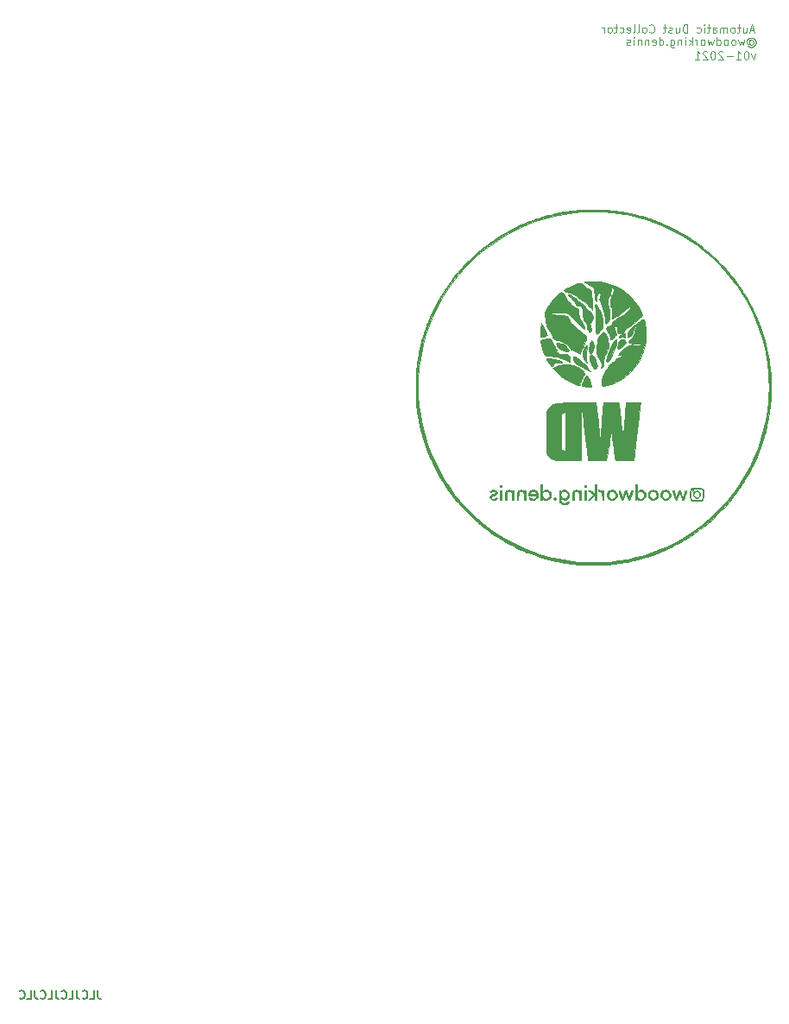
<source format=gbr>
G04 #@! TF.GenerationSoftware,KiCad,Pcbnew,(5.1.7)-1*
G04 #@! TF.CreationDate,2021-01-05T13:25:27+01:00*
G04 #@! TF.ProjectId,AbsauganlageV3,41627361-7567-4616-9e6c-61676556332e,rev?*
G04 #@! TF.SameCoordinates,Original*
G04 #@! TF.FileFunction,Legend,Bot*
G04 #@! TF.FilePolarity,Positive*
%FSLAX46Y46*%
G04 Gerber Fmt 4.6, Leading zero omitted, Abs format (unit mm)*
G04 Created by KiCad (PCBNEW (5.1.7)-1) date 2021-01-05 13:25:27*
%MOMM*%
%LPD*%
G01*
G04 APERTURE LIST*
%ADD10C,0.150000*%
%ADD11C,0.100000*%
%ADD12C,0.010000*%
G04 APERTURE END LIST*
D10*
X201942238Y-116401904D02*
X201942238Y-116973333D01*
X201980333Y-117087619D01*
X202056523Y-117163809D01*
X202170809Y-117201904D01*
X202247000Y-117201904D01*
X201180333Y-117201904D02*
X201561285Y-117201904D01*
X201561285Y-116401904D01*
X200456523Y-117125714D02*
X200494619Y-117163809D01*
X200608904Y-117201904D01*
X200685095Y-117201904D01*
X200799380Y-117163809D01*
X200875571Y-117087619D01*
X200913666Y-117011428D01*
X200951761Y-116859047D01*
X200951761Y-116744761D01*
X200913666Y-116592380D01*
X200875571Y-116516190D01*
X200799380Y-116440000D01*
X200685095Y-116401904D01*
X200608904Y-116401904D01*
X200494619Y-116440000D01*
X200456523Y-116478095D01*
X199885095Y-116401904D02*
X199885095Y-116973333D01*
X199923190Y-117087619D01*
X199999380Y-117163809D01*
X200113666Y-117201904D01*
X200189857Y-117201904D01*
X199123190Y-117201904D02*
X199504142Y-117201904D01*
X199504142Y-116401904D01*
X198399380Y-117125714D02*
X198437476Y-117163809D01*
X198551761Y-117201904D01*
X198627952Y-117201904D01*
X198742238Y-117163809D01*
X198818428Y-117087619D01*
X198856523Y-117011428D01*
X198894619Y-116859047D01*
X198894619Y-116744761D01*
X198856523Y-116592380D01*
X198818428Y-116516190D01*
X198742238Y-116440000D01*
X198627952Y-116401904D01*
X198551761Y-116401904D01*
X198437476Y-116440000D01*
X198399380Y-116478095D01*
X197827952Y-116401904D02*
X197827952Y-116973333D01*
X197866047Y-117087619D01*
X197942238Y-117163809D01*
X198056523Y-117201904D01*
X198132714Y-117201904D01*
X197066047Y-117201904D02*
X197447000Y-117201904D01*
X197447000Y-116401904D01*
X196342238Y-117125714D02*
X196380333Y-117163809D01*
X196494619Y-117201904D01*
X196570809Y-117201904D01*
X196685095Y-117163809D01*
X196761285Y-117087619D01*
X196799380Y-117011428D01*
X196837476Y-116859047D01*
X196837476Y-116744761D01*
X196799380Y-116592380D01*
X196761285Y-116516190D01*
X196685095Y-116440000D01*
X196570809Y-116401904D01*
X196494619Y-116401904D01*
X196380333Y-116440000D01*
X196342238Y-116478095D01*
X195770809Y-116401904D02*
X195770809Y-116973333D01*
X195808904Y-117087619D01*
X195885095Y-117163809D01*
X195999380Y-117201904D01*
X196075571Y-117201904D01*
X195008904Y-117201904D02*
X195389857Y-117201904D01*
X195389857Y-116401904D01*
X194285095Y-117125714D02*
X194323190Y-117163809D01*
X194437476Y-117201904D01*
X194513666Y-117201904D01*
X194627952Y-117163809D01*
X194704142Y-117087619D01*
X194742238Y-117011428D01*
X194780333Y-116859047D01*
X194780333Y-116744761D01*
X194742238Y-116592380D01*
X194704142Y-116516190D01*
X194627952Y-116440000D01*
X194513666Y-116401904D01*
X194437476Y-116401904D01*
X194323190Y-116440000D01*
X194285095Y-116478095D01*
D11*
X266318071Y-22231333D02*
X265937119Y-22231333D01*
X266394261Y-22459904D02*
X266127595Y-21659904D01*
X265860928Y-22459904D01*
X265251404Y-21926571D02*
X265251404Y-22459904D01*
X265594261Y-21926571D02*
X265594261Y-22345619D01*
X265556166Y-22421809D01*
X265479976Y-22459904D01*
X265365690Y-22459904D01*
X265289500Y-22421809D01*
X265251404Y-22383714D01*
X264984738Y-21926571D02*
X264679976Y-21926571D01*
X264870452Y-21659904D02*
X264870452Y-22345619D01*
X264832357Y-22421809D01*
X264756166Y-22459904D01*
X264679976Y-22459904D01*
X264299023Y-22459904D02*
X264375214Y-22421809D01*
X264413309Y-22383714D01*
X264451404Y-22307523D01*
X264451404Y-22078952D01*
X264413309Y-22002761D01*
X264375214Y-21964666D01*
X264299023Y-21926571D01*
X264184738Y-21926571D01*
X264108547Y-21964666D01*
X264070452Y-22002761D01*
X264032357Y-22078952D01*
X264032357Y-22307523D01*
X264070452Y-22383714D01*
X264108547Y-22421809D01*
X264184738Y-22459904D01*
X264299023Y-22459904D01*
X263689500Y-22459904D02*
X263689500Y-21926571D01*
X263689500Y-22002761D02*
X263651404Y-21964666D01*
X263575214Y-21926571D01*
X263460928Y-21926571D01*
X263384738Y-21964666D01*
X263346642Y-22040857D01*
X263346642Y-22459904D01*
X263346642Y-22040857D02*
X263308547Y-21964666D01*
X263232357Y-21926571D01*
X263118071Y-21926571D01*
X263041880Y-21964666D01*
X263003785Y-22040857D01*
X263003785Y-22459904D01*
X262279976Y-22459904D02*
X262279976Y-22040857D01*
X262318071Y-21964666D01*
X262394261Y-21926571D01*
X262546642Y-21926571D01*
X262622833Y-21964666D01*
X262279976Y-22421809D02*
X262356166Y-22459904D01*
X262546642Y-22459904D01*
X262622833Y-22421809D01*
X262660928Y-22345619D01*
X262660928Y-22269428D01*
X262622833Y-22193238D01*
X262546642Y-22155142D01*
X262356166Y-22155142D01*
X262279976Y-22117047D01*
X262013309Y-21926571D02*
X261708547Y-21926571D01*
X261899023Y-21659904D02*
X261899023Y-22345619D01*
X261860928Y-22421809D01*
X261784738Y-22459904D01*
X261708547Y-22459904D01*
X261441880Y-22459904D02*
X261441880Y-21926571D01*
X261441880Y-21659904D02*
X261479976Y-21698000D01*
X261441880Y-21736095D01*
X261403785Y-21698000D01*
X261441880Y-21659904D01*
X261441880Y-21736095D01*
X260718071Y-22421809D02*
X260794261Y-22459904D01*
X260946642Y-22459904D01*
X261022833Y-22421809D01*
X261060928Y-22383714D01*
X261099023Y-22307523D01*
X261099023Y-22078952D01*
X261060928Y-22002761D01*
X261022833Y-21964666D01*
X260946642Y-21926571D01*
X260794261Y-21926571D01*
X260718071Y-21964666D01*
X259765690Y-22459904D02*
X259765690Y-21659904D01*
X259575214Y-21659904D01*
X259460928Y-21698000D01*
X259384738Y-21774190D01*
X259346642Y-21850380D01*
X259308547Y-22002761D01*
X259308547Y-22117047D01*
X259346642Y-22269428D01*
X259384738Y-22345619D01*
X259460928Y-22421809D01*
X259575214Y-22459904D01*
X259765690Y-22459904D01*
X258622833Y-21926571D02*
X258622833Y-22459904D01*
X258965690Y-21926571D02*
X258965690Y-22345619D01*
X258927595Y-22421809D01*
X258851404Y-22459904D01*
X258737119Y-22459904D01*
X258660928Y-22421809D01*
X258622833Y-22383714D01*
X258279976Y-22421809D02*
X258203785Y-22459904D01*
X258051404Y-22459904D01*
X257975214Y-22421809D01*
X257937119Y-22345619D01*
X257937119Y-22307523D01*
X257975214Y-22231333D01*
X258051404Y-22193238D01*
X258165690Y-22193238D01*
X258241880Y-22155142D01*
X258279976Y-22078952D01*
X258279976Y-22040857D01*
X258241880Y-21964666D01*
X258165690Y-21926571D01*
X258051404Y-21926571D01*
X257975214Y-21964666D01*
X257708547Y-21926571D02*
X257403785Y-21926571D01*
X257594261Y-21659904D02*
X257594261Y-22345619D01*
X257556166Y-22421809D01*
X257479976Y-22459904D01*
X257403785Y-22459904D01*
X256070452Y-22383714D02*
X256108547Y-22421809D01*
X256222833Y-22459904D01*
X256299023Y-22459904D01*
X256413309Y-22421809D01*
X256489500Y-22345619D01*
X256527595Y-22269428D01*
X256565690Y-22117047D01*
X256565690Y-22002761D01*
X256527595Y-21850380D01*
X256489500Y-21774190D01*
X256413309Y-21698000D01*
X256299023Y-21659904D01*
X256222833Y-21659904D01*
X256108547Y-21698000D01*
X256070452Y-21736095D01*
X255613309Y-22459904D02*
X255689500Y-22421809D01*
X255727595Y-22383714D01*
X255765690Y-22307523D01*
X255765690Y-22078952D01*
X255727595Y-22002761D01*
X255689500Y-21964666D01*
X255613309Y-21926571D01*
X255499023Y-21926571D01*
X255422833Y-21964666D01*
X255384738Y-22002761D01*
X255346642Y-22078952D01*
X255346642Y-22307523D01*
X255384738Y-22383714D01*
X255422833Y-22421809D01*
X255499023Y-22459904D01*
X255613309Y-22459904D01*
X254889500Y-22459904D02*
X254965690Y-22421809D01*
X255003785Y-22345619D01*
X255003785Y-21659904D01*
X254470452Y-22459904D02*
X254546642Y-22421809D01*
X254584738Y-22345619D01*
X254584738Y-21659904D01*
X253860928Y-22421809D02*
X253937119Y-22459904D01*
X254089500Y-22459904D01*
X254165690Y-22421809D01*
X254203785Y-22345619D01*
X254203785Y-22040857D01*
X254165690Y-21964666D01*
X254089500Y-21926571D01*
X253937119Y-21926571D01*
X253860928Y-21964666D01*
X253822833Y-22040857D01*
X253822833Y-22117047D01*
X254203785Y-22193238D01*
X253137119Y-22421809D02*
X253213309Y-22459904D01*
X253365690Y-22459904D01*
X253441880Y-22421809D01*
X253479976Y-22383714D01*
X253518071Y-22307523D01*
X253518071Y-22078952D01*
X253479976Y-22002761D01*
X253441880Y-21964666D01*
X253365690Y-21926571D01*
X253213309Y-21926571D01*
X253137119Y-21964666D01*
X252908547Y-21926571D02*
X252603785Y-21926571D01*
X252794261Y-21659904D02*
X252794261Y-22345619D01*
X252756166Y-22421809D01*
X252679976Y-22459904D01*
X252603785Y-22459904D01*
X252222833Y-22459904D02*
X252299023Y-22421809D01*
X252337119Y-22383714D01*
X252375214Y-22307523D01*
X252375214Y-22078952D01*
X252337119Y-22002761D01*
X252299023Y-21964666D01*
X252222833Y-21926571D01*
X252108547Y-21926571D01*
X252032357Y-21964666D01*
X251994261Y-22002761D01*
X251956166Y-22078952D01*
X251956166Y-22307523D01*
X251994261Y-22383714D01*
X252032357Y-22421809D01*
X252108547Y-22459904D01*
X252222833Y-22459904D01*
X251613309Y-22459904D02*
X251613309Y-21926571D01*
X251613309Y-22078952D02*
X251575214Y-22002761D01*
X251537119Y-21964666D01*
X251460928Y-21926571D01*
X251384738Y-21926571D01*
X266432928Y-24530071D02*
X266242452Y-25063404D01*
X266051976Y-24530071D01*
X265594833Y-24263404D02*
X265518642Y-24263404D01*
X265442452Y-24301500D01*
X265404357Y-24339595D01*
X265366261Y-24415785D01*
X265328166Y-24568166D01*
X265328166Y-24758642D01*
X265366261Y-24911023D01*
X265404357Y-24987214D01*
X265442452Y-25025309D01*
X265518642Y-25063404D01*
X265594833Y-25063404D01*
X265671023Y-25025309D01*
X265709119Y-24987214D01*
X265747214Y-24911023D01*
X265785309Y-24758642D01*
X265785309Y-24568166D01*
X265747214Y-24415785D01*
X265709119Y-24339595D01*
X265671023Y-24301500D01*
X265594833Y-24263404D01*
X264566261Y-25063404D02*
X265023404Y-25063404D01*
X264794833Y-25063404D02*
X264794833Y-24263404D01*
X264871023Y-24377690D01*
X264947214Y-24453880D01*
X265023404Y-24491976D01*
X264223404Y-24758642D02*
X263613880Y-24758642D01*
X263271023Y-24339595D02*
X263232928Y-24301500D01*
X263156738Y-24263404D01*
X262966261Y-24263404D01*
X262890071Y-24301500D01*
X262851976Y-24339595D01*
X262813880Y-24415785D01*
X262813880Y-24491976D01*
X262851976Y-24606261D01*
X263309119Y-25063404D01*
X262813880Y-25063404D01*
X262318642Y-24263404D02*
X262242452Y-24263404D01*
X262166261Y-24301500D01*
X262128166Y-24339595D01*
X262090071Y-24415785D01*
X262051976Y-24568166D01*
X262051976Y-24758642D01*
X262090071Y-24911023D01*
X262128166Y-24987214D01*
X262166261Y-25025309D01*
X262242452Y-25063404D01*
X262318642Y-25063404D01*
X262394833Y-25025309D01*
X262432928Y-24987214D01*
X262471023Y-24911023D01*
X262509119Y-24758642D01*
X262509119Y-24568166D01*
X262471023Y-24415785D01*
X262432928Y-24339595D01*
X262394833Y-24301500D01*
X262318642Y-24263404D01*
X261747214Y-24339595D02*
X261709119Y-24301500D01*
X261632928Y-24263404D01*
X261442452Y-24263404D01*
X261366261Y-24301500D01*
X261328166Y-24339595D01*
X261290071Y-24415785D01*
X261290071Y-24491976D01*
X261328166Y-24606261D01*
X261785309Y-25063404D01*
X261290071Y-25063404D01*
X260528166Y-25063404D02*
X260985309Y-25063404D01*
X260756738Y-25063404D02*
X260756738Y-24263404D01*
X260832928Y-24377690D01*
X260909119Y-24453880D01*
X260985309Y-24491976D01*
X265378476Y-23133071D02*
X265226095Y-23666404D01*
X265073714Y-23285452D01*
X264921333Y-23666404D01*
X264768952Y-23133071D01*
X264349904Y-23666404D02*
X264426095Y-23628309D01*
X264464190Y-23590214D01*
X264502285Y-23514023D01*
X264502285Y-23285452D01*
X264464190Y-23209261D01*
X264426095Y-23171166D01*
X264349904Y-23133071D01*
X264235619Y-23133071D01*
X264159428Y-23171166D01*
X264121333Y-23209261D01*
X264083238Y-23285452D01*
X264083238Y-23514023D01*
X264121333Y-23590214D01*
X264159428Y-23628309D01*
X264235619Y-23666404D01*
X264349904Y-23666404D01*
X263626095Y-23666404D02*
X263702285Y-23628309D01*
X263740380Y-23590214D01*
X263778476Y-23514023D01*
X263778476Y-23285452D01*
X263740380Y-23209261D01*
X263702285Y-23171166D01*
X263626095Y-23133071D01*
X263511809Y-23133071D01*
X263435619Y-23171166D01*
X263397523Y-23209261D01*
X263359428Y-23285452D01*
X263359428Y-23514023D01*
X263397523Y-23590214D01*
X263435619Y-23628309D01*
X263511809Y-23666404D01*
X263626095Y-23666404D01*
X262673714Y-23666404D02*
X262673714Y-22866404D01*
X262673714Y-23628309D02*
X262749904Y-23666404D01*
X262902285Y-23666404D01*
X262978476Y-23628309D01*
X263016571Y-23590214D01*
X263054666Y-23514023D01*
X263054666Y-23285452D01*
X263016571Y-23209261D01*
X262978476Y-23171166D01*
X262902285Y-23133071D01*
X262749904Y-23133071D01*
X262673714Y-23171166D01*
X262368952Y-23133071D02*
X262216571Y-23666404D01*
X262064190Y-23285452D01*
X261911809Y-23666404D01*
X261759428Y-23133071D01*
X261340380Y-23666404D02*
X261416571Y-23628309D01*
X261454666Y-23590214D01*
X261492761Y-23514023D01*
X261492761Y-23285452D01*
X261454666Y-23209261D01*
X261416571Y-23171166D01*
X261340380Y-23133071D01*
X261226095Y-23133071D01*
X261149904Y-23171166D01*
X261111809Y-23209261D01*
X261073714Y-23285452D01*
X261073714Y-23514023D01*
X261111809Y-23590214D01*
X261149904Y-23628309D01*
X261226095Y-23666404D01*
X261340380Y-23666404D01*
X260730857Y-23666404D02*
X260730857Y-23133071D01*
X260730857Y-23285452D02*
X260692761Y-23209261D01*
X260654666Y-23171166D01*
X260578476Y-23133071D01*
X260502285Y-23133071D01*
X260235619Y-23666404D02*
X260235619Y-22866404D01*
X260159428Y-23361642D02*
X259930857Y-23666404D01*
X259930857Y-23133071D02*
X260235619Y-23437833D01*
X259588000Y-23666404D02*
X259588000Y-23133071D01*
X259588000Y-22866404D02*
X259626095Y-22904500D01*
X259588000Y-22942595D01*
X259549904Y-22904500D01*
X259588000Y-22866404D01*
X259588000Y-22942595D01*
X259207047Y-23133071D02*
X259207047Y-23666404D01*
X259207047Y-23209261D02*
X259168952Y-23171166D01*
X259092761Y-23133071D01*
X258978476Y-23133071D01*
X258902285Y-23171166D01*
X258864190Y-23247357D01*
X258864190Y-23666404D01*
X258140380Y-23133071D02*
X258140380Y-23780690D01*
X258178476Y-23856880D01*
X258216571Y-23894976D01*
X258292761Y-23933071D01*
X258407047Y-23933071D01*
X258483238Y-23894976D01*
X258140380Y-23628309D02*
X258216571Y-23666404D01*
X258368952Y-23666404D01*
X258445142Y-23628309D01*
X258483238Y-23590214D01*
X258521333Y-23514023D01*
X258521333Y-23285452D01*
X258483238Y-23209261D01*
X258445142Y-23171166D01*
X258368952Y-23133071D01*
X258216571Y-23133071D01*
X258140380Y-23171166D01*
X257759428Y-23590214D02*
X257721333Y-23628309D01*
X257759428Y-23666404D01*
X257797523Y-23628309D01*
X257759428Y-23590214D01*
X257759428Y-23666404D01*
X257035619Y-23666404D02*
X257035619Y-22866404D01*
X257035619Y-23628309D02*
X257111809Y-23666404D01*
X257264190Y-23666404D01*
X257340380Y-23628309D01*
X257378476Y-23590214D01*
X257416571Y-23514023D01*
X257416571Y-23285452D01*
X257378476Y-23209261D01*
X257340380Y-23171166D01*
X257264190Y-23133071D01*
X257111809Y-23133071D01*
X257035619Y-23171166D01*
X256349904Y-23628309D02*
X256426095Y-23666404D01*
X256578476Y-23666404D01*
X256654666Y-23628309D01*
X256692761Y-23552119D01*
X256692761Y-23247357D01*
X256654666Y-23171166D01*
X256578476Y-23133071D01*
X256426095Y-23133071D01*
X256349904Y-23171166D01*
X256311809Y-23247357D01*
X256311809Y-23323547D01*
X256692761Y-23399738D01*
X255968952Y-23133071D02*
X255968952Y-23666404D01*
X255968952Y-23209261D02*
X255930857Y-23171166D01*
X255854666Y-23133071D01*
X255740380Y-23133071D01*
X255664190Y-23171166D01*
X255626095Y-23247357D01*
X255626095Y-23666404D01*
X255245142Y-23133071D02*
X255245142Y-23666404D01*
X255245142Y-23209261D02*
X255207047Y-23171166D01*
X255130857Y-23133071D01*
X255016571Y-23133071D01*
X254940380Y-23171166D01*
X254902285Y-23247357D01*
X254902285Y-23666404D01*
X254521333Y-23666404D02*
X254521333Y-23133071D01*
X254521333Y-22866404D02*
X254559428Y-22904500D01*
X254521333Y-22942595D01*
X254483238Y-22904500D01*
X254521333Y-22866404D01*
X254521333Y-22942595D01*
X254178476Y-23628309D02*
X254102285Y-23666404D01*
X253949904Y-23666404D01*
X253873714Y-23628309D01*
X253835619Y-23552119D01*
X253835619Y-23514023D01*
X253873714Y-23437833D01*
X253949904Y-23399738D01*
X254064190Y-23399738D01*
X254140380Y-23361642D01*
X254178476Y-23285452D01*
X254178476Y-23247357D01*
X254140380Y-23171166D01*
X254064190Y-23133071D01*
X253949904Y-23133071D01*
X253873714Y-23171166D01*
X265850714Y-23280690D02*
X265898333Y-23233071D01*
X265993571Y-23185452D01*
X266088809Y-23185452D01*
X266184047Y-23233071D01*
X266231666Y-23280690D01*
X266279285Y-23375928D01*
X266279285Y-23471166D01*
X266231666Y-23566404D01*
X266184047Y-23614023D01*
X266088809Y-23661642D01*
X265993571Y-23661642D01*
X265898333Y-23614023D01*
X265850714Y-23566404D01*
X265850714Y-23185452D02*
X265850714Y-23566404D01*
X265803095Y-23614023D01*
X265755476Y-23614023D01*
X265660238Y-23566404D01*
X265612619Y-23471166D01*
X265612619Y-23233071D01*
X265707857Y-23090214D01*
X265850714Y-22994976D01*
X266041190Y-22947357D01*
X266231666Y-22994976D01*
X266374523Y-23090214D01*
X266469761Y-23233071D01*
X266517380Y-23423547D01*
X266469761Y-23614023D01*
X266374523Y-23756880D01*
X266231666Y-23852119D01*
X266041190Y-23899738D01*
X265850714Y-23852119D01*
X265707857Y-23756880D01*
D12*
G36*
X250232079Y-39805008D02*
G01*
X249950152Y-39806450D01*
X249700803Y-39808764D01*
X249488155Y-39811876D01*
X249316333Y-39815711D01*
X249189460Y-39820198D01*
X249111659Y-39825262D01*
X249086955Y-39830489D01*
X249060599Y-39843956D01*
X248990124Y-39857921D01*
X248888426Y-39870119D01*
X248837236Y-39874335D01*
X248686434Y-39887585D01*
X248512222Y-39906568D01*
X248347494Y-39927634D01*
X248316394Y-39932098D01*
X248178222Y-39952033D01*
X248043035Y-39970869D01*
X247933254Y-39985503D01*
X247902573Y-39989352D01*
X247764446Y-40009078D01*
X247584682Y-40039071D01*
X247377239Y-40076670D01*
X247156077Y-40119214D01*
X246935153Y-40164043D01*
X246728427Y-40208494D01*
X246604034Y-40236923D01*
X246345647Y-40299750D01*
X246082003Y-40367342D01*
X245831053Y-40434936D01*
X245610747Y-40497768D01*
X245533809Y-40520936D01*
X245344161Y-40580196D01*
X245149063Y-40642913D01*
X244963053Y-40704280D01*
X244800669Y-40759493D01*
X244676448Y-40803748D01*
X244663360Y-40808633D01*
X244554388Y-40849436D01*
X244448212Y-40888889D01*
X244399371Y-40906883D01*
X244234014Y-40967985D01*
X244111715Y-41014538D01*
X244021627Y-41050749D01*
X243964146Y-41075692D01*
X243893046Y-41106691D01*
X243792024Y-41149351D01*
X243693023Y-41190297D01*
X243266369Y-41376278D01*
X242811462Y-41595768D01*
X242340701Y-41842206D01*
X241866481Y-42109030D01*
X241401200Y-42389679D01*
X241267180Y-42474331D01*
X241159930Y-42542110D01*
X241067571Y-42599192D01*
X241002711Y-42637850D01*
X240981787Y-42649201D01*
X240935623Y-42675948D01*
X240861900Y-42723765D01*
X240803416Y-42763696D01*
X240700341Y-42835537D01*
X240583492Y-42916935D01*
X240518023Y-42962521D01*
X240327854Y-43099100D01*
X240108079Y-43263872D01*
X239871439Y-43446760D01*
X239630673Y-43637685D01*
X239398522Y-43826568D01*
X239187724Y-44003329D01*
X239041113Y-44130938D01*
X238969304Y-44194756D01*
X238874461Y-44278904D01*
X238776298Y-44365892D01*
X238769989Y-44371478D01*
X238643017Y-44488228D01*
X238487441Y-44638103D01*
X238312580Y-44811568D01*
X238127756Y-44999091D01*
X237942289Y-45191139D01*
X237765500Y-45378179D01*
X237606709Y-45550677D01*
X237500895Y-45669512D01*
X237398182Y-45786821D01*
X237308413Y-45888638D01*
X237238375Y-45967323D01*
X237194853Y-46015233D01*
X237184223Y-46026084D01*
X237157668Y-46055826D01*
X237102891Y-46123175D01*
X237026037Y-46220162D01*
X236933249Y-46338820D01*
X236830670Y-46471180D01*
X236724442Y-46609275D01*
X236620710Y-46745135D01*
X236525617Y-46870794D01*
X236445306Y-46978282D01*
X236385919Y-47059631D01*
X236370113Y-47082039D01*
X236287889Y-47199514D01*
X236199081Y-47324843D01*
X236127520Y-47424511D01*
X236064758Y-47513761D01*
X236013196Y-47591964D01*
X235985958Y-47638556D01*
X235956659Y-47690651D01*
X235906410Y-47772481D01*
X235846061Y-47866380D01*
X235845738Y-47866871D01*
X235772251Y-47980086D01*
X235696198Y-48099411D01*
X235645326Y-48180803D01*
X235592650Y-48266177D01*
X235549262Y-48336235D01*
X235530512Y-48366309D01*
X235489325Y-48434262D01*
X235433520Y-48529505D01*
X235371011Y-48638128D01*
X235309718Y-48746220D01*
X235257558Y-48839871D01*
X235222447Y-48905169D01*
X235213765Y-48922826D01*
X235178568Y-48995225D01*
X235159833Y-49029848D01*
X235105602Y-49129802D01*
X235033541Y-49270186D01*
X234949236Y-49439374D01*
X234858272Y-49625742D01*
X234766232Y-49817663D01*
X234678702Y-50003512D01*
X234601267Y-50171664D01*
X234539512Y-50310494D01*
X234505162Y-50392601D01*
X234463480Y-50495673D01*
X234423718Y-50590817D01*
X234404401Y-50635185D01*
X234382221Y-50685994D01*
X234357605Y-50746104D01*
X234326436Y-50826118D01*
X234284597Y-50936637D01*
X234227972Y-51088263D01*
X234216035Y-51120354D01*
X234175341Y-51227590D01*
X234136212Y-51327120D01*
X234113818Y-51381521D01*
X234087436Y-51451354D01*
X234075351Y-51499686D01*
X234075270Y-51501845D01*
X234064855Y-51546867D01*
X234039395Y-51616708D01*
X234035533Y-51625959D01*
X234007831Y-51699979D01*
X233972201Y-51806873D01*
X233935991Y-51924520D01*
X233933291Y-51933725D01*
X233897623Y-52052419D01*
X233862584Y-52163332D01*
X233835379Y-52243704D01*
X233833932Y-52247657D01*
X233802844Y-52341234D01*
X233771444Y-52449486D01*
X233764514Y-52475972D01*
X233715630Y-52668875D01*
X233666478Y-52863043D01*
X233620490Y-53044901D01*
X233581098Y-53200873D01*
X233551736Y-53317382D01*
X233548023Y-53332152D01*
X233498575Y-53545534D01*
X233446781Y-53798496D01*
X233395867Y-54073808D01*
X233349055Y-54354243D01*
X233318328Y-54559343D01*
X233297367Y-54704493D01*
X233275959Y-54847612D01*
X233257328Y-54967371D01*
X233249360Y-55015972D01*
X233234846Y-55118952D01*
X233219726Y-55254200D01*
X233206686Y-55397000D01*
X233203630Y-55436927D01*
X233192758Y-55551686D01*
X233179417Y-55641239D01*
X233165726Y-55693047D01*
X233158982Y-55700916D01*
X233153555Y-55728392D01*
X233148780Y-55806577D01*
X233144658Y-55929106D01*
X233141186Y-56089611D01*
X233138363Y-56281727D01*
X233136189Y-56499087D01*
X233134661Y-56735327D01*
X233133778Y-56984079D01*
X233133541Y-57238978D01*
X233133946Y-57493658D01*
X233134993Y-57741753D01*
X233136680Y-57976896D01*
X233139007Y-58192722D01*
X233141973Y-58382865D01*
X233145575Y-58540959D01*
X233149812Y-58660637D01*
X233154684Y-58735533D01*
X233159578Y-58759380D01*
X233172109Y-58789848D01*
X233187026Y-58865842D01*
X233202476Y-58975968D01*
X233216605Y-59108831D01*
X233216837Y-59111365D01*
X233234560Y-59280615D01*
X233259359Y-59481828D01*
X233289444Y-59703331D01*
X233323022Y-59933456D01*
X233358304Y-60160531D01*
X233393499Y-60372885D01*
X233426815Y-60558848D01*
X233456461Y-60706748D01*
X233471680Y-60772115D01*
X233491119Y-60853346D01*
X233517033Y-60967615D01*
X233544254Y-61092080D01*
X233547896Y-61109118D01*
X233584275Y-61270769D01*
X233629239Y-61456861D01*
X233678802Y-61652115D01*
X233728979Y-61841253D01*
X233775783Y-62008996D01*
X233815228Y-62140068D01*
X233823391Y-62165073D01*
X233849471Y-62251718D01*
X233875848Y-62351686D01*
X233879015Y-62364848D01*
X233908124Y-62465145D01*
X233943581Y-62559490D01*
X233947845Y-62568937D01*
X233976576Y-62642399D01*
X233989585Y-62698693D01*
X233989652Y-62701236D01*
X234002259Y-62755413D01*
X234032285Y-62825350D01*
X234062599Y-62895950D01*
X234075270Y-62949904D01*
X234088151Y-63004740D01*
X234117313Y-63072643D01*
X234156874Y-63161216D01*
X234186223Y-63243879D01*
X234212267Y-63322648D01*
X234249656Y-63426019D01*
X234274921Y-63492152D01*
X234313628Y-63593884D01*
X234347076Y-63686753D01*
X234361602Y-63730367D01*
X234388562Y-63800606D01*
X234413050Y-63844524D01*
X234441347Y-63896358D01*
X234460876Y-63948781D01*
X234485361Y-64014195D01*
X234530778Y-64121177D01*
X234592677Y-64260170D01*
X234666610Y-64421615D01*
X234748127Y-64595956D01*
X234832780Y-64773636D01*
X234916119Y-64945096D01*
X234993694Y-65100779D01*
X235032165Y-65175972D01*
X235082451Y-65273257D01*
X235143302Y-65391210D01*
X235186788Y-65475635D01*
X235242971Y-65582503D01*
X235298712Y-65684846D01*
X235333946Y-65746758D01*
X235460020Y-65959187D01*
X235562994Y-66130553D01*
X235648058Y-66269364D01*
X235720406Y-66384130D01*
X235760515Y-66445972D01*
X235819227Y-66537147D01*
X235866479Y-66613604D01*
X235892321Y-66659229D01*
X235892691Y-66660017D01*
X235919385Y-66706177D01*
X235967198Y-66779844D01*
X236007039Y-66838095D01*
X236058045Y-66913259D01*
X236092365Y-66967992D01*
X236101562Y-66987008D01*
X236118667Y-67022171D01*
X236166854Y-67095667D01*
X236241429Y-67201353D01*
X236337700Y-67333086D01*
X236450973Y-67484723D01*
X236576555Y-67650120D01*
X236709755Y-67823135D01*
X236845878Y-67997625D01*
X236980231Y-68167445D01*
X237108122Y-68326454D01*
X237224858Y-68468508D01*
X237312511Y-68572152D01*
X237546273Y-68835529D01*
X237811176Y-69120161D01*
X238096634Y-69415505D01*
X238392058Y-69711017D01*
X238686862Y-69996156D01*
X238970459Y-70260378D01*
X239232261Y-70493141D01*
X239298497Y-70549784D01*
X239485214Y-70703067D01*
X239707152Y-70877327D01*
X239954231Y-71065256D01*
X240216371Y-71259545D01*
X240483493Y-71452887D01*
X240745517Y-71637973D01*
X240992364Y-71807496D01*
X241213953Y-71954147D01*
X241375645Y-72055801D01*
X241492360Y-72126761D01*
X241609152Y-72197859D01*
X241703301Y-72255262D01*
X241714135Y-72261878D01*
X241818518Y-72322921D01*
X241956374Y-72399449D01*
X242120877Y-72488025D01*
X242305203Y-72585209D01*
X242502527Y-72687565D01*
X242706024Y-72791655D01*
X242908870Y-72894039D01*
X243104240Y-72991281D01*
X243285309Y-73079942D01*
X243445252Y-73156585D01*
X243577245Y-73217771D01*
X243674463Y-73260062D01*
X243730081Y-73280021D01*
X243737474Y-73281140D01*
X243770794Y-73291796D01*
X243836863Y-73318742D01*
X243872959Y-73334521D01*
X244030118Y-73401174D01*
X244227478Y-73479673D01*
X244450777Y-73564791D01*
X244685751Y-73651301D01*
X244918136Y-73733977D01*
X245133670Y-73807591D01*
X245318089Y-73866919D01*
X245362573Y-73880367D01*
X245452187Y-73907013D01*
X245568181Y-73941577D01*
X245662236Y-73969646D01*
X245774793Y-74001725D01*
X245918700Y-74040590D01*
X246069793Y-74079774D01*
X246133135Y-74095650D01*
X246274646Y-74130774D01*
X246415064Y-74165825D01*
X246532600Y-74195357D01*
X246575495Y-74206228D01*
X246802523Y-74259685D01*
X247070489Y-74315662D01*
X247364434Y-74371590D01*
X247669400Y-74424905D01*
X247970430Y-74473038D01*
X248252566Y-74513424D01*
X248500851Y-74543495D01*
X248594765Y-74552730D01*
X248697927Y-74565053D01*
X248777021Y-74580307D01*
X248816424Y-74595398D01*
X248817629Y-74596857D01*
X248848557Y-74601738D01*
X248932215Y-74606261D01*
X249064254Y-74610361D01*
X249240326Y-74613974D01*
X249456082Y-74617034D01*
X249707174Y-74619477D01*
X249989253Y-74621239D01*
X250297972Y-74622255D01*
X250542461Y-74622489D01*
X250868184Y-74622070D01*
X251170505Y-74620857D01*
X251445074Y-74618915D01*
X251687545Y-74616308D01*
X251893567Y-74613100D01*
X252058794Y-74609357D01*
X252178875Y-74605143D01*
X252249464Y-74600522D01*
X252267293Y-74596857D01*
X252301588Y-74581964D01*
X252377226Y-74566581D01*
X252478582Y-74553802D01*
X252490157Y-74552730D01*
X252718987Y-74527963D01*
X252988193Y-74491762D01*
X253282819Y-74446693D01*
X253587908Y-74395324D01*
X253888500Y-74340220D01*
X254169640Y-74283949D01*
X254416368Y-74229077D01*
X254509427Y-74206228D01*
X254607644Y-74181426D01*
X254739493Y-74148418D01*
X254883188Y-74112650D01*
X254951787Y-74095650D01*
X255098292Y-74058409D01*
X255248389Y-74018603D01*
X255377912Y-73982699D01*
X255422686Y-73969646D01*
X255539278Y-73934857D01*
X255652470Y-73901139D01*
X255722349Y-73880367D01*
X255895396Y-73826021D01*
X256103588Y-73755912D01*
X256332659Y-73675266D01*
X256568348Y-73589309D01*
X256796389Y-73503268D01*
X257002521Y-73422371D01*
X257172478Y-73351842D01*
X257211963Y-73334521D01*
X257286671Y-73302615D01*
X257337419Y-73283535D01*
X257347448Y-73281140D01*
X257389676Y-73268328D01*
X257475490Y-73232182D01*
X257598066Y-73176141D01*
X257750578Y-73103642D01*
X257926202Y-73018124D01*
X258118114Y-72923025D01*
X258319488Y-72821783D01*
X258523500Y-72717835D01*
X258723325Y-72614620D01*
X258912138Y-72515575D01*
X259083115Y-72424139D01*
X259229431Y-72343750D01*
X259344260Y-72277845D01*
X259370787Y-72261878D01*
X259459525Y-72207739D01*
X259574332Y-72137792D01*
X259692498Y-72065871D01*
X259709277Y-72055666D01*
X260109217Y-71800888D01*
X260531281Y-71510842D01*
X260962557Y-71195319D01*
X261390133Y-70864111D01*
X261801095Y-70527010D01*
X262182532Y-70193805D01*
X262269719Y-70114148D01*
X262671456Y-69732043D01*
X263070028Y-69330865D01*
X263455184Y-68921638D01*
X263816675Y-68515382D01*
X264144250Y-68123120D01*
X264274408Y-67958556D01*
X264371152Y-67832582D01*
X264476191Y-67693544D01*
X264584036Y-67548965D01*
X264689195Y-67406370D01*
X264786179Y-67273281D01*
X264869497Y-67157223D01*
X264933660Y-67065719D01*
X264973177Y-67006293D01*
X264983360Y-66987008D01*
X264998111Y-66957911D01*
X265036280Y-66896709D01*
X265076113Y-66836680D01*
X265126697Y-66761835D01*
X265167104Y-66700779D01*
X265207102Y-66638212D01*
X265256455Y-66558833D01*
X265324930Y-66447343D01*
X265332026Y-66435763D01*
X265389472Y-66342857D01*
X265441161Y-66260686D01*
X265468529Y-66218286D01*
X265503430Y-66162649D01*
X265556258Y-66075057D01*
X265616470Y-65973027D01*
X265625495Y-65957546D01*
X265684520Y-65856320D01*
X265736138Y-65768160D01*
X265770542Y-65709809D01*
X265773933Y-65704124D01*
X265794383Y-65668522D01*
X265824032Y-65614097D01*
X265866642Y-65533721D01*
X265925979Y-65420264D01*
X266005804Y-65266598D01*
X266052758Y-65175972D01*
X266125287Y-65032990D01*
X266206017Y-64868993D01*
X266290501Y-64693539D01*
X266374288Y-64516185D01*
X266452929Y-64346488D01*
X266521975Y-64194005D01*
X266576977Y-64068295D01*
X266613485Y-63978914D01*
X266624046Y-63948781D01*
X266650452Y-63881368D01*
X266671872Y-63844524D01*
X266699260Y-63794172D01*
X266723320Y-63730367D01*
X266747986Y-63657939D01*
X266784298Y-63559096D01*
X266810001Y-63492152D01*
X266849345Y-63387894D01*
X266883827Y-63290093D01*
X266898699Y-63243879D01*
X266932310Y-63150627D01*
X266967609Y-63072643D01*
X266997367Y-63004141D01*
X267009476Y-62954218D01*
X267020217Y-62902711D01*
X267046023Y-62830292D01*
X267047919Y-62825791D01*
X267075116Y-62754011D01*
X267110974Y-62649028D01*
X267148145Y-62532425D01*
X267151390Y-62521815D01*
X267188517Y-62404487D01*
X267225195Y-62296067D01*
X267253961Y-62218550D01*
X267255819Y-62214048D01*
X267282628Y-62136554D01*
X267294831Y-62074720D01*
X267294904Y-62071352D01*
X267303261Y-62015478D01*
X267324501Y-61931792D01*
X267336025Y-61893949D01*
X267382366Y-61738184D01*
X267433956Y-61545647D01*
X267485829Y-61335725D01*
X267533021Y-61127804D01*
X267537026Y-61109118D01*
X267564016Y-60985051D01*
X267590426Y-60867964D01*
X267611090Y-60780699D01*
X267613242Y-60772115D01*
X267639843Y-60652517D01*
X267671183Y-60487886D01*
X267705470Y-60289893D01*
X267740915Y-60070207D01*
X267775727Y-59840501D01*
X267808114Y-59612444D01*
X267836285Y-59397708D01*
X267858451Y-59207962D01*
X267868086Y-59111365D01*
X267882174Y-58978197D01*
X267897616Y-58867560D01*
X267912560Y-58790850D01*
X267925150Y-58759460D01*
X267925344Y-58759380D01*
X267930720Y-58729838D01*
X267935477Y-58649620D01*
X267939612Y-58525126D01*
X267943125Y-58362757D01*
X267946011Y-58168913D01*
X267948269Y-57949992D01*
X267949897Y-57712395D01*
X267950892Y-57462523D01*
X267951251Y-57206774D01*
X267951243Y-57199230D01*
X267764544Y-57199230D01*
X267763097Y-57555467D01*
X267758196Y-57868066D01*
X267748995Y-58150410D01*
X267734653Y-58415879D01*
X267714325Y-58677856D01*
X267687167Y-58949723D01*
X267652337Y-59244860D01*
X267619725Y-59496646D01*
X267462566Y-60463643D01*
X267251848Y-61413606D01*
X266989021Y-62344738D01*
X266675535Y-63255241D01*
X266312838Y-64143317D01*
X265902381Y-65007167D01*
X265445612Y-65844994D01*
X264943982Y-66655000D01*
X264398939Y-67435386D01*
X263811933Y-68184354D01*
X263184413Y-68900107D01*
X262517830Y-69580847D01*
X261813631Y-70224775D01*
X261073267Y-70830093D01*
X260298187Y-71395004D01*
X259489840Y-71917710D01*
X258649677Y-72396411D01*
X257779145Y-72829311D01*
X256879695Y-73214612D01*
X256421562Y-73388131D01*
X255594460Y-73663303D01*
X254743399Y-73898866D01*
X253880086Y-74092293D01*
X253016230Y-74241057D01*
X252163536Y-74342631D01*
X251898079Y-74364526D01*
X251734209Y-74376540D01*
X251578212Y-74387964D01*
X251444793Y-74397721D01*
X251348655Y-74404736D01*
X251327293Y-74406289D01*
X251214854Y-74411141D01*
X251055037Y-74413432D01*
X250857474Y-74413385D01*
X250631797Y-74411228D01*
X250387638Y-74407185D01*
X250134629Y-74401482D01*
X249882402Y-74394345D01*
X249640589Y-74385999D01*
X249418823Y-74376669D01*
X249226735Y-74366581D01*
X249073958Y-74355961D01*
X249036822Y-74352666D01*
X248055440Y-74233911D01*
X247100827Y-74066383D01*
X246168530Y-73849095D01*
X245254099Y-73581058D01*
X244691899Y-73388131D01*
X243778593Y-73027199D01*
X242893483Y-72617772D01*
X242038019Y-72161649D01*
X241213651Y-71660626D01*
X240421827Y-71116503D01*
X239663999Y-70531077D01*
X238941613Y-69906147D01*
X238256121Y-69243509D01*
X237608972Y-68544963D01*
X237001615Y-67812307D01*
X236435499Y-67047337D01*
X235912074Y-66251854D01*
X235432789Y-65427653D01*
X234999094Y-64576534D01*
X234612438Y-63700295D01*
X234274271Y-62800733D01*
X233986042Y-61879646D01*
X233749200Y-60938833D01*
X233565195Y-59980092D01*
X233493737Y-59496646D01*
X233452417Y-59174442D01*
X233419421Y-58885822D01*
X233393903Y-58617405D01*
X233375022Y-58355809D01*
X233361933Y-58087653D01*
X233353793Y-57799556D01*
X233349758Y-57478134D01*
X233348918Y-57199230D01*
X233350364Y-56842994D01*
X233355266Y-56530394D01*
X233364466Y-56248051D01*
X233378809Y-55982581D01*
X233399137Y-55720604D01*
X233426294Y-55448738D01*
X233461124Y-55153600D01*
X233493737Y-54901815D01*
X233650534Y-53936185D01*
X233860202Y-52989254D01*
X234121158Y-52062603D01*
X234431820Y-51157813D01*
X234790607Y-50276468D01*
X235195936Y-49420148D01*
X235646227Y-48590436D01*
X236139897Y-47788912D01*
X236675364Y-47017160D01*
X237251047Y-46276760D01*
X237865364Y-45569295D01*
X238516732Y-44896346D01*
X239203571Y-44259495D01*
X239924299Y-43660325D01*
X240677333Y-43100416D01*
X241461092Y-42581350D01*
X242273994Y-42104709D01*
X243114457Y-41672076D01*
X243980900Y-41285032D01*
X244871740Y-40945158D01*
X245785396Y-40654037D01*
X246720287Y-40413250D01*
X247674829Y-40224379D01*
X248259315Y-40136236D01*
X248581519Y-40094917D01*
X248870139Y-40061920D01*
X249138556Y-40036403D01*
X249400152Y-40017521D01*
X249668308Y-40004432D01*
X249956405Y-39996292D01*
X250277827Y-39992257D01*
X250556731Y-39991417D01*
X250912967Y-39992864D01*
X251225567Y-39997765D01*
X251507910Y-40006966D01*
X251773380Y-40021308D01*
X252035357Y-40041636D01*
X252307223Y-40068794D01*
X252602361Y-40103624D01*
X252854146Y-40136236D01*
X253819776Y-40293034D01*
X254766707Y-40502701D01*
X255693358Y-40763657D01*
X256598148Y-41074319D01*
X257479493Y-41433106D01*
X258335813Y-41838436D01*
X259165525Y-42288727D01*
X259967049Y-42782396D01*
X260738801Y-43317864D01*
X261479201Y-43893547D01*
X262186666Y-44507863D01*
X262859615Y-45159232D01*
X263496466Y-45846071D01*
X264095636Y-46566798D01*
X264655545Y-47319832D01*
X265174611Y-48103591D01*
X265651252Y-48916493D01*
X266083885Y-49756956D01*
X266470929Y-50623399D01*
X266810803Y-51514240D01*
X267101924Y-52427896D01*
X267342711Y-53362786D01*
X267531582Y-54317329D01*
X267619725Y-54901815D01*
X267661044Y-55224019D01*
X267694041Y-55512639D01*
X267719558Y-55781056D01*
X267738440Y-56042651D01*
X267751529Y-56310807D01*
X267759669Y-56598905D01*
X267763704Y-56920326D01*
X267764544Y-57199230D01*
X267951243Y-57199230D01*
X267950974Y-56951548D01*
X267950056Y-56703247D01*
X267948496Y-56468268D01*
X267946291Y-56253014D01*
X267943440Y-56063882D01*
X267939939Y-55907273D01*
X267935787Y-55789588D01*
X267930980Y-55717225D01*
X267926466Y-55696159D01*
X267914282Y-55665700D01*
X267899482Y-55589726D01*
X267883918Y-55479628D01*
X267869444Y-55346795D01*
X267869196Y-55344174D01*
X267828917Y-54983094D01*
X267774135Y-54590170D01*
X267708423Y-54187702D01*
X267635353Y-53797987D01*
X267578871Y-53531927D01*
X267549226Y-53399517D01*
X267521487Y-53274559D01*
X267500010Y-53176716D01*
X267493522Y-53146646D01*
X267473669Y-53061349D01*
X267444616Y-52945509D01*
X267412499Y-52823563D01*
X267411113Y-52818444D01*
X267377592Y-52693724D01*
X267345159Y-52571215D01*
X267320750Y-52477124D01*
X267320457Y-52475972D01*
X267291454Y-52370834D01*
X267259937Y-52269270D01*
X267252537Y-52247657D01*
X267226709Y-52170487D01*
X267191903Y-52061225D01*
X267155324Y-51942519D01*
X267152667Y-51933725D01*
X267115837Y-51816345D01*
X267079375Y-51707891D01*
X267050706Y-51630387D01*
X267048878Y-51625959D01*
X267022088Y-51553362D01*
X267008920Y-51500939D01*
X267008684Y-51497532D01*
X266996382Y-51451976D01*
X266966642Y-51378874D01*
X266952573Y-51348668D01*
X266918495Y-51271175D01*
X266898532Y-51212411D01*
X266896463Y-51199805D01*
X266885254Y-51151582D01*
X266859170Y-51079967D01*
X266855567Y-51071378D01*
X266819895Y-50984326D01*
X266779259Y-50880643D01*
X266767319Y-50849230D01*
X266728893Y-50750730D01*
X266690971Y-50659029D01*
X266680522Y-50635185D01*
X266648074Y-50559789D01*
X266606327Y-50458698D01*
X266579760Y-50392601D01*
X266534561Y-50285583D01*
X266469216Y-50139946D01*
X266389311Y-49967317D01*
X266300430Y-49779320D01*
X266208158Y-49587580D01*
X266118080Y-49403724D01*
X266035781Y-49239376D01*
X265966846Y-49106162D01*
X265925090Y-49029848D01*
X265888663Y-48960120D01*
X265871157Y-48922826D01*
X265845549Y-48873153D01*
X265798900Y-48789492D01*
X265739600Y-48686763D01*
X265714259Y-48643745D01*
X265655980Y-48542987D01*
X265610930Y-48460484D01*
X265585759Y-48408635D01*
X265582686Y-48398450D01*
X265563630Y-48363869D01*
X265525607Y-48323500D01*
X265483058Y-48276400D01*
X265468529Y-48246210D01*
X265453877Y-48212579D01*
X265414684Y-48143057D01*
X265358096Y-48049229D01*
X265291257Y-47942679D01*
X265221310Y-47834993D01*
X265155401Y-47737756D01*
X265151701Y-47732465D01*
X265113836Y-47672934D01*
X265095774Y-47633835D01*
X265095605Y-47632577D01*
X265078888Y-47600099D01*
X265036529Y-47535193D01*
X264977194Y-47451045D01*
X264968246Y-47438781D01*
X264884552Y-47323038D01*
X264790450Y-47190677D01*
X264714440Y-47082039D01*
X264664912Y-47012994D01*
X264592054Y-46914692D01*
X264502015Y-46795114D01*
X264400943Y-46662236D01*
X264294987Y-46524039D01*
X264190295Y-46388501D01*
X264093016Y-46263600D01*
X264009299Y-46157315D01*
X263945291Y-46077625D01*
X263907142Y-46032508D01*
X263900699Y-46026084D01*
X263876696Y-46000711D01*
X263822035Y-45939900D01*
X263743501Y-45851292D01*
X263647881Y-45742529D01*
X263584027Y-45669512D01*
X263445856Y-45515072D01*
X263282381Y-45338620D01*
X263102925Y-45149688D01*
X262916807Y-44957811D01*
X262733348Y-44772521D01*
X262561869Y-44603351D01*
X262411691Y-44459835D01*
X262314933Y-44371478D01*
X262217260Y-44284933D01*
X262121566Y-44200037D01*
X262047564Y-44134280D01*
X262043809Y-44130938D01*
X261859710Y-43971424D01*
X261643916Y-43791608D01*
X261409168Y-43601571D01*
X261168205Y-43411389D01*
X260933768Y-43231143D01*
X260718596Y-43070911D01*
X260566899Y-42962521D01*
X260458273Y-42886876D01*
X260342699Y-42806352D01*
X260281506Y-42763696D01*
X260199692Y-42708295D01*
X260132085Y-42665393D01*
X260103135Y-42649201D01*
X260061761Y-42625913D01*
X259985039Y-42579393D01*
X259885578Y-42517366D01*
X259817742Y-42474331D01*
X259357476Y-42190852D01*
X258884608Y-41919258D01*
X258411534Y-41666110D01*
X257950650Y-41437971D01*
X257514353Y-41241400D01*
X257391899Y-41190297D01*
X257283651Y-41145485D01*
X257184291Y-41103443D01*
X257120776Y-41075692D01*
X257035908Y-41039649D01*
X256937459Y-41000894D01*
X256921000Y-40994740D01*
X256722654Y-40921223D01*
X256551735Y-40857483D01*
X256421562Y-40808633D01*
X256303624Y-40766232D01*
X256145555Y-40712221D01*
X255961892Y-40651405D01*
X255767174Y-40588590D01*
X255575937Y-40528581D01*
X255551113Y-40520936D01*
X255348462Y-40461414D01*
X255107845Y-40395187D01*
X254847213Y-40327019D01*
X254584513Y-40261673D01*
X254480888Y-40236923D01*
X254291620Y-40194229D01*
X254078740Y-40149364D01*
X253856207Y-40104987D01*
X253637978Y-40063760D01*
X253438012Y-40028344D01*
X253270268Y-40001401D01*
X253182349Y-39989352D01*
X253088291Y-39977157D01*
X252960212Y-39959569D01*
X252820534Y-39939689D01*
X252768529Y-39932098D01*
X252610158Y-39911060D01*
X252435210Y-39891319D01*
X252276576Y-39876524D01*
X252247686Y-39874335D01*
X252136355Y-39863626D01*
X252050587Y-39850158D01*
X252003277Y-39836194D01*
X251997967Y-39830489D01*
X251970115Y-39824949D01*
X251889311Y-39819917D01*
X251759677Y-39815467D01*
X251585336Y-39811672D01*
X251370413Y-39808605D01*
X251119031Y-39806341D01*
X250835314Y-39804952D01*
X250542461Y-39804511D01*
X250232079Y-39805008D01*
G37*
X250232079Y-39805008D02*
X249950152Y-39806450D01*
X249700803Y-39808764D01*
X249488155Y-39811876D01*
X249316333Y-39815711D01*
X249189460Y-39820198D01*
X249111659Y-39825262D01*
X249086955Y-39830489D01*
X249060599Y-39843956D01*
X248990124Y-39857921D01*
X248888426Y-39870119D01*
X248837236Y-39874335D01*
X248686434Y-39887585D01*
X248512222Y-39906568D01*
X248347494Y-39927634D01*
X248316394Y-39932098D01*
X248178222Y-39952033D01*
X248043035Y-39970869D01*
X247933254Y-39985503D01*
X247902573Y-39989352D01*
X247764446Y-40009078D01*
X247584682Y-40039071D01*
X247377239Y-40076670D01*
X247156077Y-40119214D01*
X246935153Y-40164043D01*
X246728427Y-40208494D01*
X246604034Y-40236923D01*
X246345647Y-40299750D01*
X246082003Y-40367342D01*
X245831053Y-40434936D01*
X245610747Y-40497768D01*
X245533809Y-40520936D01*
X245344161Y-40580196D01*
X245149063Y-40642913D01*
X244963053Y-40704280D01*
X244800669Y-40759493D01*
X244676448Y-40803748D01*
X244663360Y-40808633D01*
X244554388Y-40849436D01*
X244448212Y-40888889D01*
X244399371Y-40906883D01*
X244234014Y-40967985D01*
X244111715Y-41014538D01*
X244021627Y-41050749D01*
X243964146Y-41075692D01*
X243893046Y-41106691D01*
X243792024Y-41149351D01*
X243693023Y-41190297D01*
X243266369Y-41376278D01*
X242811462Y-41595768D01*
X242340701Y-41842206D01*
X241866481Y-42109030D01*
X241401200Y-42389679D01*
X241267180Y-42474331D01*
X241159930Y-42542110D01*
X241067571Y-42599192D01*
X241002711Y-42637850D01*
X240981787Y-42649201D01*
X240935623Y-42675948D01*
X240861900Y-42723765D01*
X240803416Y-42763696D01*
X240700341Y-42835537D01*
X240583492Y-42916935D01*
X240518023Y-42962521D01*
X240327854Y-43099100D01*
X240108079Y-43263872D01*
X239871439Y-43446760D01*
X239630673Y-43637685D01*
X239398522Y-43826568D01*
X239187724Y-44003329D01*
X239041113Y-44130938D01*
X238969304Y-44194756D01*
X238874461Y-44278904D01*
X238776298Y-44365892D01*
X238769989Y-44371478D01*
X238643017Y-44488228D01*
X238487441Y-44638103D01*
X238312580Y-44811568D01*
X238127756Y-44999091D01*
X237942289Y-45191139D01*
X237765500Y-45378179D01*
X237606709Y-45550677D01*
X237500895Y-45669512D01*
X237398182Y-45786821D01*
X237308413Y-45888638D01*
X237238375Y-45967323D01*
X237194853Y-46015233D01*
X237184223Y-46026084D01*
X237157668Y-46055826D01*
X237102891Y-46123175D01*
X237026037Y-46220162D01*
X236933249Y-46338820D01*
X236830670Y-46471180D01*
X236724442Y-46609275D01*
X236620710Y-46745135D01*
X236525617Y-46870794D01*
X236445306Y-46978282D01*
X236385919Y-47059631D01*
X236370113Y-47082039D01*
X236287889Y-47199514D01*
X236199081Y-47324843D01*
X236127520Y-47424511D01*
X236064758Y-47513761D01*
X236013196Y-47591964D01*
X235985958Y-47638556D01*
X235956659Y-47690651D01*
X235906410Y-47772481D01*
X235846061Y-47866380D01*
X235845738Y-47866871D01*
X235772251Y-47980086D01*
X235696198Y-48099411D01*
X235645326Y-48180803D01*
X235592650Y-48266177D01*
X235549262Y-48336235D01*
X235530512Y-48366309D01*
X235489325Y-48434262D01*
X235433520Y-48529505D01*
X235371011Y-48638128D01*
X235309718Y-48746220D01*
X235257558Y-48839871D01*
X235222447Y-48905169D01*
X235213765Y-48922826D01*
X235178568Y-48995225D01*
X235159833Y-49029848D01*
X235105602Y-49129802D01*
X235033541Y-49270186D01*
X234949236Y-49439374D01*
X234858272Y-49625742D01*
X234766232Y-49817663D01*
X234678702Y-50003512D01*
X234601267Y-50171664D01*
X234539512Y-50310494D01*
X234505162Y-50392601D01*
X234463480Y-50495673D01*
X234423718Y-50590817D01*
X234404401Y-50635185D01*
X234382221Y-50685994D01*
X234357605Y-50746104D01*
X234326436Y-50826118D01*
X234284597Y-50936637D01*
X234227972Y-51088263D01*
X234216035Y-51120354D01*
X234175341Y-51227590D01*
X234136212Y-51327120D01*
X234113818Y-51381521D01*
X234087436Y-51451354D01*
X234075351Y-51499686D01*
X234075270Y-51501845D01*
X234064855Y-51546867D01*
X234039395Y-51616708D01*
X234035533Y-51625959D01*
X234007831Y-51699979D01*
X233972201Y-51806873D01*
X233935991Y-51924520D01*
X233933291Y-51933725D01*
X233897623Y-52052419D01*
X233862584Y-52163332D01*
X233835379Y-52243704D01*
X233833932Y-52247657D01*
X233802844Y-52341234D01*
X233771444Y-52449486D01*
X233764514Y-52475972D01*
X233715630Y-52668875D01*
X233666478Y-52863043D01*
X233620490Y-53044901D01*
X233581098Y-53200873D01*
X233551736Y-53317382D01*
X233548023Y-53332152D01*
X233498575Y-53545534D01*
X233446781Y-53798496D01*
X233395867Y-54073808D01*
X233349055Y-54354243D01*
X233318328Y-54559343D01*
X233297367Y-54704493D01*
X233275959Y-54847612D01*
X233257328Y-54967371D01*
X233249360Y-55015972D01*
X233234846Y-55118952D01*
X233219726Y-55254200D01*
X233206686Y-55397000D01*
X233203630Y-55436927D01*
X233192758Y-55551686D01*
X233179417Y-55641239D01*
X233165726Y-55693047D01*
X233158982Y-55700916D01*
X233153555Y-55728392D01*
X233148780Y-55806577D01*
X233144658Y-55929106D01*
X233141186Y-56089611D01*
X233138363Y-56281727D01*
X233136189Y-56499087D01*
X233134661Y-56735327D01*
X233133778Y-56984079D01*
X233133541Y-57238978D01*
X233133946Y-57493658D01*
X233134993Y-57741753D01*
X233136680Y-57976896D01*
X233139007Y-58192722D01*
X233141973Y-58382865D01*
X233145575Y-58540959D01*
X233149812Y-58660637D01*
X233154684Y-58735533D01*
X233159578Y-58759380D01*
X233172109Y-58789848D01*
X233187026Y-58865842D01*
X233202476Y-58975968D01*
X233216605Y-59108831D01*
X233216837Y-59111365D01*
X233234560Y-59280615D01*
X233259359Y-59481828D01*
X233289444Y-59703331D01*
X233323022Y-59933456D01*
X233358304Y-60160531D01*
X233393499Y-60372885D01*
X233426815Y-60558848D01*
X233456461Y-60706748D01*
X233471680Y-60772115D01*
X233491119Y-60853346D01*
X233517033Y-60967615D01*
X233544254Y-61092080D01*
X233547896Y-61109118D01*
X233584275Y-61270769D01*
X233629239Y-61456861D01*
X233678802Y-61652115D01*
X233728979Y-61841253D01*
X233775783Y-62008996D01*
X233815228Y-62140068D01*
X233823391Y-62165073D01*
X233849471Y-62251718D01*
X233875848Y-62351686D01*
X233879015Y-62364848D01*
X233908124Y-62465145D01*
X233943581Y-62559490D01*
X233947845Y-62568937D01*
X233976576Y-62642399D01*
X233989585Y-62698693D01*
X233989652Y-62701236D01*
X234002259Y-62755413D01*
X234032285Y-62825350D01*
X234062599Y-62895950D01*
X234075270Y-62949904D01*
X234088151Y-63004740D01*
X234117313Y-63072643D01*
X234156874Y-63161216D01*
X234186223Y-63243879D01*
X234212267Y-63322648D01*
X234249656Y-63426019D01*
X234274921Y-63492152D01*
X234313628Y-63593884D01*
X234347076Y-63686753D01*
X234361602Y-63730367D01*
X234388562Y-63800606D01*
X234413050Y-63844524D01*
X234441347Y-63896358D01*
X234460876Y-63948781D01*
X234485361Y-64014195D01*
X234530778Y-64121177D01*
X234592677Y-64260170D01*
X234666610Y-64421615D01*
X234748127Y-64595956D01*
X234832780Y-64773636D01*
X234916119Y-64945096D01*
X234993694Y-65100779D01*
X235032165Y-65175972D01*
X235082451Y-65273257D01*
X235143302Y-65391210D01*
X235186788Y-65475635D01*
X235242971Y-65582503D01*
X235298712Y-65684846D01*
X235333946Y-65746758D01*
X235460020Y-65959187D01*
X235562994Y-66130553D01*
X235648058Y-66269364D01*
X235720406Y-66384130D01*
X235760515Y-66445972D01*
X235819227Y-66537147D01*
X235866479Y-66613604D01*
X235892321Y-66659229D01*
X235892691Y-66660017D01*
X235919385Y-66706177D01*
X235967198Y-66779844D01*
X236007039Y-66838095D01*
X236058045Y-66913259D01*
X236092365Y-66967992D01*
X236101562Y-66987008D01*
X236118667Y-67022171D01*
X236166854Y-67095667D01*
X236241429Y-67201353D01*
X236337700Y-67333086D01*
X236450973Y-67484723D01*
X236576555Y-67650120D01*
X236709755Y-67823135D01*
X236845878Y-67997625D01*
X236980231Y-68167445D01*
X237108122Y-68326454D01*
X237224858Y-68468508D01*
X237312511Y-68572152D01*
X237546273Y-68835529D01*
X237811176Y-69120161D01*
X238096634Y-69415505D01*
X238392058Y-69711017D01*
X238686862Y-69996156D01*
X238970459Y-70260378D01*
X239232261Y-70493141D01*
X239298497Y-70549784D01*
X239485214Y-70703067D01*
X239707152Y-70877327D01*
X239954231Y-71065256D01*
X240216371Y-71259545D01*
X240483493Y-71452887D01*
X240745517Y-71637973D01*
X240992364Y-71807496D01*
X241213953Y-71954147D01*
X241375645Y-72055801D01*
X241492360Y-72126761D01*
X241609152Y-72197859D01*
X241703301Y-72255262D01*
X241714135Y-72261878D01*
X241818518Y-72322921D01*
X241956374Y-72399449D01*
X242120877Y-72488025D01*
X242305203Y-72585209D01*
X242502527Y-72687565D01*
X242706024Y-72791655D01*
X242908870Y-72894039D01*
X243104240Y-72991281D01*
X243285309Y-73079942D01*
X243445252Y-73156585D01*
X243577245Y-73217771D01*
X243674463Y-73260062D01*
X243730081Y-73280021D01*
X243737474Y-73281140D01*
X243770794Y-73291796D01*
X243836863Y-73318742D01*
X243872959Y-73334521D01*
X244030118Y-73401174D01*
X244227478Y-73479673D01*
X244450777Y-73564791D01*
X244685751Y-73651301D01*
X244918136Y-73733977D01*
X245133670Y-73807591D01*
X245318089Y-73866919D01*
X245362573Y-73880367D01*
X245452187Y-73907013D01*
X245568181Y-73941577D01*
X245662236Y-73969646D01*
X245774793Y-74001725D01*
X245918700Y-74040590D01*
X246069793Y-74079774D01*
X246133135Y-74095650D01*
X246274646Y-74130774D01*
X246415064Y-74165825D01*
X246532600Y-74195357D01*
X246575495Y-74206228D01*
X246802523Y-74259685D01*
X247070489Y-74315662D01*
X247364434Y-74371590D01*
X247669400Y-74424905D01*
X247970430Y-74473038D01*
X248252566Y-74513424D01*
X248500851Y-74543495D01*
X248594765Y-74552730D01*
X248697927Y-74565053D01*
X248777021Y-74580307D01*
X248816424Y-74595398D01*
X248817629Y-74596857D01*
X248848557Y-74601738D01*
X248932215Y-74606261D01*
X249064254Y-74610361D01*
X249240326Y-74613974D01*
X249456082Y-74617034D01*
X249707174Y-74619477D01*
X249989253Y-74621239D01*
X250297972Y-74622255D01*
X250542461Y-74622489D01*
X250868184Y-74622070D01*
X251170505Y-74620857D01*
X251445074Y-74618915D01*
X251687545Y-74616308D01*
X251893567Y-74613100D01*
X252058794Y-74609357D01*
X252178875Y-74605143D01*
X252249464Y-74600522D01*
X252267293Y-74596857D01*
X252301588Y-74581964D01*
X252377226Y-74566581D01*
X252478582Y-74553802D01*
X252490157Y-74552730D01*
X252718987Y-74527963D01*
X252988193Y-74491762D01*
X253282819Y-74446693D01*
X253587908Y-74395324D01*
X253888500Y-74340220D01*
X254169640Y-74283949D01*
X254416368Y-74229077D01*
X254509427Y-74206228D01*
X254607644Y-74181426D01*
X254739493Y-74148418D01*
X254883188Y-74112650D01*
X254951787Y-74095650D01*
X255098292Y-74058409D01*
X255248389Y-74018603D01*
X255377912Y-73982699D01*
X255422686Y-73969646D01*
X255539278Y-73934857D01*
X255652470Y-73901139D01*
X255722349Y-73880367D01*
X255895396Y-73826021D01*
X256103588Y-73755912D01*
X256332659Y-73675266D01*
X256568348Y-73589309D01*
X256796389Y-73503268D01*
X257002521Y-73422371D01*
X257172478Y-73351842D01*
X257211963Y-73334521D01*
X257286671Y-73302615D01*
X257337419Y-73283535D01*
X257347448Y-73281140D01*
X257389676Y-73268328D01*
X257475490Y-73232182D01*
X257598066Y-73176141D01*
X257750578Y-73103642D01*
X257926202Y-73018124D01*
X258118114Y-72923025D01*
X258319488Y-72821783D01*
X258523500Y-72717835D01*
X258723325Y-72614620D01*
X258912138Y-72515575D01*
X259083115Y-72424139D01*
X259229431Y-72343750D01*
X259344260Y-72277845D01*
X259370787Y-72261878D01*
X259459525Y-72207739D01*
X259574332Y-72137792D01*
X259692498Y-72065871D01*
X259709277Y-72055666D01*
X260109217Y-71800888D01*
X260531281Y-71510842D01*
X260962557Y-71195319D01*
X261390133Y-70864111D01*
X261801095Y-70527010D01*
X262182532Y-70193805D01*
X262269719Y-70114148D01*
X262671456Y-69732043D01*
X263070028Y-69330865D01*
X263455184Y-68921638D01*
X263816675Y-68515382D01*
X264144250Y-68123120D01*
X264274408Y-67958556D01*
X264371152Y-67832582D01*
X264476191Y-67693544D01*
X264584036Y-67548965D01*
X264689195Y-67406370D01*
X264786179Y-67273281D01*
X264869497Y-67157223D01*
X264933660Y-67065719D01*
X264973177Y-67006293D01*
X264983360Y-66987008D01*
X264998111Y-66957911D01*
X265036280Y-66896709D01*
X265076113Y-66836680D01*
X265126697Y-66761835D01*
X265167104Y-66700779D01*
X265207102Y-66638212D01*
X265256455Y-66558833D01*
X265324930Y-66447343D01*
X265332026Y-66435763D01*
X265389472Y-66342857D01*
X265441161Y-66260686D01*
X265468529Y-66218286D01*
X265503430Y-66162649D01*
X265556258Y-66075057D01*
X265616470Y-65973027D01*
X265625495Y-65957546D01*
X265684520Y-65856320D01*
X265736138Y-65768160D01*
X265770542Y-65709809D01*
X265773933Y-65704124D01*
X265794383Y-65668522D01*
X265824032Y-65614097D01*
X265866642Y-65533721D01*
X265925979Y-65420264D01*
X266005804Y-65266598D01*
X266052758Y-65175972D01*
X266125287Y-65032990D01*
X266206017Y-64868993D01*
X266290501Y-64693539D01*
X266374288Y-64516185D01*
X266452929Y-64346488D01*
X266521975Y-64194005D01*
X266576977Y-64068295D01*
X266613485Y-63978914D01*
X266624046Y-63948781D01*
X266650452Y-63881368D01*
X266671872Y-63844524D01*
X266699260Y-63794172D01*
X266723320Y-63730367D01*
X266747986Y-63657939D01*
X266784298Y-63559096D01*
X266810001Y-63492152D01*
X266849345Y-63387894D01*
X266883827Y-63290093D01*
X266898699Y-63243879D01*
X266932310Y-63150627D01*
X266967609Y-63072643D01*
X266997367Y-63004141D01*
X267009476Y-62954218D01*
X267020217Y-62902711D01*
X267046023Y-62830292D01*
X267047919Y-62825791D01*
X267075116Y-62754011D01*
X267110974Y-62649028D01*
X267148145Y-62532425D01*
X267151390Y-62521815D01*
X267188517Y-62404487D01*
X267225195Y-62296067D01*
X267253961Y-62218550D01*
X267255819Y-62214048D01*
X267282628Y-62136554D01*
X267294831Y-62074720D01*
X267294904Y-62071352D01*
X267303261Y-62015478D01*
X267324501Y-61931792D01*
X267336025Y-61893949D01*
X267382366Y-61738184D01*
X267433956Y-61545647D01*
X267485829Y-61335725D01*
X267533021Y-61127804D01*
X267537026Y-61109118D01*
X267564016Y-60985051D01*
X267590426Y-60867964D01*
X267611090Y-60780699D01*
X267613242Y-60772115D01*
X267639843Y-60652517D01*
X267671183Y-60487886D01*
X267705470Y-60289893D01*
X267740915Y-60070207D01*
X267775727Y-59840501D01*
X267808114Y-59612444D01*
X267836285Y-59397708D01*
X267858451Y-59207962D01*
X267868086Y-59111365D01*
X267882174Y-58978197D01*
X267897616Y-58867560D01*
X267912560Y-58790850D01*
X267925150Y-58759460D01*
X267925344Y-58759380D01*
X267930720Y-58729838D01*
X267935477Y-58649620D01*
X267939612Y-58525126D01*
X267943125Y-58362757D01*
X267946011Y-58168913D01*
X267948269Y-57949992D01*
X267949897Y-57712395D01*
X267950892Y-57462523D01*
X267951251Y-57206774D01*
X267951243Y-57199230D01*
X267764544Y-57199230D01*
X267763097Y-57555467D01*
X267758196Y-57868066D01*
X267748995Y-58150410D01*
X267734653Y-58415879D01*
X267714325Y-58677856D01*
X267687167Y-58949723D01*
X267652337Y-59244860D01*
X267619725Y-59496646D01*
X267462566Y-60463643D01*
X267251848Y-61413606D01*
X266989021Y-62344738D01*
X266675535Y-63255241D01*
X266312838Y-64143317D01*
X265902381Y-65007167D01*
X265445612Y-65844994D01*
X264943982Y-66655000D01*
X264398939Y-67435386D01*
X263811933Y-68184354D01*
X263184413Y-68900107D01*
X262517830Y-69580847D01*
X261813631Y-70224775D01*
X261073267Y-70830093D01*
X260298187Y-71395004D01*
X259489840Y-71917710D01*
X258649677Y-72396411D01*
X257779145Y-72829311D01*
X256879695Y-73214612D01*
X256421562Y-73388131D01*
X255594460Y-73663303D01*
X254743399Y-73898866D01*
X253880086Y-74092293D01*
X253016230Y-74241057D01*
X252163536Y-74342631D01*
X251898079Y-74364526D01*
X251734209Y-74376540D01*
X251578212Y-74387964D01*
X251444793Y-74397721D01*
X251348655Y-74404736D01*
X251327293Y-74406289D01*
X251214854Y-74411141D01*
X251055037Y-74413432D01*
X250857474Y-74413385D01*
X250631797Y-74411228D01*
X250387638Y-74407185D01*
X250134629Y-74401482D01*
X249882402Y-74394345D01*
X249640589Y-74385999D01*
X249418823Y-74376669D01*
X249226735Y-74366581D01*
X249073958Y-74355961D01*
X249036822Y-74352666D01*
X248055440Y-74233911D01*
X247100827Y-74066383D01*
X246168530Y-73849095D01*
X245254099Y-73581058D01*
X244691899Y-73388131D01*
X243778593Y-73027199D01*
X242893483Y-72617772D01*
X242038019Y-72161649D01*
X241213651Y-71660626D01*
X240421827Y-71116503D01*
X239663999Y-70531077D01*
X238941613Y-69906147D01*
X238256121Y-69243509D01*
X237608972Y-68544963D01*
X237001615Y-67812307D01*
X236435499Y-67047337D01*
X235912074Y-66251854D01*
X235432789Y-65427653D01*
X234999094Y-64576534D01*
X234612438Y-63700295D01*
X234274271Y-62800733D01*
X233986042Y-61879646D01*
X233749200Y-60938833D01*
X233565195Y-59980092D01*
X233493737Y-59496646D01*
X233452417Y-59174442D01*
X233419421Y-58885822D01*
X233393903Y-58617405D01*
X233375022Y-58355809D01*
X233361933Y-58087653D01*
X233353793Y-57799556D01*
X233349758Y-57478134D01*
X233348918Y-57199230D01*
X233350364Y-56842994D01*
X233355266Y-56530394D01*
X233364466Y-56248051D01*
X233378809Y-55982581D01*
X233399137Y-55720604D01*
X233426294Y-55448738D01*
X233461124Y-55153600D01*
X233493737Y-54901815D01*
X233650534Y-53936185D01*
X233860202Y-52989254D01*
X234121158Y-52062603D01*
X234431820Y-51157813D01*
X234790607Y-50276468D01*
X235195936Y-49420148D01*
X235646227Y-48590436D01*
X236139897Y-47788912D01*
X236675364Y-47017160D01*
X237251047Y-46276760D01*
X237865364Y-45569295D01*
X238516732Y-44896346D01*
X239203571Y-44259495D01*
X239924299Y-43660325D01*
X240677333Y-43100416D01*
X241461092Y-42581350D01*
X242273994Y-42104709D01*
X243114457Y-41672076D01*
X243980900Y-41285032D01*
X244871740Y-40945158D01*
X245785396Y-40654037D01*
X246720287Y-40413250D01*
X247674829Y-40224379D01*
X248259315Y-40136236D01*
X248581519Y-40094917D01*
X248870139Y-40061920D01*
X249138556Y-40036403D01*
X249400152Y-40017521D01*
X249668308Y-40004432D01*
X249956405Y-39996292D01*
X250277827Y-39992257D01*
X250556731Y-39991417D01*
X250912967Y-39992864D01*
X251225567Y-39997765D01*
X251507910Y-40006966D01*
X251773380Y-40021308D01*
X252035357Y-40041636D01*
X252307223Y-40068794D01*
X252602361Y-40103624D01*
X252854146Y-40136236D01*
X253819776Y-40293034D01*
X254766707Y-40502701D01*
X255693358Y-40763657D01*
X256598148Y-41074319D01*
X257479493Y-41433106D01*
X258335813Y-41838436D01*
X259165525Y-42288727D01*
X259967049Y-42782396D01*
X260738801Y-43317864D01*
X261479201Y-43893547D01*
X262186666Y-44507863D01*
X262859615Y-45159232D01*
X263496466Y-45846071D01*
X264095636Y-46566798D01*
X264655545Y-47319832D01*
X265174611Y-48103591D01*
X265651252Y-48916493D01*
X266083885Y-49756956D01*
X266470929Y-50623399D01*
X266810803Y-51514240D01*
X267101924Y-52427896D01*
X267342711Y-53362786D01*
X267531582Y-54317329D01*
X267619725Y-54901815D01*
X267661044Y-55224019D01*
X267694041Y-55512639D01*
X267719558Y-55781056D01*
X267738440Y-56042651D01*
X267751529Y-56310807D01*
X267759669Y-56598905D01*
X267763704Y-56920326D01*
X267764544Y-57199230D01*
X267951243Y-57199230D01*
X267950974Y-56951548D01*
X267950056Y-56703247D01*
X267948496Y-56468268D01*
X267946291Y-56253014D01*
X267943440Y-56063882D01*
X267939939Y-55907273D01*
X267935787Y-55789588D01*
X267930980Y-55717225D01*
X267926466Y-55696159D01*
X267914282Y-55665700D01*
X267899482Y-55589726D01*
X267883918Y-55479628D01*
X267869444Y-55346795D01*
X267869196Y-55344174D01*
X267828917Y-54983094D01*
X267774135Y-54590170D01*
X267708423Y-54187702D01*
X267635353Y-53797987D01*
X267578871Y-53531927D01*
X267549226Y-53399517D01*
X267521487Y-53274559D01*
X267500010Y-53176716D01*
X267493522Y-53146646D01*
X267473669Y-53061349D01*
X267444616Y-52945509D01*
X267412499Y-52823563D01*
X267411113Y-52818444D01*
X267377592Y-52693724D01*
X267345159Y-52571215D01*
X267320750Y-52477124D01*
X267320457Y-52475972D01*
X267291454Y-52370834D01*
X267259937Y-52269270D01*
X267252537Y-52247657D01*
X267226709Y-52170487D01*
X267191903Y-52061225D01*
X267155324Y-51942519D01*
X267152667Y-51933725D01*
X267115837Y-51816345D01*
X267079375Y-51707891D01*
X267050706Y-51630387D01*
X267048878Y-51625959D01*
X267022088Y-51553362D01*
X267008920Y-51500939D01*
X267008684Y-51497532D01*
X266996382Y-51451976D01*
X266966642Y-51378874D01*
X266952573Y-51348668D01*
X266918495Y-51271175D01*
X266898532Y-51212411D01*
X266896463Y-51199805D01*
X266885254Y-51151582D01*
X266859170Y-51079967D01*
X266855567Y-51071378D01*
X266819895Y-50984326D01*
X266779259Y-50880643D01*
X266767319Y-50849230D01*
X266728893Y-50750730D01*
X266690971Y-50659029D01*
X266680522Y-50635185D01*
X266648074Y-50559789D01*
X266606327Y-50458698D01*
X266579760Y-50392601D01*
X266534561Y-50285583D01*
X266469216Y-50139946D01*
X266389311Y-49967317D01*
X266300430Y-49779320D01*
X266208158Y-49587580D01*
X266118080Y-49403724D01*
X266035781Y-49239376D01*
X265966846Y-49106162D01*
X265925090Y-49029848D01*
X265888663Y-48960120D01*
X265871157Y-48922826D01*
X265845549Y-48873153D01*
X265798900Y-48789492D01*
X265739600Y-48686763D01*
X265714259Y-48643745D01*
X265655980Y-48542987D01*
X265610930Y-48460484D01*
X265585759Y-48408635D01*
X265582686Y-48398450D01*
X265563630Y-48363869D01*
X265525607Y-48323500D01*
X265483058Y-48276400D01*
X265468529Y-48246210D01*
X265453877Y-48212579D01*
X265414684Y-48143057D01*
X265358096Y-48049229D01*
X265291257Y-47942679D01*
X265221310Y-47834993D01*
X265155401Y-47737756D01*
X265151701Y-47732465D01*
X265113836Y-47672934D01*
X265095774Y-47633835D01*
X265095605Y-47632577D01*
X265078888Y-47600099D01*
X265036529Y-47535193D01*
X264977194Y-47451045D01*
X264968246Y-47438781D01*
X264884552Y-47323038D01*
X264790450Y-47190677D01*
X264714440Y-47082039D01*
X264664912Y-47012994D01*
X264592054Y-46914692D01*
X264502015Y-46795114D01*
X264400943Y-46662236D01*
X264294987Y-46524039D01*
X264190295Y-46388501D01*
X264093016Y-46263600D01*
X264009299Y-46157315D01*
X263945291Y-46077625D01*
X263907142Y-46032508D01*
X263900699Y-46026084D01*
X263876696Y-46000711D01*
X263822035Y-45939900D01*
X263743501Y-45851292D01*
X263647881Y-45742529D01*
X263584027Y-45669512D01*
X263445856Y-45515072D01*
X263282381Y-45338620D01*
X263102925Y-45149688D01*
X262916807Y-44957811D01*
X262733348Y-44772521D01*
X262561869Y-44603351D01*
X262411691Y-44459835D01*
X262314933Y-44371478D01*
X262217260Y-44284933D01*
X262121566Y-44200037D01*
X262047564Y-44134280D01*
X262043809Y-44130938D01*
X261859710Y-43971424D01*
X261643916Y-43791608D01*
X261409168Y-43601571D01*
X261168205Y-43411389D01*
X260933768Y-43231143D01*
X260718596Y-43070911D01*
X260566899Y-42962521D01*
X260458273Y-42886876D01*
X260342699Y-42806352D01*
X260281506Y-42763696D01*
X260199692Y-42708295D01*
X260132085Y-42665393D01*
X260103135Y-42649201D01*
X260061761Y-42625913D01*
X259985039Y-42579393D01*
X259885578Y-42517366D01*
X259817742Y-42474331D01*
X259357476Y-42190852D01*
X258884608Y-41919258D01*
X258411534Y-41666110D01*
X257950650Y-41437971D01*
X257514353Y-41241400D01*
X257391899Y-41190297D01*
X257283651Y-41145485D01*
X257184291Y-41103443D01*
X257120776Y-41075692D01*
X257035908Y-41039649D01*
X256937459Y-41000894D01*
X256921000Y-40994740D01*
X256722654Y-40921223D01*
X256551735Y-40857483D01*
X256421562Y-40808633D01*
X256303624Y-40766232D01*
X256145555Y-40712221D01*
X255961892Y-40651405D01*
X255767174Y-40588590D01*
X255575937Y-40528581D01*
X255551113Y-40520936D01*
X255348462Y-40461414D01*
X255107845Y-40395187D01*
X254847213Y-40327019D01*
X254584513Y-40261673D01*
X254480888Y-40236923D01*
X254291620Y-40194229D01*
X254078740Y-40149364D01*
X253856207Y-40104987D01*
X253637978Y-40063760D01*
X253438012Y-40028344D01*
X253270268Y-40001401D01*
X253182349Y-39989352D01*
X253088291Y-39977157D01*
X252960212Y-39959569D01*
X252820534Y-39939689D01*
X252768529Y-39932098D01*
X252610158Y-39911060D01*
X252435210Y-39891319D01*
X252276576Y-39876524D01*
X252247686Y-39874335D01*
X252136355Y-39863626D01*
X252050587Y-39850158D01*
X252003277Y-39836194D01*
X251997967Y-39830489D01*
X251970115Y-39824949D01*
X251889311Y-39819917D01*
X251759677Y-39815467D01*
X251585336Y-39811672D01*
X251370413Y-39808605D01*
X251119031Y-39806341D01*
X250835314Y-39804952D01*
X250542461Y-39804511D01*
X250232079Y-39805008D01*
G36*
X247612959Y-67299529D02*
G01*
X247478940Y-67357062D01*
X247432515Y-67391442D01*
X247346057Y-67464192D01*
X247346057Y-67390307D01*
X247335291Y-67334826D01*
X247291684Y-67317004D01*
X247273045Y-67316421D01*
X247200033Y-67316421D01*
X247208831Y-67885207D01*
X247212284Y-68081274D01*
X247216324Y-68228751D01*
X247221835Y-68336122D01*
X247229700Y-68411876D01*
X247240801Y-68464498D01*
X247256022Y-68502475D01*
X247276246Y-68534294D01*
X247276379Y-68534476D01*
X247379405Y-68631610D01*
X247516838Y-68700887D01*
X247670802Y-68737358D01*
X247823424Y-68736071D01*
X247915990Y-68711635D01*
X247985045Y-68675656D01*
X248065944Y-68622572D01*
X248081931Y-68610701D01*
X248140369Y-68563106D01*
X248158612Y-68531937D01*
X248142772Y-68500248D01*
X248127903Y-68483235D01*
X248089834Y-68446670D01*
X248059725Y-68449270D01*
X248019042Y-68484190D01*
X247898985Y-68561123D01*
X247757736Y-68596954D01*
X247613622Y-68589607D01*
X247495177Y-68543492D01*
X247412204Y-68472817D01*
X247364535Y-68377453D01*
X247346577Y-68244927D01*
X247346057Y-68211015D01*
X247346057Y-68081909D01*
X247432515Y-68154659D01*
X247560750Y-68229501D01*
X247699535Y-68256020D01*
X247838787Y-68239109D01*
X247968422Y-68183663D01*
X248078356Y-68094578D01*
X248158507Y-67976747D01*
X248198791Y-67835065D01*
X248201610Y-67781322D01*
X248194567Y-67737815D01*
X248055324Y-67737815D01*
X248051913Y-67809656D01*
X248014629Y-67950277D01*
X247937911Y-68055706D01*
X247830712Y-68121032D01*
X247701984Y-68141343D01*
X247560679Y-68111727D01*
X247527483Y-68097404D01*
X247425213Y-68020621D01*
X247365015Y-67906550D01*
X247346057Y-67759779D01*
X247354319Y-67665346D01*
X247387158Y-67591787D01*
X247439790Y-67527235D01*
X247517679Y-67456566D01*
X247598819Y-67421973D01*
X247660969Y-67412315D01*
X247793984Y-67417065D01*
X247899388Y-67465595D01*
X247990539Y-67564319D01*
X247997013Y-67573691D01*
X248041057Y-67654643D01*
X248055324Y-67737815D01*
X248194567Y-67737815D01*
X248176561Y-67626606D01*
X248109646Y-67495248D01*
X248010346Y-67392054D01*
X247888144Y-67321832D01*
X247752521Y-67289388D01*
X247612959Y-67299529D01*
G37*
X247612959Y-67299529D02*
X247478940Y-67357062D01*
X247432515Y-67391442D01*
X247346057Y-67464192D01*
X247346057Y-67390307D01*
X247335291Y-67334826D01*
X247291684Y-67317004D01*
X247273045Y-67316421D01*
X247200033Y-67316421D01*
X247208831Y-67885207D01*
X247212284Y-68081274D01*
X247216324Y-68228751D01*
X247221835Y-68336122D01*
X247229700Y-68411876D01*
X247240801Y-68464498D01*
X247256022Y-68502475D01*
X247276246Y-68534294D01*
X247276379Y-68534476D01*
X247379405Y-68631610D01*
X247516838Y-68700887D01*
X247670802Y-68737358D01*
X247823424Y-68736071D01*
X247915990Y-68711635D01*
X247985045Y-68675656D01*
X248065944Y-68622572D01*
X248081931Y-68610701D01*
X248140369Y-68563106D01*
X248158612Y-68531937D01*
X248142772Y-68500248D01*
X248127903Y-68483235D01*
X248089834Y-68446670D01*
X248059725Y-68449270D01*
X248019042Y-68484190D01*
X247898985Y-68561123D01*
X247757736Y-68596954D01*
X247613622Y-68589607D01*
X247495177Y-68543492D01*
X247412204Y-68472817D01*
X247364535Y-68377453D01*
X247346577Y-68244927D01*
X247346057Y-68211015D01*
X247346057Y-68081909D01*
X247432515Y-68154659D01*
X247560750Y-68229501D01*
X247699535Y-68256020D01*
X247838787Y-68239109D01*
X247968422Y-68183663D01*
X248078356Y-68094578D01*
X248158507Y-67976747D01*
X248198791Y-67835065D01*
X248201610Y-67781322D01*
X248194567Y-67737815D01*
X248055324Y-67737815D01*
X248051913Y-67809656D01*
X248014629Y-67950277D01*
X247937911Y-68055706D01*
X247830712Y-68121032D01*
X247701984Y-68141343D01*
X247560679Y-68111727D01*
X247527483Y-68097404D01*
X247425213Y-68020621D01*
X247365015Y-67906550D01*
X247346057Y-67759779D01*
X247354319Y-67665346D01*
X247387158Y-67591787D01*
X247439790Y-67527235D01*
X247517679Y-67456566D01*
X247598819Y-67421973D01*
X247660969Y-67412315D01*
X247793984Y-67417065D01*
X247899388Y-67465595D01*
X247990539Y-67564319D01*
X247997013Y-67573691D01*
X248041057Y-67654643D01*
X248055324Y-67737815D01*
X248194567Y-67737815D01*
X248176561Y-67626606D01*
X248109646Y-67495248D01*
X248010346Y-67392054D01*
X247888144Y-67321832D01*
X247752521Y-67289388D01*
X247612959Y-67299529D01*
G36*
X260492865Y-67089765D02*
G01*
X260333350Y-67099238D01*
X260217174Y-67123267D01*
X260137469Y-67168598D01*
X260087373Y-67241973D01*
X260060018Y-67350136D01*
X260048540Y-67499830D01*
X260046074Y-67697801D01*
X260046057Y-67733002D01*
X260047727Y-67938177D01*
X260057335Y-68094000D01*
X260081777Y-68207243D01*
X260127951Y-68284673D01*
X260202752Y-68333060D01*
X260313078Y-68359174D01*
X260465824Y-68369784D01*
X260667887Y-68371659D01*
X260696669Y-68371617D01*
X260870269Y-68370114D01*
X260996576Y-68365700D01*
X261085343Y-68357429D01*
X261146321Y-68344356D01*
X261189263Y-68325534D01*
X261192596Y-68323514D01*
X261242114Y-68286703D01*
X261278311Y-68240849D01*
X261303201Y-68177017D01*
X261318794Y-68086273D01*
X261327102Y-67959680D01*
X261330137Y-67788304D01*
X261330280Y-67730241D01*
X261273248Y-67730241D01*
X261272915Y-67898945D01*
X261271036Y-68020278D01*
X261266291Y-68103949D01*
X261257359Y-68159667D01*
X261242920Y-68197139D01*
X261221653Y-68226073D01*
X261203197Y-68245247D01*
X261174709Y-68271651D01*
X261144126Y-68290419D01*
X261101798Y-68302852D01*
X261038072Y-68310253D01*
X260943298Y-68313926D01*
X260807824Y-68315172D01*
X260684193Y-68315298D01*
X260513658Y-68314829D01*
X260390587Y-68312651D01*
X260305369Y-68307605D01*
X260248394Y-68298534D01*
X260210048Y-68284279D01*
X260180722Y-68263683D01*
X260169188Y-68253244D01*
X260144355Y-68227409D01*
X260126677Y-68197738D01*
X260114941Y-68154771D01*
X260107933Y-68089048D01*
X260104441Y-67991110D01*
X260103250Y-67851496D01*
X260103135Y-67738239D01*
X260103453Y-67567844D01*
X260105262Y-67444932D01*
X260109848Y-67359907D01*
X260118497Y-67303174D01*
X260132493Y-67265138D01*
X260153122Y-67236204D01*
X260173186Y-67215236D01*
X260201807Y-67188729D01*
X260232546Y-67169923D01*
X260275112Y-67157497D01*
X260339211Y-67150131D01*
X260434553Y-67146505D01*
X260570845Y-67145298D01*
X260688191Y-67145185D01*
X260856895Y-67145518D01*
X260978228Y-67147397D01*
X261061899Y-67152142D01*
X261117617Y-67161074D01*
X261155089Y-67175513D01*
X261184023Y-67196780D01*
X261203197Y-67215236D01*
X261229704Y-67243857D01*
X261248510Y-67274596D01*
X261260936Y-67317162D01*
X261268302Y-67381261D01*
X261271928Y-67476603D01*
X261273135Y-67612895D01*
X261273248Y-67730241D01*
X261330280Y-67730241D01*
X261330326Y-67711775D01*
X261330326Y-67282174D01*
X261233293Y-67185140D01*
X261136259Y-67088107D01*
X260702584Y-67088107D01*
X260492865Y-67089765D01*
G37*
X260492865Y-67089765D02*
X260333350Y-67099238D01*
X260217174Y-67123267D01*
X260137469Y-67168598D01*
X260087373Y-67241973D01*
X260060018Y-67350136D01*
X260048540Y-67499830D01*
X260046074Y-67697801D01*
X260046057Y-67733002D01*
X260047727Y-67938177D01*
X260057335Y-68094000D01*
X260081777Y-68207243D01*
X260127951Y-68284673D01*
X260202752Y-68333060D01*
X260313078Y-68359174D01*
X260465824Y-68369784D01*
X260667887Y-68371659D01*
X260696669Y-68371617D01*
X260870269Y-68370114D01*
X260996576Y-68365700D01*
X261085343Y-68357429D01*
X261146321Y-68344356D01*
X261189263Y-68325534D01*
X261192596Y-68323514D01*
X261242114Y-68286703D01*
X261278311Y-68240849D01*
X261303201Y-68177017D01*
X261318794Y-68086273D01*
X261327102Y-67959680D01*
X261330137Y-67788304D01*
X261330280Y-67730241D01*
X261273248Y-67730241D01*
X261272915Y-67898945D01*
X261271036Y-68020278D01*
X261266291Y-68103949D01*
X261257359Y-68159667D01*
X261242920Y-68197139D01*
X261221653Y-68226073D01*
X261203197Y-68245247D01*
X261174709Y-68271651D01*
X261144126Y-68290419D01*
X261101798Y-68302852D01*
X261038072Y-68310253D01*
X260943298Y-68313926D01*
X260807824Y-68315172D01*
X260684193Y-68315298D01*
X260513658Y-68314829D01*
X260390587Y-68312651D01*
X260305369Y-68307605D01*
X260248394Y-68298534D01*
X260210048Y-68284279D01*
X260180722Y-68263683D01*
X260169188Y-68253244D01*
X260144355Y-68227409D01*
X260126677Y-68197738D01*
X260114941Y-68154771D01*
X260107933Y-68089048D01*
X260104441Y-67991110D01*
X260103250Y-67851496D01*
X260103135Y-67738239D01*
X260103453Y-67567844D01*
X260105262Y-67444932D01*
X260109848Y-67359907D01*
X260118497Y-67303174D01*
X260132493Y-67265138D01*
X260153122Y-67236204D01*
X260173186Y-67215236D01*
X260201807Y-67188729D01*
X260232546Y-67169923D01*
X260275112Y-67157497D01*
X260339211Y-67150131D01*
X260434553Y-67146505D01*
X260570845Y-67145298D01*
X260688191Y-67145185D01*
X260856895Y-67145518D01*
X260978228Y-67147397D01*
X261061899Y-67152142D01*
X261117617Y-67161074D01*
X261155089Y-67175513D01*
X261184023Y-67196780D01*
X261203197Y-67215236D01*
X261229704Y-67243857D01*
X261248510Y-67274596D01*
X261260936Y-67317162D01*
X261268302Y-67381261D01*
X261271928Y-67476603D01*
X261273135Y-67612895D01*
X261273248Y-67730241D01*
X261330280Y-67730241D01*
X261330326Y-67711775D01*
X261330326Y-67282174D01*
X261233293Y-67185140D01*
X261136259Y-67088107D01*
X260702584Y-67088107D01*
X260492865Y-67089765D01*
G36*
X257480001Y-67313980D02*
G01*
X257340232Y-67386159D01*
X257230738Y-67495245D01*
X257200764Y-67543595D01*
X257147053Y-67698477D01*
X257143332Y-67852453D01*
X257184194Y-67996255D01*
X257264230Y-68120616D01*
X257378031Y-68216268D01*
X257520188Y-68273943D01*
X257634484Y-68286758D01*
X257749028Y-68269930D01*
X257867488Y-68226526D01*
X257878209Y-68221040D01*
X258002801Y-68127826D01*
X258083977Y-68010050D01*
X258124196Y-67877118D01*
X258124720Y-67834753D01*
X257983588Y-67834753D01*
X257950107Y-67955648D01*
X257883979Y-68059151D01*
X257788657Y-68134318D01*
X257667593Y-68170206D01*
X257634484Y-68171760D01*
X257545198Y-68159354D01*
X257478374Y-68136090D01*
X257384523Y-68060059D01*
X257314360Y-67948522D01*
X257279561Y-67821771D01*
X257277742Y-67787320D01*
X257301464Y-67658394D01*
X257364761Y-67539199D01*
X257455828Y-67450352D01*
X257478374Y-67436948D01*
X257570593Y-67412452D01*
X257683136Y-67414555D01*
X257789621Y-67440429D01*
X257853626Y-67477147D01*
X257938800Y-67584559D01*
X257980970Y-67707409D01*
X257983588Y-67834753D01*
X258124720Y-67834753D01*
X258125912Y-67738435D01*
X258091583Y-67603406D01*
X258023665Y-67481438D01*
X257924615Y-67381935D01*
X257796889Y-67314303D01*
X257642944Y-67287947D01*
X257634484Y-67287882D01*
X257480001Y-67313980D01*
G37*
X257480001Y-67313980D02*
X257340232Y-67386159D01*
X257230738Y-67495245D01*
X257200764Y-67543595D01*
X257147053Y-67698477D01*
X257143332Y-67852453D01*
X257184194Y-67996255D01*
X257264230Y-68120616D01*
X257378031Y-68216268D01*
X257520188Y-68273943D01*
X257634484Y-68286758D01*
X257749028Y-68269930D01*
X257867488Y-68226526D01*
X257878209Y-68221040D01*
X258002801Y-68127826D01*
X258083977Y-68010050D01*
X258124196Y-67877118D01*
X258124720Y-67834753D01*
X257983588Y-67834753D01*
X257950107Y-67955648D01*
X257883979Y-68059151D01*
X257788657Y-68134318D01*
X257667593Y-68170206D01*
X257634484Y-68171760D01*
X257545198Y-68159354D01*
X257478374Y-68136090D01*
X257384523Y-68060059D01*
X257314360Y-67948522D01*
X257279561Y-67821771D01*
X257277742Y-67787320D01*
X257301464Y-67658394D01*
X257364761Y-67539199D01*
X257455828Y-67450352D01*
X257478374Y-67436948D01*
X257570593Y-67412452D01*
X257683136Y-67414555D01*
X257789621Y-67440429D01*
X257853626Y-67477147D01*
X257938800Y-67584559D01*
X257980970Y-67707409D01*
X257983588Y-67834753D01*
X258124720Y-67834753D01*
X258125912Y-67738435D01*
X258091583Y-67603406D01*
X258023665Y-67481438D01*
X257924615Y-67381935D01*
X257796889Y-67314303D01*
X257642944Y-67287947D01*
X257634484Y-67287882D01*
X257480001Y-67313980D01*
G36*
X256252810Y-67313980D02*
G01*
X256113041Y-67386159D01*
X256003547Y-67495245D01*
X255973573Y-67543595D01*
X255919862Y-67698477D01*
X255916141Y-67852453D01*
X255957003Y-67996255D01*
X256037039Y-68120616D01*
X256150840Y-68216268D01*
X256292997Y-68273943D01*
X256407293Y-68286758D01*
X256521837Y-68269930D01*
X256640297Y-68226526D01*
X256651018Y-68221040D01*
X256775610Y-68127826D01*
X256856786Y-68010050D01*
X256897005Y-67877118D01*
X256897529Y-67834753D01*
X256756397Y-67834753D01*
X256722916Y-67955648D01*
X256656788Y-68059151D01*
X256561466Y-68134318D01*
X256440402Y-68170206D01*
X256407293Y-68171760D01*
X256318007Y-68159354D01*
X256251183Y-68136090D01*
X256157332Y-68060059D01*
X256087169Y-67948522D01*
X256052370Y-67821771D01*
X256050551Y-67787320D01*
X256074273Y-67658394D01*
X256137570Y-67539199D01*
X256228637Y-67450352D01*
X256251183Y-67436948D01*
X256343402Y-67412452D01*
X256455945Y-67414555D01*
X256562430Y-67440429D01*
X256626435Y-67477147D01*
X256711609Y-67584559D01*
X256753779Y-67707409D01*
X256756397Y-67834753D01*
X256897529Y-67834753D01*
X256898721Y-67738435D01*
X256864392Y-67603406D01*
X256796474Y-67481438D01*
X256697424Y-67381935D01*
X256569698Y-67314303D01*
X256415753Y-67287947D01*
X256407293Y-67287882D01*
X256252810Y-67313980D01*
G37*
X256252810Y-67313980D02*
X256113041Y-67386159D01*
X256003547Y-67495245D01*
X255973573Y-67543595D01*
X255919862Y-67698477D01*
X255916141Y-67852453D01*
X255957003Y-67996255D01*
X256037039Y-68120616D01*
X256150840Y-68216268D01*
X256292997Y-68273943D01*
X256407293Y-68286758D01*
X256521837Y-68269930D01*
X256640297Y-68226526D01*
X256651018Y-68221040D01*
X256775610Y-68127826D01*
X256856786Y-68010050D01*
X256897005Y-67877118D01*
X256897529Y-67834753D01*
X256756397Y-67834753D01*
X256722916Y-67955648D01*
X256656788Y-68059151D01*
X256561466Y-68134318D01*
X256440402Y-68170206D01*
X256407293Y-68171760D01*
X256318007Y-68159354D01*
X256251183Y-68136090D01*
X256157332Y-68060059D01*
X256087169Y-67948522D01*
X256052370Y-67821771D01*
X256050551Y-67787320D01*
X256074273Y-67658394D01*
X256137570Y-67539199D01*
X256228637Y-67450352D01*
X256251183Y-67436948D01*
X256343402Y-67412452D01*
X256455945Y-67414555D01*
X256562430Y-67440429D01*
X256626435Y-67477147D01*
X256711609Y-67584559D01*
X256753779Y-67707409D01*
X256756397Y-67834753D01*
X256897529Y-67834753D01*
X256898721Y-67738435D01*
X256864392Y-67603406D01*
X256796474Y-67481438D01*
X256697424Y-67381935D01*
X256569698Y-67314303D01*
X256415753Y-67287947D01*
X256407293Y-67287882D01*
X256252810Y-67313980D01*
G36*
X254680663Y-68258219D02*
G01*
X254752012Y-68258219D01*
X254805098Y-68247441D01*
X254822639Y-68203707D01*
X254823360Y-68181896D01*
X254823360Y-68105573D01*
X254887573Y-68165725D01*
X255017198Y-68250931D01*
X255164019Y-68283728D01*
X255320955Y-68263363D01*
X255422525Y-68222545D01*
X255546721Y-68129650D01*
X255630898Y-68003949D01*
X255671915Y-67856204D01*
X255671079Y-67831015D01*
X255531528Y-67831015D01*
X255495961Y-67961869D01*
X255421601Y-68072987D01*
X255336211Y-68137693D01*
X255255972Y-68160087D01*
X255151762Y-68163464D01*
X255138273Y-68162325D01*
X255041381Y-68142182D01*
X254965001Y-68094932D01*
X254917093Y-68047405D01*
X254860891Y-67978341D01*
X254832934Y-67914083D01*
X254823831Y-67828566D01*
X254823360Y-67787320D01*
X254827955Y-67687686D01*
X254848004Y-67618744D01*
X254892899Y-67554428D01*
X254917093Y-67527235D01*
X254994983Y-67456566D01*
X255076122Y-67421973D01*
X255138273Y-67412315D01*
X255272888Y-67417451D01*
X255379131Y-67467285D01*
X255469834Y-67567914D01*
X255471773Y-67570777D01*
X255524675Y-67695595D01*
X255531528Y-67831015D01*
X255671079Y-67831015D01*
X255666631Y-67697176D01*
X255618565Y-67550958D01*
X255530046Y-67426985D01*
X255410288Y-67341073D01*
X255271654Y-67296006D01*
X255126510Y-67294567D01*
X254987219Y-67339537D01*
X254909818Y-67391442D01*
X254823360Y-67464192D01*
X254823360Y-66717095D01*
X254680663Y-66717095D01*
X254680663Y-68258219D01*
G37*
X254680663Y-68258219D02*
X254752012Y-68258219D01*
X254805098Y-68247441D01*
X254822639Y-68203707D01*
X254823360Y-68181896D01*
X254823360Y-68105573D01*
X254887573Y-68165725D01*
X255017198Y-68250931D01*
X255164019Y-68283728D01*
X255320955Y-68263363D01*
X255422525Y-68222545D01*
X255546721Y-68129650D01*
X255630898Y-68003949D01*
X255671915Y-67856204D01*
X255671079Y-67831015D01*
X255531528Y-67831015D01*
X255495961Y-67961869D01*
X255421601Y-68072987D01*
X255336211Y-68137693D01*
X255255972Y-68160087D01*
X255151762Y-68163464D01*
X255138273Y-68162325D01*
X255041381Y-68142182D01*
X254965001Y-68094932D01*
X254917093Y-68047405D01*
X254860891Y-67978341D01*
X254832934Y-67914083D01*
X254823831Y-67828566D01*
X254823360Y-67787320D01*
X254827955Y-67687686D01*
X254848004Y-67618744D01*
X254892899Y-67554428D01*
X254917093Y-67527235D01*
X254994983Y-67456566D01*
X255076122Y-67421973D01*
X255138273Y-67412315D01*
X255272888Y-67417451D01*
X255379131Y-67467285D01*
X255469834Y-67567914D01*
X255471773Y-67570777D01*
X255524675Y-67695595D01*
X255531528Y-67831015D01*
X255671079Y-67831015D01*
X255666631Y-67697176D01*
X255618565Y-67550958D01*
X255530046Y-67426985D01*
X255410288Y-67341073D01*
X255271654Y-67296006D01*
X255126510Y-67294567D01*
X254987219Y-67339537D01*
X254909818Y-67391442D01*
X254823360Y-67464192D01*
X254823360Y-66717095D01*
X254680663Y-66717095D01*
X254680663Y-68258219D01*
G36*
X252228765Y-67313980D02*
G01*
X252088996Y-67386159D01*
X251979502Y-67495245D01*
X251949528Y-67543595D01*
X251895817Y-67698477D01*
X251892096Y-67852453D01*
X251932958Y-67996255D01*
X252012994Y-68120616D01*
X252126795Y-68216268D01*
X252268952Y-68273943D01*
X252383248Y-68286758D01*
X252497792Y-68269930D01*
X252616252Y-68226526D01*
X252626973Y-68221040D01*
X252751565Y-68127826D01*
X252832741Y-68010050D01*
X252872960Y-67877118D01*
X252873484Y-67834753D01*
X252732352Y-67834753D01*
X252698871Y-67955648D01*
X252632743Y-68059151D01*
X252537421Y-68134318D01*
X252416357Y-68170206D01*
X252383248Y-68171760D01*
X252293962Y-68159354D01*
X252227138Y-68136090D01*
X252133287Y-68060059D01*
X252063124Y-67948522D01*
X252028325Y-67821771D01*
X252026506Y-67787320D01*
X252050228Y-67658394D01*
X252113525Y-67539199D01*
X252204592Y-67450352D01*
X252227138Y-67436948D01*
X252319357Y-67412452D01*
X252431900Y-67414555D01*
X252538385Y-67440429D01*
X252602390Y-67477147D01*
X252687564Y-67584559D01*
X252729734Y-67707409D01*
X252732352Y-67834753D01*
X252873484Y-67834753D01*
X252874676Y-67738435D01*
X252840347Y-67603406D01*
X252772429Y-67481438D01*
X252673379Y-67381935D01*
X252545653Y-67314303D01*
X252391708Y-67287947D01*
X252383248Y-67287882D01*
X252228765Y-67313980D01*
G37*
X252228765Y-67313980D02*
X252088996Y-67386159D01*
X251979502Y-67495245D01*
X251949528Y-67543595D01*
X251895817Y-67698477D01*
X251892096Y-67852453D01*
X251932958Y-67996255D01*
X252012994Y-68120616D01*
X252126795Y-68216268D01*
X252268952Y-68273943D01*
X252383248Y-68286758D01*
X252497792Y-68269930D01*
X252616252Y-68226526D01*
X252626973Y-68221040D01*
X252751565Y-68127826D01*
X252832741Y-68010050D01*
X252872960Y-67877118D01*
X252873484Y-67834753D01*
X252732352Y-67834753D01*
X252698871Y-67955648D01*
X252632743Y-68059151D01*
X252537421Y-68134318D01*
X252416357Y-68170206D01*
X252383248Y-68171760D01*
X252293962Y-68159354D01*
X252227138Y-68136090D01*
X252133287Y-68060059D01*
X252063124Y-67948522D01*
X252028325Y-67821771D01*
X252026506Y-67787320D01*
X252050228Y-67658394D01*
X252113525Y-67539199D01*
X252204592Y-67450352D01*
X252227138Y-67436948D01*
X252319357Y-67412452D01*
X252431900Y-67414555D01*
X252538385Y-67440429D01*
X252602390Y-67477147D01*
X252687564Y-67584559D01*
X252729734Y-67707409D01*
X252732352Y-67834753D01*
X252873484Y-67834753D01*
X252874676Y-67738435D01*
X252840347Y-67603406D01*
X252772429Y-67481438D01*
X252673379Y-67381935D01*
X252545653Y-67314303D01*
X252391708Y-67287947D01*
X252383248Y-67287882D01*
X252228765Y-67313980D01*
G36*
X245405382Y-68258219D02*
G01*
X245476731Y-68258219D01*
X245529817Y-68247441D01*
X245547358Y-68203707D01*
X245548079Y-68181896D01*
X245548079Y-68105573D01*
X245612293Y-68165725D01*
X245741917Y-68250931D01*
X245888738Y-68283728D01*
X246045674Y-68263363D01*
X246147244Y-68222545D01*
X246271440Y-68129650D01*
X246355617Y-68003949D01*
X246396634Y-67856204D01*
X246395798Y-67831015D01*
X246256247Y-67831015D01*
X246220680Y-67961869D01*
X246146320Y-68072987D01*
X246060930Y-68137693D01*
X245980691Y-68160087D01*
X245876481Y-68163464D01*
X245862992Y-68162325D01*
X245766100Y-68142182D01*
X245689720Y-68094932D01*
X245641812Y-68047405D01*
X245585610Y-67978341D01*
X245557654Y-67914083D01*
X245548550Y-67828566D01*
X245548079Y-67787320D01*
X245552675Y-67687686D01*
X245572723Y-67618744D01*
X245617618Y-67554428D01*
X245641812Y-67527235D01*
X245719702Y-67456566D01*
X245800841Y-67421973D01*
X245862992Y-67412315D01*
X245997607Y-67417451D01*
X246103850Y-67467285D01*
X246194553Y-67567914D01*
X246196492Y-67570777D01*
X246249394Y-67695595D01*
X246256247Y-67831015D01*
X246395798Y-67831015D01*
X246391350Y-67697176D01*
X246343284Y-67550958D01*
X246254765Y-67426985D01*
X246135007Y-67341073D01*
X245996373Y-67296006D01*
X245851229Y-67294567D01*
X245711938Y-67339537D01*
X245634537Y-67391442D01*
X245548079Y-67464192D01*
X245548079Y-66717095D01*
X245405382Y-66717095D01*
X245405382Y-68258219D01*
G37*
X245405382Y-68258219D02*
X245476731Y-68258219D01*
X245529817Y-68247441D01*
X245547358Y-68203707D01*
X245548079Y-68181896D01*
X245548079Y-68105573D01*
X245612293Y-68165725D01*
X245741917Y-68250931D01*
X245888738Y-68283728D01*
X246045674Y-68263363D01*
X246147244Y-68222545D01*
X246271440Y-68129650D01*
X246355617Y-68003949D01*
X246396634Y-67856204D01*
X246395798Y-67831015D01*
X246256247Y-67831015D01*
X246220680Y-67961869D01*
X246146320Y-68072987D01*
X246060930Y-68137693D01*
X245980691Y-68160087D01*
X245876481Y-68163464D01*
X245862992Y-68162325D01*
X245766100Y-68142182D01*
X245689720Y-68094932D01*
X245641812Y-68047405D01*
X245585610Y-67978341D01*
X245557654Y-67914083D01*
X245548550Y-67828566D01*
X245548079Y-67787320D01*
X245552675Y-67687686D01*
X245572723Y-67618744D01*
X245617618Y-67554428D01*
X245641812Y-67527235D01*
X245719702Y-67456566D01*
X245800841Y-67421973D01*
X245862992Y-67412315D01*
X245997607Y-67417451D01*
X246103850Y-67467285D01*
X246194553Y-67567914D01*
X246196492Y-67570777D01*
X246249394Y-67695595D01*
X246256247Y-67831015D01*
X246395798Y-67831015D01*
X246391350Y-67697176D01*
X246343284Y-67550958D01*
X246254765Y-67426985D01*
X246135007Y-67341073D01*
X245996373Y-67296006D01*
X245851229Y-67294567D01*
X245711938Y-67339537D01*
X245634537Y-67391442D01*
X245548079Y-67464192D01*
X245548079Y-66717095D01*
X245405382Y-66717095D01*
X245405382Y-68258219D01*
G36*
X244417232Y-67346676D02*
G01*
X244306858Y-67429396D01*
X244224790Y-67548573D01*
X244181931Y-67686305D01*
X244178191Y-67739252D01*
X244178191Y-67830129D01*
X244983480Y-67830129D01*
X244964081Y-67908612D01*
X244909646Y-68024361D01*
X244819624Y-68108347D01*
X244707284Y-68156719D01*
X244585897Y-68165628D01*
X244468731Y-68131224D01*
X244391631Y-68074703D01*
X244341486Y-68031354D01*
X244303928Y-68026931D01*
X244265517Y-68049044D01*
X244229166Y-68078056D01*
X244228207Y-68102748D01*
X244266253Y-68140646D01*
X244288235Y-68159249D01*
X244436000Y-68250284D01*
X244593961Y-68285806D01*
X244756985Y-68265265D01*
X244864276Y-68221040D01*
X244984795Y-68126844D01*
X245071832Y-67996562D01*
X245116215Y-67845755D01*
X245119989Y-67787320D01*
X245100431Y-67671549D01*
X244971460Y-67671549D01*
X244951796Y-67696180D01*
X244896104Y-67709480D01*
X244797404Y-67714920D01*
X244648718Y-67715972D01*
X244314700Y-67715972D01*
X244333083Y-67637489D01*
X244366274Y-67566408D01*
X244424364Y-67492346D01*
X244436514Y-67480522D01*
X244542069Y-67418069D01*
X244660362Y-67403562D01*
X244777644Y-67434388D01*
X244880161Y-67507933D01*
X244930615Y-67574412D01*
X244962073Y-67632117D01*
X244971460Y-67671549D01*
X245100431Y-67671549D01*
X245093891Y-67632837D01*
X245021712Y-67493069D01*
X244912626Y-67383574D01*
X244864276Y-67353601D01*
X244711749Y-67298027D01*
X244562298Y-67297594D01*
X244417232Y-67346676D01*
G37*
X244417232Y-67346676D02*
X244306858Y-67429396D01*
X244224790Y-67548573D01*
X244181931Y-67686305D01*
X244178191Y-67739252D01*
X244178191Y-67830129D01*
X244983480Y-67830129D01*
X244964081Y-67908612D01*
X244909646Y-68024361D01*
X244819624Y-68108347D01*
X244707284Y-68156719D01*
X244585897Y-68165628D01*
X244468731Y-68131224D01*
X244391631Y-68074703D01*
X244341486Y-68031354D01*
X244303928Y-68026931D01*
X244265517Y-68049044D01*
X244229166Y-68078056D01*
X244228207Y-68102748D01*
X244266253Y-68140646D01*
X244288235Y-68159249D01*
X244436000Y-68250284D01*
X244593961Y-68285806D01*
X244756985Y-68265265D01*
X244864276Y-68221040D01*
X244984795Y-68126844D01*
X245071832Y-67996562D01*
X245116215Y-67845755D01*
X245119989Y-67787320D01*
X245100431Y-67671549D01*
X244971460Y-67671549D01*
X244951796Y-67696180D01*
X244896104Y-67709480D01*
X244797404Y-67714920D01*
X244648718Y-67715972D01*
X244314700Y-67715972D01*
X244333083Y-67637489D01*
X244366274Y-67566408D01*
X244424364Y-67492346D01*
X244436514Y-67480522D01*
X244542069Y-67418069D01*
X244660362Y-67403562D01*
X244777644Y-67434388D01*
X244880161Y-67507933D01*
X244930615Y-67574412D01*
X244962073Y-67632117D01*
X244971460Y-67671549D01*
X245100431Y-67671549D01*
X245093891Y-67632837D01*
X245021712Y-67493069D01*
X244912626Y-67383574D01*
X244864276Y-67353601D01*
X244711749Y-67298027D01*
X244562298Y-67297594D01*
X244417232Y-67346676D01*
G36*
X240665929Y-67290540D02*
G01*
X240543826Y-67328535D01*
X240436686Y-67404893D01*
X240374474Y-67467105D01*
X240438695Y-67501475D01*
X240489783Y-67519397D01*
X240533890Y-67501665D01*
X240569818Y-67468942D01*
X240660489Y-67415197D01*
X240769045Y-67403687D01*
X240873332Y-67435970D01*
X240889819Y-67446467D01*
X240946553Y-67508217D01*
X240950240Y-67571752D01*
X240904496Y-67631982D01*
X240812939Y-67683813D01*
X240696558Y-67718603D01*
X240557333Y-67766876D01*
X240455557Y-67839692D01*
X240395993Y-67929644D01*
X240383402Y-68029325D01*
X240422546Y-68131329D01*
X240427003Y-68137875D01*
X240517633Y-68221043D01*
X240640644Y-68271419D01*
X240779152Y-68285040D01*
X240916276Y-68257943D01*
X240924694Y-68254696D01*
X241000058Y-68212877D01*
X241059665Y-68166467D01*
X241100953Y-68122233D01*
X241101473Y-68094571D01*
X241076362Y-68072358D01*
X241036077Y-68056093D01*
X240986036Y-68070872D01*
X240930273Y-68105317D01*
X240826260Y-68154226D01*
X240721016Y-68168323D01*
X240627350Y-68150475D01*
X240558073Y-68103547D01*
X240525993Y-68030406D01*
X240525158Y-68014674D01*
X240541245Y-67955259D01*
X240594158Y-67904842D01*
X240690875Y-67858727D01*
X240817180Y-67818141D01*
X240959218Y-67762463D01*
X241052674Y-67691041D01*
X241094113Y-67606764D01*
X241095944Y-67583506D01*
X241071288Y-67470621D01*
X241004774Y-67381852D01*
X240907587Y-67320228D01*
X240790911Y-67288781D01*
X240665929Y-67290540D01*
G37*
X240665929Y-67290540D02*
X240543826Y-67328535D01*
X240436686Y-67404893D01*
X240374474Y-67467105D01*
X240438695Y-67501475D01*
X240489783Y-67519397D01*
X240533890Y-67501665D01*
X240569818Y-67468942D01*
X240660489Y-67415197D01*
X240769045Y-67403687D01*
X240873332Y-67435970D01*
X240889819Y-67446467D01*
X240946553Y-67508217D01*
X240950240Y-67571752D01*
X240904496Y-67631982D01*
X240812939Y-67683813D01*
X240696558Y-67718603D01*
X240557333Y-67766876D01*
X240455557Y-67839692D01*
X240395993Y-67929644D01*
X240383402Y-68029325D01*
X240422546Y-68131329D01*
X240427003Y-68137875D01*
X240517633Y-68221043D01*
X240640644Y-68271419D01*
X240779152Y-68285040D01*
X240916276Y-68257943D01*
X240924694Y-68254696D01*
X241000058Y-68212877D01*
X241059665Y-68166467D01*
X241100953Y-68122233D01*
X241101473Y-68094571D01*
X241076362Y-68072358D01*
X241036077Y-68056093D01*
X240986036Y-68070872D01*
X240930273Y-68105317D01*
X240826260Y-68154226D01*
X240721016Y-68168323D01*
X240627350Y-68150475D01*
X240558073Y-68103547D01*
X240525993Y-68030406D01*
X240525158Y-68014674D01*
X240541245Y-67955259D01*
X240594158Y-67904842D01*
X240690875Y-67858727D01*
X240817180Y-67818141D01*
X240959218Y-67762463D01*
X241052674Y-67691041D01*
X241094113Y-67606764D01*
X241095944Y-67583506D01*
X241071288Y-67470621D01*
X241004774Y-67381852D01*
X240907587Y-67320228D01*
X240790911Y-67288781D01*
X240665929Y-67290540D01*
G36*
X258318628Y-67327677D02*
G01*
X258312413Y-67352095D01*
X258325217Y-67390420D01*
X258351888Y-67473059D01*
X258389182Y-67589872D01*
X258433858Y-67730717D01*
X258463000Y-67822994D01*
X258514858Y-67985996D01*
X258553811Y-68102284D01*
X258583681Y-68179717D01*
X258608290Y-68226153D01*
X258631459Y-68249451D01*
X258657009Y-68257471D01*
X258674635Y-68258219D01*
X258704898Y-68255128D01*
X258730173Y-68240341D01*
X258754779Y-68205589D01*
X258783037Y-68142602D01*
X258819268Y-68043109D01*
X258867791Y-67898841D01*
X258877130Y-67870608D01*
X259005214Y-67482997D01*
X259132036Y-67870608D01*
X259182460Y-68022951D01*
X259220010Y-68129147D01*
X259248997Y-68197482D01*
X259273730Y-68236239D01*
X259298520Y-68253703D01*
X259327675Y-68258159D01*
X259333688Y-68258219D01*
X259362546Y-68255566D01*
X259386698Y-68242367D01*
X259409975Y-68210762D01*
X259436205Y-68152891D01*
X259469220Y-68060893D01*
X259512847Y-67926907D01*
X259545743Y-67822994D01*
X259593301Y-67672559D01*
X259635434Y-67540043D01*
X259668898Y-67435587D01*
X259690450Y-67369332D01*
X259696329Y-67352095D01*
X259684029Y-67324083D01*
X259636515Y-67316421D01*
X259602118Y-67320473D01*
X259575083Y-67339195D01*
X259549802Y-67382440D01*
X259520668Y-67460061D01*
X259482075Y-67581909D01*
X259478161Y-67594680D01*
X259439822Y-67721512D01*
X259406166Y-67835729D01*
X259381910Y-67921176D01*
X259373886Y-67951691D01*
X259353676Y-68013069D01*
X259335118Y-68042602D01*
X259319589Y-68021635D01*
X259290619Y-67955704D01*
X259251956Y-67854269D01*
X259207354Y-67726794D01*
X259193607Y-67685590D01*
X259143653Y-67536744D01*
X259106245Y-67434035D01*
X259077079Y-67369064D01*
X259051848Y-67333434D01*
X259026249Y-67318746D01*
X259004371Y-67316421D01*
X258975745Y-67320953D01*
X258950677Y-67340138D01*
X258924876Y-67382358D01*
X258894050Y-67455996D01*
X258853908Y-67569435D01*
X258814678Y-67686977D01*
X258769056Y-67819709D01*
X258728233Y-67928300D01*
X258695926Y-68003604D01*
X258675850Y-68036469D01*
X258672667Y-68036584D01*
X258655872Y-68000761D01*
X258629248Y-67924872D01*
X258597977Y-67823919D01*
X258591492Y-67801590D01*
X258541173Y-67627692D01*
X258502859Y-67501213D01*
X258473130Y-67414621D01*
X258448564Y-67360380D01*
X258425738Y-67330956D01*
X258401232Y-67318814D01*
X258371623Y-67316421D01*
X258371159Y-67316421D01*
X258318628Y-67327677D01*
G37*
X258318628Y-67327677D02*
X258312413Y-67352095D01*
X258325217Y-67390420D01*
X258351888Y-67473059D01*
X258389182Y-67589872D01*
X258433858Y-67730717D01*
X258463000Y-67822994D01*
X258514858Y-67985996D01*
X258553811Y-68102284D01*
X258583681Y-68179717D01*
X258608290Y-68226153D01*
X258631459Y-68249451D01*
X258657009Y-68257471D01*
X258674635Y-68258219D01*
X258704898Y-68255128D01*
X258730173Y-68240341D01*
X258754779Y-68205589D01*
X258783037Y-68142602D01*
X258819268Y-68043109D01*
X258867791Y-67898841D01*
X258877130Y-67870608D01*
X259005214Y-67482997D01*
X259132036Y-67870608D01*
X259182460Y-68022951D01*
X259220010Y-68129147D01*
X259248997Y-68197482D01*
X259273730Y-68236239D01*
X259298520Y-68253703D01*
X259327675Y-68258159D01*
X259333688Y-68258219D01*
X259362546Y-68255566D01*
X259386698Y-68242367D01*
X259409975Y-68210762D01*
X259436205Y-68152891D01*
X259469220Y-68060893D01*
X259512847Y-67926907D01*
X259545743Y-67822994D01*
X259593301Y-67672559D01*
X259635434Y-67540043D01*
X259668898Y-67435587D01*
X259690450Y-67369332D01*
X259696329Y-67352095D01*
X259684029Y-67324083D01*
X259636515Y-67316421D01*
X259602118Y-67320473D01*
X259575083Y-67339195D01*
X259549802Y-67382440D01*
X259520668Y-67460061D01*
X259482075Y-67581909D01*
X259478161Y-67594680D01*
X259439822Y-67721512D01*
X259406166Y-67835729D01*
X259381910Y-67921176D01*
X259373886Y-67951691D01*
X259353676Y-68013069D01*
X259335118Y-68042602D01*
X259319589Y-68021635D01*
X259290619Y-67955704D01*
X259251956Y-67854269D01*
X259207354Y-67726794D01*
X259193607Y-67685590D01*
X259143653Y-67536744D01*
X259106245Y-67434035D01*
X259077079Y-67369064D01*
X259051848Y-67333434D01*
X259026249Y-67318746D01*
X259004371Y-67316421D01*
X258975745Y-67320953D01*
X258950677Y-67340138D01*
X258924876Y-67382358D01*
X258894050Y-67455996D01*
X258853908Y-67569435D01*
X258814678Y-67686977D01*
X258769056Y-67819709D01*
X258728233Y-67928300D01*
X258695926Y-68003604D01*
X258675850Y-68036469D01*
X258672667Y-68036584D01*
X258655872Y-68000761D01*
X258629248Y-67924872D01*
X258597977Y-67823919D01*
X258591492Y-67801590D01*
X258541173Y-67627692D01*
X258502859Y-67501213D01*
X258473130Y-67414621D01*
X258448564Y-67360380D01*
X258425738Y-67330956D01*
X258401232Y-67318814D01*
X258371623Y-67316421D01*
X258371159Y-67316421D01*
X258318628Y-67327677D01*
G36*
X253038852Y-67327677D02*
G01*
X253032638Y-67352095D01*
X253045442Y-67390420D01*
X253072113Y-67473059D01*
X253109407Y-67589872D01*
X253154083Y-67730717D01*
X253183225Y-67822994D01*
X253235082Y-67985996D01*
X253274036Y-68102284D01*
X253303906Y-68179717D01*
X253328515Y-68226153D01*
X253351683Y-68249451D01*
X253377233Y-68257471D01*
X253394859Y-68258219D01*
X253425123Y-68255128D01*
X253450398Y-68240341D01*
X253475004Y-68205589D01*
X253503262Y-68142602D01*
X253539492Y-68043109D01*
X253588015Y-67898841D01*
X253597355Y-67870608D01*
X253725439Y-67482997D01*
X253852261Y-67870608D01*
X253902684Y-68022951D01*
X253940235Y-68129147D01*
X253969222Y-68197482D01*
X253993955Y-68236239D01*
X254018744Y-68253703D01*
X254047900Y-68258159D01*
X254053913Y-68258219D01*
X254082771Y-68255566D01*
X254106923Y-68242367D01*
X254130200Y-68210762D01*
X254156430Y-68152891D01*
X254189444Y-68060893D01*
X254233072Y-67926907D01*
X254265967Y-67822994D01*
X254313526Y-67672559D01*
X254355659Y-67540043D01*
X254389122Y-67435587D01*
X254410675Y-67369332D01*
X254416554Y-67352095D01*
X254404254Y-67324083D01*
X254356740Y-67316421D01*
X254322343Y-67320473D01*
X254295308Y-67339195D01*
X254270026Y-67382440D01*
X254240893Y-67460061D01*
X254202300Y-67581909D01*
X254198386Y-67594680D01*
X254160047Y-67721512D01*
X254126391Y-67835729D01*
X254102135Y-67921176D01*
X254094111Y-67951691D01*
X254073901Y-68013069D01*
X254055342Y-68042602D01*
X254039814Y-68021635D01*
X254010843Y-67955704D01*
X253972181Y-67854269D01*
X253927578Y-67726794D01*
X253913832Y-67685590D01*
X253863878Y-67536744D01*
X253826470Y-67434035D01*
X253797303Y-67369064D01*
X253772073Y-67333434D01*
X253746473Y-67318746D01*
X253724596Y-67316421D01*
X253695970Y-67320953D01*
X253670902Y-67340138D01*
X253645101Y-67382358D01*
X253614275Y-67455996D01*
X253574133Y-67569435D01*
X253534903Y-67686977D01*
X253489280Y-67819709D01*
X253448458Y-67928300D01*
X253416150Y-68003604D01*
X253396075Y-68036469D01*
X253392892Y-68036584D01*
X253376097Y-68000761D01*
X253349473Y-67924872D01*
X253318202Y-67823919D01*
X253311716Y-67801590D01*
X253261397Y-67627692D01*
X253223084Y-67501213D01*
X253193355Y-67414621D01*
X253168788Y-67360380D01*
X253145963Y-67330956D01*
X253121456Y-67318814D01*
X253091848Y-67316421D01*
X253091384Y-67316421D01*
X253038852Y-67327677D01*
G37*
X253038852Y-67327677D02*
X253032638Y-67352095D01*
X253045442Y-67390420D01*
X253072113Y-67473059D01*
X253109407Y-67589872D01*
X253154083Y-67730717D01*
X253183225Y-67822994D01*
X253235082Y-67985996D01*
X253274036Y-68102284D01*
X253303906Y-68179717D01*
X253328515Y-68226153D01*
X253351683Y-68249451D01*
X253377233Y-68257471D01*
X253394859Y-68258219D01*
X253425123Y-68255128D01*
X253450398Y-68240341D01*
X253475004Y-68205589D01*
X253503262Y-68142602D01*
X253539492Y-68043109D01*
X253588015Y-67898841D01*
X253597355Y-67870608D01*
X253725439Y-67482997D01*
X253852261Y-67870608D01*
X253902684Y-68022951D01*
X253940235Y-68129147D01*
X253969222Y-68197482D01*
X253993955Y-68236239D01*
X254018744Y-68253703D01*
X254047900Y-68258159D01*
X254053913Y-68258219D01*
X254082771Y-68255566D01*
X254106923Y-68242367D01*
X254130200Y-68210762D01*
X254156430Y-68152891D01*
X254189444Y-68060893D01*
X254233072Y-67926907D01*
X254265967Y-67822994D01*
X254313526Y-67672559D01*
X254355659Y-67540043D01*
X254389122Y-67435587D01*
X254410675Y-67369332D01*
X254416554Y-67352095D01*
X254404254Y-67324083D01*
X254356740Y-67316421D01*
X254322343Y-67320473D01*
X254295308Y-67339195D01*
X254270026Y-67382440D01*
X254240893Y-67460061D01*
X254202300Y-67581909D01*
X254198386Y-67594680D01*
X254160047Y-67721512D01*
X254126391Y-67835729D01*
X254102135Y-67921176D01*
X254094111Y-67951691D01*
X254073901Y-68013069D01*
X254055342Y-68042602D01*
X254039814Y-68021635D01*
X254010843Y-67955704D01*
X253972181Y-67854269D01*
X253927578Y-67726794D01*
X253913832Y-67685590D01*
X253863878Y-67536744D01*
X253826470Y-67434035D01*
X253797303Y-67369064D01*
X253772073Y-67333434D01*
X253746473Y-67318746D01*
X253724596Y-67316421D01*
X253695970Y-67320953D01*
X253670902Y-67340138D01*
X253645101Y-67382358D01*
X253614275Y-67455996D01*
X253574133Y-67569435D01*
X253534903Y-67686977D01*
X253489280Y-67819709D01*
X253448458Y-67928300D01*
X253416150Y-68003604D01*
X253396075Y-68036469D01*
X253392892Y-68036584D01*
X253376097Y-68000761D01*
X253349473Y-67924872D01*
X253318202Y-67823919D01*
X253311716Y-67801590D01*
X253261397Y-67627692D01*
X253223084Y-67501213D01*
X253193355Y-67414621D01*
X253168788Y-67360380D01*
X253145963Y-67330956D01*
X253121456Y-67318814D01*
X253091848Y-67316421D01*
X253091384Y-67316421D01*
X253038852Y-67327677D01*
G36*
X251045792Y-67299127D02*
G01*
X251038826Y-67332972D01*
X251038846Y-67333025D01*
X251054246Y-67387397D01*
X251056169Y-67404373D01*
X251080648Y-67423936D01*
X251128935Y-67430579D01*
X251242600Y-67454168D01*
X251337779Y-67516901D01*
X251395547Y-67605206D01*
X251409376Y-67673343D01*
X251420138Y-67780542D01*
X251426301Y-67908808D01*
X251427180Y-67977084D01*
X251427632Y-68105441D01*
X251430762Y-68187218D01*
X251439237Y-68232916D01*
X251455721Y-68253035D01*
X251482878Y-68258074D01*
X251498529Y-68258219D01*
X251569877Y-68258219D01*
X251569877Y-67316421D01*
X251498529Y-67316421D01*
X251442417Y-67329954D01*
X251427180Y-67372640D01*
X251423731Y-67405005D01*
X251404945Y-67408621D01*
X251358161Y-67381749D01*
X251323310Y-67358370D01*
X251244197Y-67316835D01*
X251162334Y-67292293D01*
X251091580Y-67285978D01*
X251045792Y-67299127D01*
G37*
X251045792Y-67299127D02*
X251038826Y-67332972D01*
X251038846Y-67333025D01*
X251054246Y-67387397D01*
X251056169Y-67404373D01*
X251080648Y-67423936D01*
X251128935Y-67430579D01*
X251242600Y-67454168D01*
X251337779Y-67516901D01*
X251395547Y-67605206D01*
X251409376Y-67673343D01*
X251420138Y-67780542D01*
X251426301Y-67908808D01*
X251427180Y-67977084D01*
X251427632Y-68105441D01*
X251430762Y-68187218D01*
X251439237Y-68232916D01*
X251455721Y-68253035D01*
X251482878Y-68258074D01*
X251498529Y-68258219D01*
X251569877Y-68258219D01*
X251569877Y-67316421D01*
X251498529Y-67316421D01*
X251442417Y-67329954D01*
X251427180Y-67372640D01*
X251423731Y-67405005D01*
X251404945Y-67408621D01*
X251358161Y-67381749D01*
X251323310Y-67358370D01*
X251244197Y-67316835D01*
X251162334Y-67292293D01*
X251091580Y-67285978D01*
X251045792Y-67299127D01*
G36*
X250713697Y-67757442D02*
G01*
X250491886Y-67536931D01*
X250390791Y-67438385D01*
X250318032Y-67374249D01*
X250262860Y-67337336D01*
X250214528Y-67320456D01*
X250162289Y-67316421D01*
X250054329Y-67316421D01*
X250219912Y-67455574D01*
X250314242Y-67537306D01*
X250402480Y-67617908D01*
X250465548Y-67679952D01*
X250465626Y-67680035D01*
X250545756Y-67765343D01*
X250014484Y-68258061D01*
X250113807Y-68258140D01*
X250160884Y-68253529D01*
X250207826Y-68235164D01*
X250264010Y-68196366D01*
X250338811Y-68130456D01*
X250441605Y-68030756D01*
X250463413Y-68009095D01*
X250713697Y-67759971D01*
X250713697Y-68009095D01*
X250714310Y-68128467D01*
X250718279Y-68201914D01*
X250728798Y-68240586D01*
X250749060Y-68255636D01*
X250782260Y-68258217D01*
X250785045Y-68258219D01*
X250856394Y-68258219D01*
X250856394Y-66745635D01*
X250713697Y-66745635D01*
X250713697Y-67757442D01*
G37*
X250713697Y-67757442D02*
X250491886Y-67536931D01*
X250390791Y-67438385D01*
X250318032Y-67374249D01*
X250262860Y-67337336D01*
X250214528Y-67320456D01*
X250162289Y-67316421D01*
X250054329Y-67316421D01*
X250219912Y-67455574D01*
X250314242Y-67537306D01*
X250402480Y-67617908D01*
X250465548Y-67679952D01*
X250465626Y-67680035D01*
X250545756Y-67765343D01*
X250014484Y-68258061D01*
X250113807Y-68258140D01*
X250160884Y-68253529D01*
X250207826Y-68235164D01*
X250264010Y-68196366D01*
X250338811Y-68130456D01*
X250441605Y-68030756D01*
X250463413Y-68009095D01*
X250713697Y-67759971D01*
X250713697Y-68009095D01*
X250714310Y-68128467D01*
X250718279Y-68201914D01*
X250728798Y-68240586D01*
X250749060Y-68255636D01*
X250782260Y-68258217D01*
X250785045Y-68258219D01*
X250856394Y-68258219D01*
X250856394Y-66745635D01*
X250713697Y-66745635D01*
X250713697Y-67757442D01*
G36*
X249686281Y-68258219D02*
G01*
X249828978Y-68258219D01*
X249828978Y-67316421D01*
X249686281Y-67316421D01*
X249686281Y-68258219D01*
G37*
X249686281Y-68258219D02*
X249828978Y-68258219D01*
X249828978Y-67316421D01*
X249686281Y-67316421D01*
X249686281Y-68258219D01*
G36*
X248723150Y-67305482D02*
G01*
X248667443Y-67326255D01*
X248598230Y-67373750D01*
X248548378Y-67439544D01*
X248515208Y-67532378D01*
X248496042Y-67660993D01*
X248488198Y-67834131D01*
X248487630Y-67912925D01*
X248487630Y-68258219D01*
X248630326Y-68258219D01*
X248630326Y-67946144D01*
X248634114Y-67764850D01*
X248646747Y-67631323D01*
X248670126Y-67536677D01*
X248706154Y-67472026D01*
X248738471Y-67440947D01*
X248821671Y-67408394D01*
X248923314Y-67408665D01*
X249015540Y-67441211D01*
X249023690Y-67446581D01*
X249086689Y-67503076D01*
X249129989Y-67576100D01*
X249156660Y-67676187D01*
X249169776Y-67813874D01*
X249172573Y-67957139D01*
X249172573Y-68258219D01*
X249315270Y-68258219D01*
X249315270Y-67316421D01*
X249243922Y-67316421D01*
X249188125Y-67329654D01*
X249172573Y-67374354D01*
X249170077Y-67410897D01*
X249153316Y-67414553D01*
X249108384Y-67384790D01*
X249089926Y-67371183D01*
X248978543Y-67316788D01*
X248848189Y-67294027D01*
X248723150Y-67305482D01*
G37*
X248723150Y-67305482D02*
X248667443Y-67326255D01*
X248598230Y-67373750D01*
X248548378Y-67439544D01*
X248515208Y-67532378D01*
X248496042Y-67660993D01*
X248488198Y-67834131D01*
X248487630Y-67912925D01*
X248487630Y-68258219D01*
X248630326Y-68258219D01*
X248630326Y-67946144D01*
X248634114Y-67764850D01*
X248646747Y-67631323D01*
X248670126Y-67536677D01*
X248706154Y-67472026D01*
X248738471Y-67440947D01*
X248821671Y-67408394D01*
X248923314Y-67408665D01*
X249015540Y-67441211D01*
X249023690Y-67446581D01*
X249086689Y-67503076D01*
X249129989Y-67576100D01*
X249156660Y-67676187D01*
X249169776Y-67813874D01*
X249172573Y-67957139D01*
X249172573Y-68258219D01*
X249315270Y-68258219D01*
X249315270Y-67316421D01*
X249243922Y-67316421D01*
X249188125Y-67329654D01*
X249172573Y-67374354D01*
X249170077Y-67410897D01*
X249153316Y-67414553D01*
X249108384Y-67384790D01*
X249089926Y-67371183D01*
X248978543Y-67316788D01*
X248848189Y-67294027D01*
X248723150Y-67305482D01*
G36*
X246725326Y-68047379D02*
G01*
X246676802Y-68103310D01*
X246669309Y-68169592D01*
X246698347Y-68227225D01*
X246759416Y-68257211D01*
X246775270Y-68258219D01*
X246835591Y-68237636D01*
X246859750Y-68216781D01*
X246884698Y-68153119D01*
X246869168Y-68091001D01*
X246825313Y-68045740D01*
X246765285Y-68032651D01*
X246725326Y-68047379D01*
G37*
X246725326Y-68047379D02*
X246676802Y-68103310D01*
X246669309Y-68169592D01*
X246698347Y-68227225D01*
X246759416Y-68257211D01*
X246775270Y-68258219D01*
X246835591Y-68237636D01*
X246859750Y-68216781D01*
X246884698Y-68153119D01*
X246869168Y-68091001D01*
X246825313Y-68045740D01*
X246765285Y-68032651D01*
X246725326Y-68047379D01*
G36*
X243300678Y-67305482D02*
G01*
X243244971Y-67326255D01*
X243175758Y-67373750D01*
X243125906Y-67439544D01*
X243092737Y-67532378D01*
X243073570Y-67660993D01*
X243065726Y-67834131D01*
X243065158Y-67912925D01*
X243065158Y-68258219D01*
X243207854Y-68258219D01*
X243207854Y-67946144D01*
X243211642Y-67764850D01*
X243224275Y-67631323D01*
X243247654Y-67536677D01*
X243283682Y-67472026D01*
X243315999Y-67440947D01*
X243399199Y-67408394D01*
X243500842Y-67408665D01*
X243593069Y-67441211D01*
X243601218Y-67446581D01*
X243664217Y-67503076D01*
X243707517Y-67576100D01*
X243734188Y-67676187D01*
X243747304Y-67813874D01*
X243750102Y-67957139D01*
X243750102Y-68258219D01*
X243892798Y-68258219D01*
X243892798Y-67316421D01*
X243821450Y-67316421D01*
X243765653Y-67329654D01*
X243750102Y-67374354D01*
X243747605Y-67410897D01*
X243730844Y-67414553D01*
X243685912Y-67384790D01*
X243667454Y-67371183D01*
X243556071Y-67316788D01*
X243425717Y-67294027D01*
X243300678Y-67305482D01*
G37*
X243300678Y-67305482D02*
X243244971Y-67326255D01*
X243175758Y-67373750D01*
X243125906Y-67439544D01*
X243092737Y-67532378D01*
X243073570Y-67660993D01*
X243065726Y-67834131D01*
X243065158Y-67912925D01*
X243065158Y-68258219D01*
X243207854Y-68258219D01*
X243207854Y-67946144D01*
X243211642Y-67764850D01*
X243224275Y-67631323D01*
X243247654Y-67536677D01*
X243283682Y-67472026D01*
X243315999Y-67440947D01*
X243399199Y-67408394D01*
X243500842Y-67408665D01*
X243593069Y-67441211D01*
X243601218Y-67446581D01*
X243664217Y-67503076D01*
X243707517Y-67576100D01*
X243734188Y-67676187D01*
X243747304Y-67813874D01*
X243750102Y-67957139D01*
X243750102Y-68258219D01*
X243892798Y-68258219D01*
X243892798Y-67316421D01*
X243821450Y-67316421D01*
X243765653Y-67329654D01*
X243750102Y-67374354D01*
X243747605Y-67410897D01*
X243730844Y-67414553D01*
X243685912Y-67384790D01*
X243667454Y-67371183D01*
X243556071Y-67316788D01*
X243425717Y-67294027D01*
X243300678Y-67305482D01*
G36*
X242130566Y-67305482D02*
G01*
X242074859Y-67326255D01*
X242005646Y-67373750D01*
X241955794Y-67439544D01*
X241922624Y-67532378D01*
X241903457Y-67660993D01*
X241895614Y-67834131D01*
X241895045Y-67912925D01*
X241895045Y-68258219D01*
X242037742Y-68258219D01*
X242037742Y-67946144D01*
X242041530Y-67764850D01*
X242054162Y-67631323D01*
X242077541Y-67536677D01*
X242113569Y-67472026D01*
X242145886Y-67440947D01*
X242229086Y-67408394D01*
X242330730Y-67408665D01*
X242422956Y-67441211D01*
X242431105Y-67446581D01*
X242494105Y-67503076D01*
X242537404Y-67576100D01*
X242564076Y-67676187D01*
X242577192Y-67813874D01*
X242579989Y-67957139D01*
X242579989Y-68258219D01*
X242722686Y-68258219D01*
X242722686Y-67316421D01*
X242651338Y-67316421D01*
X242595541Y-67329654D01*
X242579989Y-67374354D01*
X242577493Y-67410897D01*
X242560732Y-67414553D01*
X242515799Y-67384790D01*
X242497342Y-67371183D01*
X242385959Y-67316788D01*
X242255605Y-67294027D01*
X242130566Y-67305482D01*
G37*
X242130566Y-67305482D02*
X242074859Y-67326255D01*
X242005646Y-67373750D01*
X241955794Y-67439544D01*
X241922624Y-67532378D01*
X241903457Y-67660993D01*
X241895614Y-67834131D01*
X241895045Y-67912925D01*
X241895045Y-68258219D01*
X242037742Y-68258219D01*
X242037742Y-67946144D01*
X242041530Y-67764850D01*
X242054162Y-67631323D01*
X242077541Y-67536677D01*
X242113569Y-67472026D01*
X242145886Y-67440947D01*
X242229086Y-67408394D01*
X242330730Y-67408665D01*
X242422956Y-67441211D01*
X242431105Y-67446581D01*
X242494105Y-67503076D01*
X242537404Y-67576100D01*
X242564076Y-67676187D01*
X242577192Y-67813874D01*
X242579989Y-67957139D01*
X242579989Y-68258219D01*
X242722686Y-68258219D01*
X242722686Y-67316421D01*
X242651338Y-67316421D01*
X242595541Y-67329654D01*
X242579989Y-67374354D01*
X242577493Y-67410897D01*
X242560732Y-67414553D01*
X242515799Y-67384790D01*
X242497342Y-67371183D01*
X242385959Y-67316788D01*
X242255605Y-67294027D01*
X242130566Y-67305482D01*
G36*
X241409877Y-68258219D02*
G01*
X241552573Y-68258219D01*
X241552573Y-67316421D01*
X241409877Y-67316421D01*
X241409877Y-68258219D01*
G37*
X241409877Y-68258219D02*
X241552573Y-68258219D01*
X241552573Y-67316421D01*
X241409877Y-67316421D01*
X241409877Y-68258219D01*
G36*
X249729216Y-66845856D02*
G01*
X249691687Y-66870695D01*
X249660782Y-66919963D01*
X249675554Y-66967350D01*
X249730658Y-67017789D01*
X249791746Y-67017853D01*
X249827660Y-66989806D01*
X249851449Y-66929393D01*
X249833143Y-66876654D01*
X249787484Y-66844504D01*
X249729216Y-66845856D01*
G37*
X249729216Y-66845856D02*
X249691687Y-66870695D01*
X249660782Y-66919963D01*
X249675554Y-66967350D01*
X249730658Y-67017789D01*
X249791746Y-67017853D01*
X249827660Y-66989806D01*
X249851449Y-66929393D01*
X249833143Y-66876654D01*
X249787484Y-66844504D01*
X249729216Y-66845856D01*
G36*
X241452811Y-66845856D02*
G01*
X241415282Y-66870695D01*
X241384377Y-66919963D01*
X241399150Y-66967350D01*
X241454254Y-67017789D01*
X241515341Y-67017853D01*
X241551256Y-66989806D01*
X241575045Y-66929393D01*
X241556739Y-66876654D01*
X241511080Y-66844504D01*
X241452811Y-66845856D01*
G37*
X241452811Y-66845856D02*
X241415282Y-66870695D01*
X241384377Y-66919963D01*
X241399150Y-66967350D01*
X241454254Y-67017789D01*
X241515341Y-67017853D01*
X241551256Y-66989806D01*
X241575045Y-66929393D01*
X241556739Y-66876654D01*
X241511080Y-66844504D01*
X241452811Y-66845856D01*
G36*
X254233241Y-58726336D02*
G01*
X254062935Y-58727396D01*
X253936651Y-58729717D01*
X253847861Y-58733756D01*
X253790037Y-58739965D01*
X253756652Y-58748801D01*
X253741178Y-58760718D01*
X253737092Y-58776028D01*
X253733769Y-58839842D01*
X253726848Y-58949550D01*
X253716740Y-59099658D01*
X253703859Y-59284670D01*
X253688616Y-59499090D01*
X253671424Y-59737425D01*
X253652693Y-59994177D01*
X253632838Y-60263853D01*
X253612269Y-60540956D01*
X253591398Y-60819991D01*
X253570639Y-61095464D01*
X253550402Y-61361878D01*
X253531101Y-61613738D01*
X253513147Y-61845550D01*
X253496952Y-62051818D01*
X253482929Y-62227046D01*
X253471489Y-62365739D01*
X253463045Y-62462402D01*
X253458008Y-62511539D01*
X253456726Y-62514541D01*
X253451853Y-62426821D01*
X253440645Y-62289173D01*
X253423865Y-62108303D01*
X253402275Y-61890918D01*
X253376640Y-61643725D01*
X253347723Y-61373431D01*
X253316286Y-61086742D01*
X253283092Y-60790367D01*
X253248905Y-60491010D01*
X253214488Y-60195381D01*
X253180603Y-59910184D01*
X253148015Y-59642128D01*
X253117485Y-59397919D01*
X253089778Y-59184264D01*
X253065656Y-59007870D01*
X253045883Y-58875443D01*
X253036230Y-58818837D01*
X253019030Y-58726084D01*
X252280184Y-58726084D01*
X252081436Y-58726348D01*
X251902764Y-58727090D01*
X251751703Y-58728239D01*
X251635791Y-58729722D01*
X251562562Y-58731466D01*
X251539372Y-58733219D01*
X251536776Y-58762109D01*
X251529900Y-58843354D01*
X251519118Y-58972421D01*
X251504806Y-59144778D01*
X251487337Y-59355890D01*
X251467087Y-59601226D01*
X251444430Y-59876252D01*
X251419741Y-60176434D01*
X251393395Y-60497240D01*
X251371298Y-60766646D01*
X251344094Y-61096046D01*
X251318191Y-61404929D01*
X251293957Y-61689199D01*
X251271761Y-61944763D01*
X251251971Y-62167523D01*
X251234955Y-62353386D01*
X251221082Y-62498255D01*
X251210719Y-62598036D01*
X251204235Y-62648633D01*
X251202028Y-62649149D01*
X251197066Y-62541844D01*
X251186172Y-62384710D01*
X251170051Y-62184610D01*
X251149406Y-61948406D01*
X251124939Y-61682962D01*
X251097356Y-61395140D01*
X251067359Y-61091802D01*
X251035653Y-60779812D01*
X251002940Y-60466032D01*
X250969924Y-60157325D01*
X250937310Y-59860554D01*
X250905800Y-59582581D01*
X250876099Y-59330269D01*
X250848909Y-59110481D01*
X250824935Y-58930079D01*
X250810782Y-58833107D01*
X250794298Y-58726084D01*
X249368851Y-58726084D01*
X249385828Y-58847376D01*
X249391117Y-58889798D01*
X249402312Y-58983155D01*
X249418863Y-59122723D01*
X249440219Y-59303778D01*
X249465829Y-59521597D01*
X249495144Y-59771457D01*
X249527611Y-60048634D01*
X249562682Y-60348405D01*
X249599805Y-60666045D01*
X249638430Y-60996833D01*
X249678007Y-61336044D01*
X249717985Y-61678954D01*
X249757812Y-62020841D01*
X249796940Y-62356981D01*
X249834817Y-62682650D01*
X249870893Y-62993124D01*
X249904618Y-63283682D01*
X249935440Y-63549598D01*
X249962810Y-63786149D01*
X249986176Y-63988613D01*
X250004989Y-64152265D01*
X250018697Y-64272382D01*
X250026751Y-64344240D01*
X250028753Y-64363768D01*
X250056163Y-64366960D01*
X250133876Y-64369870D01*
X250255116Y-64372402D01*
X250413107Y-64374458D01*
X250601075Y-64375939D01*
X250812243Y-64376748D01*
X250936300Y-64376871D01*
X251843847Y-64376871D01*
X251965050Y-63627713D01*
X252006118Y-63369963D01*
X252051611Y-63077845D01*
X252098309Y-62772479D01*
X252142989Y-62474983D01*
X252182431Y-62206475D01*
X252192536Y-62136305D01*
X252298819Y-61394053D01*
X252493591Y-62835518D01*
X252531768Y-63117108D01*
X252567991Y-63382452D01*
X252601484Y-63625996D01*
X252631472Y-63842188D01*
X252657179Y-64025475D01*
X252677830Y-64170304D01*
X252692651Y-64271124D01*
X252700865Y-64322380D01*
X252701829Y-64326927D01*
X252709066Y-64340880D01*
X252726365Y-64351975D01*
X252759638Y-64360537D01*
X252814798Y-64366890D01*
X252897758Y-64371358D01*
X253014431Y-64374266D01*
X253170729Y-64375938D01*
X253372564Y-64376698D01*
X253612362Y-64376871D01*
X253868889Y-64376023D01*
X254087749Y-64373558D01*
X254265087Y-64369593D01*
X254397045Y-64364245D01*
X254479768Y-64357632D01*
X254509399Y-64349870D01*
X254509427Y-64349607D01*
X254512668Y-64317739D01*
X254522020Y-64233924D01*
X254536931Y-64102903D01*
X254556845Y-63929418D01*
X254581209Y-63718209D01*
X254609470Y-63474016D01*
X254641072Y-63201583D01*
X254675464Y-62905649D01*
X254712089Y-62590955D01*
X254750395Y-62262244D01*
X254789828Y-61924255D01*
X254829833Y-61581730D01*
X254869857Y-61239410D01*
X254909346Y-60902036D01*
X254947745Y-60574349D01*
X254984502Y-60261090D01*
X255019062Y-59967001D01*
X255050871Y-59696822D01*
X255079375Y-59455294D01*
X255104020Y-59247160D01*
X255124253Y-59077159D01*
X255139520Y-58950032D01*
X255149266Y-58870522D01*
X255152270Y-58847376D01*
X255169329Y-58726084D01*
X254454097Y-58726084D01*
X254233241Y-58726336D01*
G37*
X254233241Y-58726336D02*
X254062935Y-58727396D01*
X253936651Y-58729717D01*
X253847861Y-58733756D01*
X253790037Y-58739965D01*
X253756652Y-58748801D01*
X253741178Y-58760718D01*
X253737092Y-58776028D01*
X253733769Y-58839842D01*
X253726848Y-58949550D01*
X253716740Y-59099658D01*
X253703859Y-59284670D01*
X253688616Y-59499090D01*
X253671424Y-59737425D01*
X253652693Y-59994177D01*
X253632838Y-60263853D01*
X253612269Y-60540956D01*
X253591398Y-60819991D01*
X253570639Y-61095464D01*
X253550402Y-61361878D01*
X253531101Y-61613738D01*
X253513147Y-61845550D01*
X253496952Y-62051818D01*
X253482929Y-62227046D01*
X253471489Y-62365739D01*
X253463045Y-62462402D01*
X253458008Y-62511539D01*
X253456726Y-62514541D01*
X253451853Y-62426821D01*
X253440645Y-62289173D01*
X253423865Y-62108303D01*
X253402275Y-61890918D01*
X253376640Y-61643725D01*
X253347723Y-61373431D01*
X253316286Y-61086742D01*
X253283092Y-60790367D01*
X253248905Y-60491010D01*
X253214488Y-60195381D01*
X253180603Y-59910184D01*
X253148015Y-59642128D01*
X253117485Y-59397919D01*
X253089778Y-59184264D01*
X253065656Y-59007870D01*
X253045883Y-58875443D01*
X253036230Y-58818837D01*
X253019030Y-58726084D01*
X252280184Y-58726084D01*
X252081436Y-58726348D01*
X251902764Y-58727090D01*
X251751703Y-58728239D01*
X251635791Y-58729722D01*
X251562562Y-58731466D01*
X251539372Y-58733219D01*
X251536776Y-58762109D01*
X251529900Y-58843354D01*
X251519118Y-58972421D01*
X251504806Y-59144778D01*
X251487337Y-59355890D01*
X251467087Y-59601226D01*
X251444430Y-59876252D01*
X251419741Y-60176434D01*
X251393395Y-60497240D01*
X251371298Y-60766646D01*
X251344094Y-61096046D01*
X251318191Y-61404929D01*
X251293957Y-61689199D01*
X251271761Y-61944763D01*
X251251971Y-62167523D01*
X251234955Y-62353386D01*
X251221082Y-62498255D01*
X251210719Y-62598036D01*
X251204235Y-62648633D01*
X251202028Y-62649149D01*
X251197066Y-62541844D01*
X251186172Y-62384710D01*
X251170051Y-62184610D01*
X251149406Y-61948406D01*
X251124939Y-61682962D01*
X251097356Y-61395140D01*
X251067359Y-61091802D01*
X251035653Y-60779812D01*
X251002940Y-60466032D01*
X250969924Y-60157325D01*
X250937310Y-59860554D01*
X250905800Y-59582581D01*
X250876099Y-59330269D01*
X250848909Y-59110481D01*
X250824935Y-58930079D01*
X250810782Y-58833107D01*
X250794298Y-58726084D01*
X249368851Y-58726084D01*
X249385828Y-58847376D01*
X249391117Y-58889798D01*
X249402312Y-58983155D01*
X249418863Y-59122723D01*
X249440219Y-59303778D01*
X249465829Y-59521597D01*
X249495144Y-59771457D01*
X249527611Y-60048634D01*
X249562682Y-60348405D01*
X249599805Y-60666045D01*
X249638430Y-60996833D01*
X249678007Y-61336044D01*
X249717985Y-61678954D01*
X249757812Y-62020841D01*
X249796940Y-62356981D01*
X249834817Y-62682650D01*
X249870893Y-62993124D01*
X249904618Y-63283682D01*
X249935440Y-63549598D01*
X249962810Y-63786149D01*
X249986176Y-63988613D01*
X250004989Y-64152265D01*
X250018697Y-64272382D01*
X250026751Y-64344240D01*
X250028753Y-64363768D01*
X250056163Y-64366960D01*
X250133876Y-64369870D01*
X250255116Y-64372402D01*
X250413107Y-64374458D01*
X250601075Y-64375939D01*
X250812243Y-64376748D01*
X250936300Y-64376871D01*
X251843847Y-64376871D01*
X251965050Y-63627713D01*
X252006118Y-63369963D01*
X252051611Y-63077845D01*
X252098309Y-62772479D01*
X252142989Y-62474983D01*
X252182431Y-62206475D01*
X252192536Y-62136305D01*
X252298819Y-61394053D01*
X252493591Y-62835518D01*
X252531768Y-63117108D01*
X252567991Y-63382452D01*
X252601484Y-63625996D01*
X252631472Y-63842188D01*
X252657179Y-64025475D01*
X252677830Y-64170304D01*
X252692651Y-64271124D01*
X252700865Y-64322380D01*
X252701829Y-64326927D01*
X252709066Y-64340880D01*
X252726365Y-64351975D01*
X252759638Y-64360537D01*
X252814798Y-64366890D01*
X252897758Y-64371358D01*
X253014431Y-64374266D01*
X253170729Y-64375938D01*
X253372564Y-64376698D01*
X253612362Y-64376871D01*
X253868889Y-64376023D01*
X254087749Y-64373558D01*
X254265087Y-64369593D01*
X254397045Y-64364245D01*
X254479768Y-64357632D01*
X254509399Y-64349870D01*
X254509427Y-64349607D01*
X254512668Y-64317739D01*
X254522020Y-64233924D01*
X254536931Y-64102903D01*
X254556845Y-63929418D01*
X254581209Y-63718209D01*
X254609470Y-63474016D01*
X254641072Y-63201583D01*
X254675464Y-62905649D01*
X254712089Y-62590955D01*
X254750395Y-62262244D01*
X254789828Y-61924255D01*
X254829833Y-61581730D01*
X254869857Y-61239410D01*
X254909346Y-60902036D01*
X254947745Y-60574349D01*
X254984502Y-60261090D01*
X255019062Y-59967001D01*
X255050871Y-59696822D01*
X255079375Y-59455294D01*
X255104020Y-59247160D01*
X255124253Y-59077159D01*
X255139520Y-58950032D01*
X255149266Y-58870522D01*
X255152270Y-58847376D01*
X255169329Y-58726084D01*
X254454097Y-58726084D01*
X254233241Y-58726336D01*
G36*
X248252180Y-58733980D02*
G01*
X247937790Y-58739007D01*
X247673926Y-58744897D01*
X247454037Y-58752167D01*
X247271571Y-58761336D01*
X247119976Y-58772922D01*
X246992702Y-58787444D01*
X246883196Y-58805421D01*
X246784908Y-58827371D01*
X246691285Y-58853813D01*
X246675382Y-58858785D01*
X246450761Y-58957879D01*
X246262672Y-59100364D01*
X246113413Y-59283958D01*
X246005282Y-59506377D01*
X245995819Y-59533649D01*
X245983420Y-59572778D01*
X245972832Y-59613332D01*
X245963879Y-59660065D01*
X245956380Y-59717728D01*
X245950156Y-59791075D01*
X245945029Y-59884858D01*
X245940819Y-60003831D01*
X245937347Y-60152745D01*
X245934435Y-60336355D01*
X245931904Y-60559412D01*
X245929574Y-60826669D01*
X245927266Y-61142879D01*
X245925544Y-61399518D01*
X245923247Y-61816031D01*
X245922329Y-62179633D01*
X245922979Y-62494479D01*
X245925382Y-62764726D01*
X245929723Y-62994528D01*
X245936190Y-63188040D01*
X245944969Y-63349419D01*
X245956245Y-63482819D01*
X245970205Y-63592396D01*
X245987036Y-63682305D01*
X246006923Y-63756701D01*
X246030052Y-63819741D01*
X246034457Y-63829937D01*
X246135096Y-63999695D01*
X246274615Y-64136505D01*
X246457876Y-64244213D01*
X246646843Y-64314312D01*
X246692984Y-64325167D01*
X246756696Y-64334392D01*
X246843037Y-64342186D01*
X246957068Y-64348747D01*
X247103849Y-64354273D01*
X247288438Y-64358962D01*
X247515897Y-64363012D01*
X247791284Y-64366621D01*
X248052405Y-64369353D01*
X249315270Y-64381501D01*
X249315270Y-63435073D01*
X247859764Y-63435073D01*
X247774724Y-63435073D01*
X247692111Y-63424153D01*
X247596049Y-63397171D01*
X247576938Y-63389961D01*
X247478971Y-63330978D01*
X247427356Y-63254399D01*
X247418415Y-63204073D01*
X247410239Y-63103133D01*
X247402865Y-62958037D01*
X247396327Y-62775244D01*
X247390661Y-62561214D01*
X247385903Y-62322406D01*
X247382088Y-62065279D01*
X247379253Y-61796292D01*
X247377433Y-61521904D01*
X247376662Y-61248575D01*
X247376978Y-60982763D01*
X247378416Y-60730929D01*
X247381011Y-60499530D01*
X247384799Y-60295027D01*
X247389815Y-60123878D01*
X247396096Y-59992542D01*
X247403676Y-59907479D01*
X247408752Y-59881674D01*
X247471807Y-59774933D01*
X247575799Y-59702541D01*
X247712724Y-59669470D01*
X247752742Y-59667926D01*
X247859764Y-59667882D01*
X247859764Y-63435073D01*
X249315270Y-63435073D01*
X249315270Y-58719146D01*
X248252180Y-58733980D01*
G37*
X248252180Y-58733980D02*
X247937790Y-58739007D01*
X247673926Y-58744897D01*
X247454037Y-58752167D01*
X247271571Y-58761336D01*
X247119976Y-58772922D01*
X246992702Y-58787444D01*
X246883196Y-58805421D01*
X246784908Y-58827371D01*
X246691285Y-58853813D01*
X246675382Y-58858785D01*
X246450761Y-58957879D01*
X246262672Y-59100364D01*
X246113413Y-59283958D01*
X246005282Y-59506377D01*
X245995819Y-59533649D01*
X245983420Y-59572778D01*
X245972832Y-59613332D01*
X245963879Y-59660065D01*
X245956380Y-59717728D01*
X245950156Y-59791075D01*
X245945029Y-59884858D01*
X245940819Y-60003831D01*
X245937347Y-60152745D01*
X245934435Y-60336355D01*
X245931904Y-60559412D01*
X245929574Y-60826669D01*
X245927266Y-61142879D01*
X245925544Y-61399518D01*
X245923247Y-61816031D01*
X245922329Y-62179633D01*
X245922979Y-62494479D01*
X245925382Y-62764726D01*
X245929723Y-62994528D01*
X245936190Y-63188040D01*
X245944969Y-63349419D01*
X245956245Y-63482819D01*
X245970205Y-63592396D01*
X245987036Y-63682305D01*
X246006923Y-63756701D01*
X246030052Y-63819741D01*
X246034457Y-63829937D01*
X246135096Y-63999695D01*
X246274615Y-64136505D01*
X246457876Y-64244213D01*
X246646843Y-64314312D01*
X246692984Y-64325167D01*
X246756696Y-64334392D01*
X246843037Y-64342186D01*
X246957068Y-64348747D01*
X247103849Y-64354273D01*
X247288438Y-64358962D01*
X247515897Y-64363012D01*
X247791284Y-64366621D01*
X248052405Y-64369353D01*
X249315270Y-64381501D01*
X249315270Y-63435073D01*
X247859764Y-63435073D01*
X247774724Y-63435073D01*
X247692111Y-63424153D01*
X247596049Y-63397171D01*
X247576938Y-63389961D01*
X247478971Y-63330978D01*
X247427356Y-63254399D01*
X247418415Y-63204073D01*
X247410239Y-63103133D01*
X247402865Y-62958037D01*
X247396327Y-62775244D01*
X247390661Y-62561214D01*
X247385903Y-62322406D01*
X247382088Y-62065279D01*
X247379253Y-61796292D01*
X247377433Y-61521904D01*
X247376662Y-61248575D01*
X247376978Y-60982763D01*
X247378416Y-60730929D01*
X247381011Y-60499530D01*
X247384799Y-60295027D01*
X247389815Y-60123878D01*
X247396096Y-59992542D01*
X247403676Y-59907479D01*
X247408752Y-59881674D01*
X247471807Y-59774933D01*
X247575799Y-59702541D01*
X247712724Y-59669470D01*
X247752742Y-59667926D01*
X247859764Y-59667882D01*
X247859764Y-63435073D01*
X249315270Y-63435073D01*
X249315270Y-58719146D01*
X248252180Y-58733980D01*
G36*
X249848489Y-56051697D02*
G01*
X249817379Y-56083659D01*
X249772524Y-56153743D01*
X249722893Y-56247702D01*
X249715948Y-56262217D01*
X249669243Y-56366500D01*
X249617000Y-56491752D01*
X249563178Y-56627340D01*
X249511736Y-56762634D01*
X249466635Y-56887000D01*
X249431833Y-56989806D01*
X249411291Y-57060421D01*
X249408454Y-57087883D01*
X249446900Y-57102736D01*
X249529587Y-57121635D01*
X249644003Y-57142546D01*
X249777635Y-57163438D01*
X249917970Y-57182278D01*
X250052497Y-57197034D01*
X250111757Y-57202102D01*
X250375407Y-57222005D01*
X250355275Y-57110730D01*
X250312834Y-56916204D01*
X250257904Y-56724822D01*
X250193959Y-56543838D01*
X250124469Y-56380507D01*
X250052907Y-56242084D01*
X249982742Y-56135822D01*
X249917448Y-56068977D01*
X249860495Y-56048802D01*
X249848489Y-56051697D01*
G37*
X249848489Y-56051697D02*
X249817379Y-56083659D01*
X249772524Y-56153743D01*
X249722893Y-56247702D01*
X249715948Y-56262217D01*
X249669243Y-56366500D01*
X249617000Y-56491752D01*
X249563178Y-56627340D01*
X249511736Y-56762634D01*
X249466635Y-56887000D01*
X249431833Y-56989806D01*
X249411291Y-57060421D01*
X249408454Y-57087883D01*
X249446900Y-57102736D01*
X249529587Y-57121635D01*
X249644003Y-57142546D01*
X249777635Y-57163438D01*
X249917970Y-57182278D01*
X250052497Y-57197034D01*
X250111757Y-57202102D01*
X250375407Y-57222005D01*
X250355275Y-57110730D01*
X250312834Y-56916204D01*
X250257904Y-56724822D01*
X250193959Y-56543838D01*
X250124469Y-56380507D01*
X250052907Y-56242084D01*
X249982742Y-56135822D01*
X249917448Y-56068977D01*
X249860495Y-56048802D01*
X249848489Y-56051697D01*
G36*
X255329959Y-50555764D02*
G01*
X255271812Y-50595993D01*
X255188940Y-50669852D01*
X255107757Y-50739926D01*
X254993604Y-50831192D01*
X254860642Y-50932649D01*
X254723033Y-51033296D01*
X254700350Y-51049424D01*
X254454464Y-51234895D01*
X254256698Y-51408810D01*
X254108807Y-51569378D01*
X254012548Y-51714809D01*
X253985110Y-51778974D01*
X253959593Y-51880550D01*
X253943929Y-51997180D01*
X253938270Y-52114306D01*
X253942766Y-52217373D01*
X253957570Y-52291822D01*
X253979452Y-52322188D01*
X254042759Y-52320666D01*
X254124859Y-52286497D01*
X254207239Y-52230232D01*
X254271383Y-52162423D01*
X254278314Y-52151866D01*
X254309059Y-52090012D01*
X254351870Y-51988109D01*
X254401056Y-51860354D01*
X254450463Y-51722299D01*
X254514922Y-51541565D01*
X254569981Y-51404946D01*
X254621313Y-51301505D01*
X254674591Y-51220302D01*
X254735490Y-51150402D01*
X254759296Y-51126927D01*
X254823993Y-51078218D01*
X254903182Y-51035663D01*
X254978930Y-51006904D01*
X255033304Y-50999581D01*
X255045647Y-51004925D01*
X255033358Y-51028758D01*
X254988664Y-51076154D01*
X254953693Y-51108239D01*
X254855933Y-51210701D01*
X254774315Y-51336269D01*
X254702608Y-51496443D01*
X254637993Y-51691140D01*
X254571442Y-51909206D01*
X254513157Y-52080308D01*
X254458261Y-52213024D01*
X254401874Y-52315934D01*
X254339115Y-52397617D01*
X254265104Y-52466652D01*
X254174963Y-52531619D01*
X254151156Y-52547067D01*
X254060256Y-52610938D01*
X254011734Y-52662105D01*
X253995887Y-52711216D01*
X253995720Y-52717622D01*
X254022961Y-52784866D01*
X254100154Y-52843943D01*
X254220504Y-52892821D01*
X254377213Y-52929465D01*
X254563487Y-52951844D01*
X254772528Y-52957925D01*
X254797704Y-52957488D01*
X254994420Y-52958372D01*
X255135712Y-52970934D01*
X255221426Y-52995149D01*
X255251412Y-53030992D01*
X255251450Y-53032543D01*
X255224929Y-53077669D01*
X255149499Y-53107507D01*
X255031365Y-53121629D01*
X254876728Y-53119607D01*
X254691790Y-53101013D01*
X254560249Y-53080194D01*
X254339337Y-53069344D01*
X254111569Y-53113585D01*
X253879250Y-53211666D01*
X253644682Y-53362340D01*
X253410169Y-53564358D01*
X253178015Y-53816470D01*
X253158481Y-53840149D01*
X253086728Y-53929604D01*
X253031326Y-54002007D01*
X253000503Y-54046449D01*
X252996843Y-54054462D01*
X253020122Y-54057766D01*
X253076785Y-54043294D01*
X253082965Y-54041183D01*
X253174013Y-54023982D01*
X253252261Y-54033988D01*
X253301660Y-54067294D01*
X253310776Y-54096632D01*
X253295404Y-54150255D01*
X253256919Y-54224373D01*
X253240176Y-54250439D01*
X253191321Y-54315040D01*
X253147305Y-54341917D01*
X253084017Y-54342542D01*
X253054273Y-54338871D01*
X253000109Y-54333642D01*
X252956500Y-54339577D01*
X252911915Y-54363647D01*
X252854823Y-54412824D01*
X252773696Y-54494077D01*
X252739813Y-54528985D01*
X252639262Y-54628828D01*
X252567514Y-54689664D01*
X252517413Y-54716812D01*
X252486471Y-54717368D01*
X252435145Y-54728967D01*
X252361239Y-54783445D01*
X252270089Y-54873895D01*
X252167032Y-54993410D01*
X252057405Y-55135084D01*
X251946546Y-55292010D01*
X251839790Y-55457282D01*
X251742476Y-55623991D01*
X251659939Y-55785233D01*
X251657846Y-55789703D01*
X251560830Y-56017452D01*
X251477102Y-56253253D01*
X251410425Y-56483698D01*
X251364563Y-56695383D01*
X251343280Y-56874900D01*
X251342238Y-56913837D01*
X251349050Y-56994161D01*
X251378999Y-57043408D01*
X251429673Y-57077938D01*
X251476530Y-57103796D01*
X251515976Y-57118549D01*
X251560756Y-57121551D01*
X251623613Y-57112158D01*
X251717292Y-57089725D01*
X251841324Y-57057102D01*
X252360213Y-56890807D01*
X252856114Y-56673708D01*
X253325351Y-56408333D01*
X253764249Y-56097207D01*
X254169132Y-55742857D01*
X254536324Y-55347806D01*
X254773561Y-55042014D01*
X254897111Y-54855177D01*
X255028137Y-54631669D01*
X255158574Y-54387389D01*
X255280356Y-54138241D01*
X255385420Y-53900126D01*
X255465699Y-53688945D01*
X255476693Y-53655651D01*
X255619582Y-53119602D01*
X255705603Y-52578817D01*
X255734735Y-52033681D01*
X255706959Y-51484576D01*
X255622254Y-50931887D01*
X255619338Y-50917693D01*
X255592507Y-50793883D01*
X255567681Y-50689889D01*
X255548213Y-50619212D01*
X255539735Y-50597056D01*
X255499734Y-50569144D01*
X255431229Y-50546997D01*
X255430105Y-50546770D01*
X255377849Y-50541843D01*
X255329959Y-50555764D01*
G37*
X255329959Y-50555764D02*
X255271812Y-50595993D01*
X255188940Y-50669852D01*
X255107757Y-50739926D01*
X254993604Y-50831192D01*
X254860642Y-50932649D01*
X254723033Y-51033296D01*
X254700350Y-51049424D01*
X254454464Y-51234895D01*
X254256698Y-51408810D01*
X254108807Y-51569378D01*
X254012548Y-51714809D01*
X253985110Y-51778974D01*
X253959593Y-51880550D01*
X253943929Y-51997180D01*
X253938270Y-52114306D01*
X253942766Y-52217373D01*
X253957570Y-52291822D01*
X253979452Y-52322188D01*
X254042759Y-52320666D01*
X254124859Y-52286497D01*
X254207239Y-52230232D01*
X254271383Y-52162423D01*
X254278314Y-52151866D01*
X254309059Y-52090012D01*
X254351870Y-51988109D01*
X254401056Y-51860354D01*
X254450463Y-51722299D01*
X254514922Y-51541565D01*
X254569981Y-51404946D01*
X254621313Y-51301505D01*
X254674591Y-51220302D01*
X254735490Y-51150402D01*
X254759296Y-51126927D01*
X254823993Y-51078218D01*
X254903182Y-51035663D01*
X254978930Y-51006904D01*
X255033304Y-50999581D01*
X255045647Y-51004925D01*
X255033358Y-51028758D01*
X254988664Y-51076154D01*
X254953693Y-51108239D01*
X254855933Y-51210701D01*
X254774315Y-51336269D01*
X254702608Y-51496443D01*
X254637993Y-51691140D01*
X254571442Y-51909206D01*
X254513157Y-52080308D01*
X254458261Y-52213024D01*
X254401874Y-52315934D01*
X254339115Y-52397617D01*
X254265104Y-52466652D01*
X254174963Y-52531619D01*
X254151156Y-52547067D01*
X254060256Y-52610938D01*
X254011734Y-52662105D01*
X253995887Y-52711216D01*
X253995720Y-52717622D01*
X254022961Y-52784866D01*
X254100154Y-52843943D01*
X254220504Y-52892821D01*
X254377213Y-52929465D01*
X254563487Y-52951844D01*
X254772528Y-52957925D01*
X254797704Y-52957488D01*
X254994420Y-52958372D01*
X255135712Y-52970934D01*
X255221426Y-52995149D01*
X255251412Y-53030992D01*
X255251450Y-53032543D01*
X255224929Y-53077669D01*
X255149499Y-53107507D01*
X255031365Y-53121629D01*
X254876728Y-53119607D01*
X254691790Y-53101013D01*
X254560249Y-53080194D01*
X254339337Y-53069344D01*
X254111569Y-53113585D01*
X253879250Y-53211666D01*
X253644682Y-53362340D01*
X253410169Y-53564358D01*
X253178015Y-53816470D01*
X253158481Y-53840149D01*
X253086728Y-53929604D01*
X253031326Y-54002007D01*
X253000503Y-54046449D01*
X252996843Y-54054462D01*
X253020122Y-54057766D01*
X253076785Y-54043294D01*
X253082965Y-54041183D01*
X253174013Y-54023982D01*
X253252261Y-54033988D01*
X253301660Y-54067294D01*
X253310776Y-54096632D01*
X253295404Y-54150255D01*
X253256919Y-54224373D01*
X253240176Y-54250439D01*
X253191321Y-54315040D01*
X253147305Y-54341917D01*
X253084017Y-54342542D01*
X253054273Y-54338871D01*
X253000109Y-54333642D01*
X252956500Y-54339577D01*
X252911915Y-54363647D01*
X252854823Y-54412824D01*
X252773696Y-54494077D01*
X252739813Y-54528985D01*
X252639262Y-54628828D01*
X252567514Y-54689664D01*
X252517413Y-54716812D01*
X252486471Y-54717368D01*
X252435145Y-54728967D01*
X252361239Y-54783445D01*
X252270089Y-54873895D01*
X252167032Y-54993410D01*
X252057405Y-55135084D01*
X251946546Y-55292010D01*
X251839790Y-55457282D01*
X251742476Y-55623991D01*
X251659939Y-55785233D01*
X251657846Y-55789703D01*
X251560830Y-56017452D01*
X251477102Y-56253253D01*
X251410425Y-56483698D01*
X251364563Y-56695383D01*
X251343280Y-56874900D01*
X251342238Y-56913837D01*
X251349050Y-56994161D01*
X251378999Y-57043408D01*
X251429673Y-57077938D01*
X251476530Y-57103796D01*
X251515976Y-57118549D01*
X251560756Y-57121551D01*
X251623613Y-57112158D01*
X251717292Y-57089725D01*
X251841324Y-57057102D01*
X252360213Y-56890807D01*
X252856114Y-56673708D01*
X253325351Y-56408333D01*
X253764249Y-56097207D01*
X254169132Y-55742857D01*
X254536324Y-55347806D01*
X254773561Y-55042014D01*
X254897111Y-54855177D01*
X255028137Y-54631669D01*
X255158574Y-54387389D01*
X255280356Y-54138241D01*
X255385420Y-53900126D01*
X255465699Y-53688945D01*
X255476693Y-53655651D01*
X255619582Y-53119602D01*
X255705603Y-52578817D01*
X255734735Y-52033681D01*
X255706959Y-51484576D01*
X255622254Y-50931887D01*
X255619338Y-50917693D01*
X255592507Y-50793883D01*
X255567681Y-50689889D01*
X255548213Y-50619212D01*
X255539735Y-50597056D01*
X255499734Y-50569144D01*
X255431229Y-50546997D01*
X255430105Y-50546770D01*
X255377849Y-50541843D01*
X255329959Y-50555764D01*
G36*
X247811233Y-54992960D02*
G01*
X247571203Y-55007165D01*
X247350426Y-55033491D01*
X247169683Y-55070722D01*
X246945439Y-55139776D01*
X246764372Y-55212376D01*
X246632728Y-55285940D01*
X246611107Y-55301927D01*
X246538468Y-55359065D01*
X246863779Y-55682916D01*
X247256430Y-56041210D01*
X247663472Y-56347331D01*
X248091237Y-56605608D01*
X248493672Y-56798394D01*
X248657001Y-56864966D01*
X248817954Y-56925187D01*
X248967548Y-56976257D01*
X249096798Y-57015380D01*
X249196722Y-57039756D01*
X249258335Y-57046590D01*
X249273154Y-57041142D01*
X249270919Y-57000604D01*
X249245246Y-56923344D01*
X249200785Y-56822328D01*
X249178835Y-56778275D01*
X249193240Y-56761272D01*
X249226541Y-56756871D01*
X249284875Y-56729747D01*
X249336178Y-56653977D01*
X249375266Y-56537964D01*
X249382398Y-56504309D01*
X249413650Y-56418217D01*
X249466786Y-56330905D01*
X249476504Y-56318803D01*
X249552492Y-56210846D01*
X249613746Y-56090724D01*
X249650655Y-55979249D01*
X249657115Y-55927699D01*
X249644889Y-55862127D01*
X249612755Y-55770720D01*
X249583036Y-55704905D01*
X249494338Y-55577882D01*
X249359082Y-55449931D01*
X249187358Y-55327134D01*
X248989257Y-55215571D01*
X248774867Y-55121325D01*
X248554279Y-55050475D01*
X248461672Y-55029048D01*
X248274984Y-55003305D01*
X248051999Y-54991474D01*
X247811233Y-54992960D01*
G37*
X247811233Y-54992960D02*
X247571203Y-55007165D01*
X247350426Y-55033491D01*
X247169683Y-55070722D01*
X246945439Y-55139776D01*
X246764372Y-55212376D01*
X246632728Y-55285940D01*
X246611107Y-55301927D01*
X246538468Y-55359065D01*
X246863779Y-55682916D01*
X247256430Y-56041210D01*
X247663472Y-56347331D01*
X248091237Y-56605608D01*
X248493672Y-56798394D01*
X248657001Y-56864966D01*
X248817954Y-56925187D01*
X248967548Y-56976257D01*
X249096798Y-57015380D01*
X249196722Y-57039756D01*
X249258335Y-57046590D01*
X249273154Y-57041142D01*
X249270919Y-57000604D01*
X249245246Y-56923344D01*
X249200785Y-56822328D01*
X249178835Y-56778275D01*
X249193240Y-56761272D01*
X249226541Y-56756871D01*
X249284875Y-56729747D01*
X249336178Y-56653977D01*
X249375266Y-56537964D01*
X249382398Y-56504309D01*
X249413650Y-56418217D01*
X249466786Y-56330905D01*
X249476504Y-56318803D01*
X249552492Y-56210846D01*
X249613746Y-56090724D01*
X249650655Y-55979249D01*
X249657115Y-55927699D01*
X249644889Y-55862127D01*
X249612755Y-55770720D01*
X249583036Y-55704905D01*
X249494338Y-55577882D01*
X249359082Y-55449931D01*
X249187358Y-55327134D01*
X248989257Y-55215571D01*
X248774867Y-55121325D01*
X248554279Y-55050475D01*
X248461672Y-55029048D01*
X248274984Y-55003305D01*
X248051999Y-54991474D01*
X247811233Y-54992960D01*
G36*
X248651294Y-54193790D02*
G01*
X248597893Y-54228117D01*
X248563876Y-54303887D01*
X248553683Y-54407456D01*
X248560238Y-54473725D01*
X248591533Y-54582192D01*
X248650592Y-54686371D01*
X248741734Y-54789789D01*
X248869282Y-54895974D01*
X249037557Y-55008455D01*
X249250882Y-55130758D01*
X249513578Y-55266412D01*
X249558489Y-55288613D01*
X249748608Y-55384895D01*
X249907313Y-55470915D01*
X250028443Y-55543118D01*
X250105839Y-55597946D01*
X250123854Y-55614973D01*
X250185248Y-55673844D01*
X250232858Y-55701359D01*
X250256221Y-55692044D01*
X250257068Y-55684653D01*
X250240041Y-55646817D01*
X250193580Y-55574569D01*
X250124610Y-55477496D01*
X250040060Y-55365184D01*
X249946857Y-55247218D01*
X249897591Y-55187208D01*
X249729676Y-54995813D01*
X249554147Y-54814095D01*
X249376957Y-54646798D01*
X249204060Y-54498668D01*
X249041410Y-54374452D01*
X248894961Y-54278895D01*
X248770667Y-54216743D01*
X248674482Y-54192741D01*
X248651294Y-54193790D01*
G37*
X248651294Y-54193790D02*
X248597893Y-54228117D01*
X248563876Y-54303887D01*
X248553683Y-54407456D01*
X248560238Y-54473725D01*
X248591533Y-54582192D01*
X248650592Y-54686371D01*
X248741734Y-54789789D01*
X248869282Y-54895974D01*
X249037557Y-55008455D01*
X249250882Y-55130758D01*
X249513578Y-55266412D01*
X249558489Y-55288613D01*
X249748608Y-55384895D01*
X249907313Y-55470915D01*
X250028443Y-55543118D01*
X250105839Y-55597946D01*
X250123854Y-55614973D01*
X250185248Y-55673844D01*
X250232858Y-55701359D01*
X250256221Y-55692044D01*
X250257068Y-55684653D01*
X250240041Y-55646817D01*
X250193580Y-55574569D01*
X250124610Y-55477496D01*
X250040060Y-55365184D01*
X249946857Y-55247218D01*
X249897591Y-55187208D01*
X249729676Y-54995813D01*
X249554147Y-54814095D01*
X249376957Y-54646798D01*
X249204060Y-54498668D01*
X249041410Y-54374452D01*
X248894961Y-54278895D01*
X248770667Y-54216743D01*
X248674482Y-54192741D01*
X248651294Y-54193790D01*
G36*
X250263838Y-54088334D02*
G01*
X250239979Y-54117280D01*
X250216410Y-54166805D01*
X250204056Y-54234117D01*
X250201409Y-54333206D01*
X250205093Y-54441107D01*
X250211415Y-54547164D01*
X250221748Y-54631528D01*
X250240611Y-54708910D01*
X250272523Y-54794021D01*
X250322005Y-54901572D01*
X250386940Y-55033002D01*
X250452013Y-55160603D01*
X250510055Y-55269627D01*
X250555440Y-55349846D01*
X250582545Y-55391033D01*
X250585270Y-55393681D01*
X250632569Y-55408848D01*
X250699427Y-55414648D01*
X250771399Y-55408072D01*
X250816447Y-55393681D01*
X250870309Y-55328964D01*
X250905152Y-55230314D01*
X250913472Y-55150840D01*
X250900603Y-55022351D01*
X250865432Y-54865236D01*
X250813114Y-54693128D01*
X250748805Y-54519659D01*
X250677660Y-54358461D01*
X250604834Y-54223169D01*
X250535483Y-54127414D01*
X250520906Y-54112731D01*
X250430619Y-54057014D01*
X250340479Y-54048953D01*
X250263838Y-54088334D01*
G37*
X250263838Y-54088334D02*
X250239979Y-54117280D01*
X250216410Y-54166805D01*
X250204056Y-54234117D01*
X250201409Y-54333206D01*
X250205093Y-54441107D01*
X250211415Y-54547164D01*
X250221748Y-54631528D01*
X250240611Y-54708910D01*
X250272523Y-54794021D01*
X250322005Y-54901572D01*
X250386940Y-55033002D01*
X250452013Y-55160603D01*
X250510055Y-55269627D01*
X250555440Y-55349846D01*
X250582545Y-55391033D01*
X250585270Y-55393681D01*
X250632569Y-55408848D01*
X250699427Y-55414648D01*
X250771399Y-55408072D01*
X250816447Y-55393681D01*
X250870309Y-55328964D01*
X250905152Y-55230314D01*
X250913472Y-55150840D01*
X250900603Y-55022351D01*
X250865432Y-54865236D01*
X250813114Y-54693128D01*
X250748805Y-54519659D01*
X250677660Y-54358461D01*
X250604834Y-54223169D01*
X250535483Y-54127414D01*
X250520906Y-54112731D01*
X250430619Y-54057014D01*
X250340479Y-54048953D01*
X250263838Y-54088334D01*
G36*
X251448131Y-51856952D02*
G01*
X251278998Y-51988778D01*
X251140421Y-52166628D01*
X251033567Y-52387598D01*
X250959606Y-52648781D01*
X250919703Y-52947270D01*
X250912777Y-53189455D01*
X250912339Y-53338149D01*
X250908385Y-53487489D01*
X250901662Y-53614519D01*
X250897374Y-53663618D01*
X250891979Y-53780212D01*
X250903424Y-53897257D01*
X250934650Y-54024201D01*
X250988596Y-54170495D01*
X251068201Y-54345586D01*
X251175090Y-54556415D01*
X251254317Y-54710118D01*
X251308966Y-54823450D01*
X251342602Y-54905698D01*
X251358785Y-54966151D01*
X251361080Y-55014097D01*
X251358463Y-55034449D01*
X251340870Y-55134492D01*
X251324170Y-55230017D01*
X251319043Y-55302513D01*
X251338445Y-55325778D01*
X251383833Y-55299801D01*
X251452763Y-55229024D01*
X251506373Y-55161835D01*
X251539782Y-55108280D01*
X251544798Y-55093462D01*
X251546664Y-55052104D01*
X251549039Y-54966951D01*
X251551590Y-54851278D01*
X251553547Y-54744848D01*
X251558574Y-54588026D01*
X251570058Y-54465476D01*
X251591787Y-54354456D01*
X251627544Y-54232222D01*
X251650025Y-54165154D01*
X251705489Y-54017812D01*
X251776746Y-53848406D01*
X251851857Y-53684763D01*
X251883859Y-53620170D01*
X252026506Y-53340947D01*
X252026084Y-53044021D01*
X252021548Y-52894874D01*
X252009751Y-52744091D01*
X251992810Y-52615260D01*
X251983316Y-52567479D01*
X251940591Y-52427234D01*
X251877063Y-52268132D01*
X251801609Y-52108988D01*
X251723110Y-51968618D01*
X251654439Y-51870556D01*
X251579037Y-51780236D01*
X251448131Y-51856952D01*
G37*
X251448131Y-51856952D02*
X251278998Y-51988778D01*
X251140421Y-52166628D01*
X251033567Y-52387598D01*
X250959606Y-52648781D01*
X250919703Y-52947270D01*
X250912777Y-53189455D01*
X250912339Y-53338149D01*
X250908385Y-53487489D01*
X250901662Y-53614519D01*
X250897374Y-53663618D01*
X250891979Y-53780212D01*
X250903424Y-53897257D01*
X250934650Y-54024201D01*
X250988596Y-54170495D01*
X251068201Y-54345586D01*
X251175090Y-54556415D01*
X251254317Y-54710118D01*
X251308966Y-54823450D01*
X251342602Y-54905698D01*
X251358785Y-54966151D01*
X251361080Y-55014097D01*
X251358463Y-55034449D01*
X251340870Y-55134492D01*
X251324170Y-55230017D01*
X251319043Y-55302513D01*
X251338445Y-55325778D01*
X251383833Y-55299801D01*
X251452763Y-55229024D01*
X251506373Y-55161835D01*
X251539782Y-55108280D01*
X251544798Y-55093462D01*
X251546664Y-55052104D01*
X251549039Y-54966951D01*
X251551590Y-54851278D01*
X251553547Y-54744848D01*
X251558574Y-54588026D01*
X251570058Y-54465476D01*
X251591787Y-54354456D01*
X251627544Y-54232222D01*
X251650025Y-54165154D01*
X251705489Y-54017812D01*
X251776746Y-53848406D01*
X251851857Y-53684763D01*
X251883859Y-53620170D01*
X252026506Y-53340947D01*
X252026084Y-53044021D01*
X252021548Y-52894874D01*
X252009751Y-52744091D01*
X251992810Y-52615260D01*
X251983316Y-52567479D01*
X251940591Y-52427234D01*
X251877063Y-52268132D01*
X251801609Y-52108988D01*
X251723110Y-51968618D01*
X251654439Y-51870556D01*
X251579037Y-51780236D01*
X251448131Y-51856952D01*
G36*
X245991610Y-54533188D02*
G01*
X246045789Y-54631680D01*
X246114783Y-54745127D01*
X246191614Y-54863463D01*
X246269304Y-54976622D01*
X246340874Y-55074540D01*
X246399347Y-55147152D01*
X246437743Y-55184392D01*
X246445041Y-55187208D01*
X246492094Y-55170699D01*
X246553740Y-55130915D01*
X246554711Y-55130154D01*
X246605968Y-55071267D01*
X246614272Y-55023132D01*
X246619959Y-54962411D01*
X246643089Y-54916084D01*
X246665344Y-54892894D01*
X246699124Y-54876196D01*
X246754184Y-54864396D01*
X246840278Y-54855900D01*
X246967162Y-54849114D01*
X247079681Y-54844736D01*
X247236982Y-54838546D01*
X247346227Y-54832215D01*
X247416419Y-54824116D01*
X247456562Y-54812618D01*
X247475659Y-54796095D01*
X247482713Y-54772918D01*
X247482875Y-54771813D01*
X247469464Y-54707821D01*
X247440066Y-54668457D01*
X247355122Y-54618156D01*
X247221826Y-54569516D01*
X247048900Y-54524380D01*
X246845070Y-54484594D01*
X246619061Y-54452003D01*
X246379598Y-54428451D01*
X246271795Y-54421405D01*
X245925286Y-54402376D01*
X245991610Y-54533188D01*
G37*
X245991610Y-54533188D02*
X246045789Y-54631680D01*
X246114783Y-54745127D01*
X246191614Y-54863463D01*
X246269304Y-54976622D01*
X246340874Y-55074540D01*
X246399347Y-55147152D01*
X246437743Y-55184392D01*
X246445041Y-55187208D01*
X246492094Y-55170699D01*
X246553740Y-55130915D01*
X246554711Y-55130154D01*
X246605968Y-55071267D01*
X246614272Y-55023132D01*
X246619959Y-54962411D01*
X246643089Y-54916084D01*
X246665344Y-54892894D01*
X246699124Y-54876196D01*
X246754184Y-54864396D01*
X246840278Y-54855900D01*
X246967162Y-54849114D01*
X247079681Y-54844736D01*
X247236982Y-54838546D01*
X247346227Y-54832215D01*
X247416419Y-54824116D01*
X247456562Y-54812618D01*
X247475659Y-54796095D01*
X247482713Y-54772918D01*
X247482875Y-54771813D01*
X247469464Y-54707821D01*
X247440066Y-54668457D01*
X247355122Y-54618156D01*
X247221826Y-54569516D01*
X247048900Y-54524380D01*
X246845070Y-54484594D01*
X246619061Y-54452003D01*
X246379598Y-54428451D01*
X246271795Y-54421405D01*
X245925286Y-54402376D01*
X245991610Y-54533188D01*
G36*
X249894247Y-53109067D02*
G01*
X249843272Y-53140576D01*
X249778147Y-53210472D01*
X249708601Y-53305296D01*
X249644359Y-53411589D01*
X249595149Y-53515894D01*
X249589702Y-53530434D01*
X249532973Y-53742154D01*
X249508758Y-53961023D01*
X249517134Y-54171303D01*
X249558175Y-54357252D01*
X249585396Y-54424782D01*
X249622651Y-54487824D01*
X249681349Y-54571228D01*
X249750751Y-54661530D01*
X249820122Y-54745270D01*
X249878725Y-54808985D01*
X249915822Y-54839213D01*
X249915988Y-54839278D01*
X249919374Y-54820391D01*
X249904459Y-54762419D01*
X249882397Y-54699317D01*
X249842673Y-54540658D01*
X249827312Y-54336622D01*
X249836318Y-54085325D01*
X249869696Y-53784882D01*
X249884894Y-53682103D01*
X249914834Y-53480899D01*
X249933769Y-53329783D01*
X249941795Y-53222853D01*
X249939008Y-53154209D01*
X249925506Y-53117948D01*
X249901384Y-53108171D01*
X249894247Y-53109067D01*
G37*
X249894247Y-53109067D02*
X249843272Y-53140576D01*
X249778147Y-53210472D01*
X249708601Y-53305296D01*
X249644359Y-53411589D01*
X249595149Y-53515894D01*
X249589702Y-53530434D01*
X249532973Y-53742154D01*
X249508758Y-53961023D01*
X249517134Y-54171303D01*
X249558175Y-54357252D01*
X249585396Y-54424782D01*
X249622651Y-54487824D01*
X249681349Y-54571228D01*
X249750751Y-54661530D01*
X249820122Y-54745270D01*
X249878725Y-54808985D01*
X249915822Y-54839213D01*
X249915988Y-54839278D01*
X249919374Y-54820391D01*
X249904459Y-54762419D01*
X249882397Y-54699317D01*
X249842673Y-54540658D01*
X249827312Y-54336622D01*
X249836318Y-54085325D01*
X249869696Y-53784882D01*
X249884894Y-53682103D01*
X249914834Y-53480899D01*
X249933769Y-53329783D01*
X249941795Y-53222853D01*
X249939008Y-53154209D01*
X249925506Y-53117948D01*
X249901384Y-53108171D01*
X249894247Y-53109067D01*
G36*
X246061217Y-52454289D02*
G01*
X245936109Y-52472833D01*
X245800815Y-52500022D01*
X245666978Y-52532816D01*
X245546245Y-52568176D01*
X245450261Y-52603059D01*
X245390673Y-52634425D01*
X245376843Y-52653084D01*
X245383736Y-52714502D01*
X245402508Y-52818592D01*
X245430296Y-52952885D01*
X245464240Y-53104909D01*
X245501476Y-53262196D01*
X245539143Y-53412275D01*
X245574380Y-53542676D01*
X245601849Y-53633512D01*
X245657201Y-53800201D01*
X245700142Y-53921047D01*
X245736396Y-54004326D01*
X245771688Y-54058315D01*
X245811743Y-54091291D01*
X245862285Y-54111531D01*
X245929040Y-54127311D01*
X245945852Y-54130875D01*
X246062055Y-54148498D01*
X246176800Y-54154759D01*
X246237202Y-54151435D01*
X246339182Y-54148518D01*
X246483018Y-54159117D01*
X246655588Y-54181401D01*
X246843769Y-54213539D01*
X247034441Y-54253701D01*
X247120534Y-54274662D01*
X247373577Y-54350480D01*
X247635131Y-54448564D01*
X247881465Y-54559370D01*
X248043495Y-54645979D01*
X248138071Y-54699472D01*
X248214300Y-54739317D01*
X248258426Y-54758409D01*
X248262480Y-54759118D01*
X248276630Y-54733376D01*
X248285770Y-54667255D01*
X248287695Y-54609286D01*
X248269424Y-54411353D01*
X248217440Y-54240746D01*
X248165953Y-54149060D01*
X248067493Y-54057201D01*
X247929173Y-53994248D01*
X247761957Y-53963135D01*
X247576813Y-53966798D01*
X247517293Y-53975488D01*
X247402868Y-53974136D01*
X247257369Y-53933227D01*
X247256241Y-53932805D01*
X247161403Y-53888828D01*
X247063817Y-53829845D01*
X246973937Y-53764265D01*
X246902218Y-53700498D01*
X246859113Y-53646951D01*
X246855077Y-53612034D01*
X246856078Y-53610939D01*
X246903938Y-53600878D01*
X246943442Y-53615905D01*
X246991683Y-53634970D01*
X246997782Y-53617533D01*
X246961648Y-53562877D01*
X246932043Y-53526493D01*
X246892982Y-53470028D01*
X246835733Y-53374456D01*
X246767234Y-53251922D01*
X246694424Y-53114569D01*
X246675023Y-53076708D01*
X246554809Y-52852541D01*
X246448068Y-52680467D01*
X246352550Y-52557712D01*
X246266002Y-52481499D01*
X246186172Y-52449053D01*
X246164491Y-52447432D01*
X246061217Y-52454289D01*
G37*
X246061217Y-52454289D02*
X245936109Y-52472833D01*
X245800815Y-52500022D01*
X245666978Y-52532816D01*
X245546245Y-52568176D01*
X245450261Y-52603059D01*
X245390673Y-52634425D01*
X245376843Y-52653084D01*
X245383736Y-52714502D01*
X245402508Y-52818592D01*
X245430296Y-52952885D01*
X245464240Y-53104909D01*
X245501476Y-53262196D01*
X245539143Y-53412275D01*
X245574380Y-53542676D01*
X245601849Y-53633512D01*
X245657201Y-53800201D01*
X245700142Y-53921047D01*
X245736396Y-54004326D01*
X245771688Y-54058315D01*
X245811743Y-54091291D01*
X245862285Y-54111531D01*
X245929040Y-54127311D01*
X245945852Y-54130875D01*
X246062055Y-54148498D01*
X246176800Y-54154759D01*
X246237202Y-54151435D01*
X246339182Y-54148518D01*
X246483018Y-54159117D01*
X246655588Y-54181401D01*
X246843769Y-54213539D01*
X247034441Y-54253701D01*
X247120534Y-54274662D01*
X247373577Y-54350480D01*
X247635131Y-54448564D01*
X247881465Y-54559370D01*
X248043495Y-54645979D01*
X248138071Y-54699472D01*
X248214300Y-54739317D01*
X248258426Y-54758409D01*
X248262480Y-54759118D01*
X248276630Y-54733376D01*
X248285770Y-54667255D01*
X248287695Y-54609286D01*
X248269424Y-54411353D01*
X248217440Y-54240746D01*
X248165953Y-54149060D01*
X248067493Y-54057201D01*
X247929173Y-53994248D01*
X247761957Y-53963135D01*
X247576813Y-53966798D01*
X247517293Y-53975488D01*
X247402868Y-53974136D01*
X247257369Y-53933227D01*
X247256241Y-53932805D01*
X247161403Y-53888828D01*
X247063817Y-53829845D01*
X246973937Y-53764265D01*
X246902218Y-53700498D01*
X246859113Y-53646951D01*
X246855077Y-53612034D01*
X246856078Y-53610939D01*
X246903938Y-53600878D01*
X246943442Y-53615905D01*
X246991683Y-53634970D01*
X246997782Y-53617533D01*
X246961648Y-53562877D01*
X246932043Y-53526493D01*
X246892982Y-53470028D01*
X246835733Y-53374456D01*
X246767234Y-53251922D01*
X246694424Y-53114569D01*
X246675023Y-53076708D01*
X246554809Y-52852541D01*
X246448068Y-52680467D01*
X246352550Y-52557712D01*
X246266002Y-52481499D01*
X246186172Y-52449053D01*
X246164491Y-52447432D01*
X246061217Y-52454289D01*
G36*
X252709846Y-52533909D02*
G01*
X252645565Y-52589896D01*
X252567657Y-52692299D01*
X252479725Y-52833121D01*
X252385373Y-53004363D01*
X252288205Y-53198026D01*
X252191826Y-53406112D01*
X252099840Y-53620623D01*
X252015850Y-53833560D01*
X251943462Y-54036924D01*
X251886278Y-54222717D01*
X251847904Y-54382941D01*
X251833970Y-54477694D01*
X251833117Y-54610986D01*
X251857701Y-54695085D01*
X251905604Y-54728685D01*
X251974710Y-54710481D01*
X252062901Y-54639165D01*
X252075144Y-54626470D01*
X252147113Y-54531925D01*
X252230506Y-54392514D01*
X252321125Y-54218266D01*
X252414769Y-54019213D01*
X252507238Y-53805387D01*
X252594334Y-53586818D01*
X252671856Y-53373539D01*
X252735604Y-53175579D01*
X252781378Y-53002970D01*
X252802245Y-52889792D01*
X252816479Y-52724141D01*
X252810132Y-52606866D01*
X252783607Y-52539524D01*
X252737310Y-52523674D01*
X252709846Y-52533909D01*
G37*
X252709846Y-52533909D02*
X252645565Y-52589896D01*
X252567657Y-52692299D01*
X252479725Y-52833121D01*
X252385373Y-53004363D01*
X252288205Y-53198026D01*
X252191826Y-53406112D01*
X252099840Y-53620623D01*
X252015850Y-53833560D01*
X251943462Y-54036924D01*
X251886278Y-54222717D01*
X251847904Y-54382941D01*
X251833970Y-54477694D01*
X251833117Y-54610986D01*
X251857701Y-54695085D01*
X251905604Y-54728685D01*
X251974710Y-54710481D01*
X252062901Y-54639165D01*
X252075144Y-54626470D01*
X252147113Y-54531925D01*
X252230506Y-54392514D01*
X252321125Y-54218266D01*
X252414769Y-54019213D01*
X252507238Y-53805387D01*
X252594334Y-53586818D01*
X252671856Y-53373539D01*
X252735604Y-53175579D01*
X252781378Y-53002970D01*
X252802245Y-52889792D01*
X252816479Y-52724141D01*
X252810132Y-52606866D01*
X252783607Y-52539524D01*
X252737310Y-52523674D01*
X252709846Y-52533909D01*
G36*
X247362369Y-47929667D02*
G01*
X247279398Y-47985174D01*
X247173169Y-48069522D01*
X247051268Y-48176030D01*
X246921284Y-48298017D01*
X246790801Y-48428804D01*
X246667409Y-48561709D01*
X246644530Y-48587635D01*
X246450319Y-48826433D01*
X246256441Y-49095064D01*
X246076726Y-49373070D01*
X245925001Y-49639992D01*
X245899207Y-49690295D01*
X245769022Y-49949509D01*
X245804791Y-50135381D01*
X245822390Y-50252474D01*
X245837635Y-50399870D01*
X245847900Y-50550797D01*
X245849604Y-50592376D01*
X245855529Y-50718113D01*
X245866709Y-50816052D01*
X245887857Y-50905325D01*
X245923689Y-51005064D01*
X245978919Y-51134402D01*
X245988509Y-51156054D01*
X246141580Y-51488434D01*
X246289051Y-51784002D01*
X246428790Y-52039041D01*
X246558664Y-52249835D01*
X246676544Y-52412666D01*
X246765041Y-52509951D01*
X246829888Y-52556476D01*
X246922602Y-52595555D01*
X247055894Y-52632184D01*
X247103472Y-52642955D01*
X247421601Y-52729384D01*
X247690910Y-52839950D01*
X247915487Y-52977374D01*
X248099420Y-53144379D01*
X248246798Y-53343685D01*
X248299535Y-53439174D01*
X248345012Y-53502792D01*
X248393119Y-53531632D01*
X248397565Y-53531927D01*
X248512054Y-53549977D01*
X248655026Y-53600195D01*
X248812431Y-53676684D01*
X248965522Y-53770336D01*
X249086927Y-53852808D01*
X249169211Y-53907379D01*
X249220485Y-53938194D01*
X249248860Y-53949400D01*
X249262449Y-53945142D01*
X249269364Y-53929563D01*
X249270439Y-53926151D01*
X249282647Y-53874820D01*
X249297735Y-53795703D01*
X249300817Y-53777665D01*
X249319840Y-53716560D01*
X249361147Y-53615726D01*
X249419993Y-53485707D01*
X249491631Y-53337047D01*
X249559435Y-53203133D01*
X249684151Y-52951687D01*
X249776838Y-52739414D01*
X249839783Y-52559875D01*
X249875272Y-52406631D01*
X249885635Y-52284702D01*
X249878312Y-52225820D01*
X249847891Y-52177494D01*
X249782656Y-52123850D01*
X249750495Y-52101600D01*
X249613533Y-52001753D01*
X249442403Y-51864287D01*
X249235902Y-51688178D01*
X248992826Y-51472398D01*
X248715944Y-51219590D01*
X248565581Y-51079901D01*
X248451688Y-50971268D01*
X248368145Y-50886750D01*
X248308831Y-50819405D01*
X248267625Y-50762291D01*
X248238406Y-50708465D01*
X248215368Y-50651849D01*
X248161800Y-50519239D01*
X248103837Y-50413369D01*
X248034347Y-50330774D01*
X247946196Y-50267988D01*
X247832248Y-50221547D01*
X247685369Y-50187985D01*
X247498427Y-50163837D01*
X247264285Y-50145638D01*
X247160551Y-50139511D01*
X246920362Y-50122041D01*
X246724870Y-50099163D01*
X246576941Y-50071455D01*
X246479442Y-50039497D01*
X246435239Y-50003864D01*
X246432798Y-49992798D01*
X246459829Y-49966811D01*
X246535054Y-49944256D01*
X246649670Y-49925502D01*
X246794875Y-49910920D01*
X246961865Y-49900881D01*
X247141839Y-49895755D01*
X247325993Y-49895913D01*
X247505524Y-49901725D01*
X247671630Y-49913562D01*
X247815509Y-49931794D01*
X247828680Y-49934044D01*
X248040181Y-49971217D01*
X248670591Y-50590720D01*
X248926526Y-50840405D01*
X249144606Y-51049161D01*
X249325838Y-51217864D01*
X249471233Y-51347388D01*
X249581800Y-51438606D01*
X249658549Y-51492394D01*
X249702490Y-51509625D01*
X249714821Y-51494953D01*
X249702086Y-51444678D01*
X249664993Y-51347485D01*
X249605207Y-51207254D01*
X249524392Y-51027867D01*
X249424213Y-50813207D01*
X249404972Y-50772633D01*
X249296089Y-50540184D01*
X249211438Y-50350473D01*
X249148473Y-50195833D01*
X249104646Y-50068596D01*
X249077410Y-49961094D01*
X249064218Y-49865660D01*
X249062524Y-49774625D01*
X249063942Y-49745987D01*
X249075053Y-49570272D01*
X248888364Y-49463357D01*
X248634713Y-49302116D01*
X248411788Y-49123668D01*
X248210206Y-48918363D01*
X248020583Y-48676555D01*
X247833535Y-48388593D01*
X247818352Y-48363190D01*
X247717156Y-48197002D01*
X247636386Y-48075390D01*
X247570483Y-47992110D01*
X247513886Y-47940918D01*
X247461034Y-47915570D01*
X247414495Y-47909680D01*
X247362369Y-47929667D01*
G37*
X247362369Y-47929667D02*
X247279398Y-47985174D01*
X247173169Y-48069522D01*
X247051268Y-48176030D01*
X246921284Y-48298017D01*
X246790801Y-48428804D01*
X246667409Y-48561709D01*
X246644530Y-48587635D01*
X246450319Y-48826433D01*
X246256441Y-49095064D01*
X246076726Y-49373070D01*
X245925001Y-49639992D01*
X245899207Y-49690295D01*
X245769022Y-49949509D01*
X245804791Y-50135381D01*
X245822390Y-50252474D01*
X245837635Y-50399870D01*
X245847900Y-50550797D01*
X245849604Y-50592376D01*
X245855529Y-50718113D01*
X245866709Y-50816052D01*
X245887857Y-50905325D01*
X245923689Y-51005064D01*
X245978919Y-51134402D01*
X245988509Y-51156054D01*
X246141580Y-51488434D01*
X246289051Y-51784002D01*
X246428790Y-52039041D01*
X246558664Y-52249835D01*
X246676544Y-52412666D01*
X246765041Y-52509951D01*
X246829888Y-52556476D01*
X246922602Y-52595555D01*
X247055894Y-52632184D01*
X247103472Y-52642955D01*
X247421601Y-52729384D01*
X247690910Y-52839950D01*
X247915487Y-52977374D01*
X248099420Y-53144379D01*
X248246798Y-53343685D01*
X248299535Y-53439174D01*
X248345012Y-53502792D01*
X248393119Y-53531632D01*
X248397565Y-53531927D01*
X248512054Y-53549977D01*
X248655026Y-53600195D01*
X248812431Y-53676684D01*
X248965522Y-53770336D01*
X249086927Y-53852808D01*
X249169211Y-53907379D01*
X249220485Y-53938194D01*
X249248860Y-53949400D01*
X249262449Y-53945142D01*
X249269364Y-53929563D01*
X249270439Y-53926151D01*
X249282647Y-53874820D01*
X249297735Y-53795703D01*
X249300817Y-53777665D01*
X249319840Y-53716560D01*
X249361147Y-53615726D01*
X249419993Y-53485707D01*
X249491631Y-53337047D01*
X249559435Y-53203133D01*
X249684151Y-52951687D01*
X249776838Y-52739414D01*
X249839783Y-52559875D01*
X249875272Y-52406631D01*
X249885635Y-52284702D01*
X249878312Y-52225820D01*
X249847891Y-52177494D01*
X249782656Y-52123850D01*
X249750495Y-52101600D01*
X249613533Y-52001753D01*
X249442403Y-51864287D01*
X249235902Y-51688178D01*
X248992826Y-51472398D01*
X248715944Y-51219590D01*
X248565581Y-51079901D01*
X248451688Y-50971268D01*
X248368145Y-50886750D01*
X248308831Y-50819405D01*
X248267625Y-50762291D01*
X248238406Y-50708465D01*
X248215368Y-50651849D01*
X248161800Y-50519239D01*
X248103837Y-50413369D01*
X248034347Y-50330774D01*
X247946196Y-50267988D01*
X247832248Y-50221547D01*
X247685369Y-50187985D01*
X247498427Y-50163837D01*
X247264285Y-50145638D01*
X247160551Y-50139511D01*
X246920362Y-50122041D01*
X246724870Y-50099163D01*
X246576941Y-50071455D01*
X246479442Y-50039497D01*
X246435239Y-50003864D01*
X246432798Y-49992798D01*
X246459829Y-49966811D01*
X246535054Y-49944256D01*
X246649670Y-49925502D01*
X246794875Y-49910920D01*
X246961865Y-49900881D01*
X247141839Y-49895755D01*
X247325993Y-49895913D01*
X247505524Y-49901725D01*
X247671630Y-49913562D01*
X247815509Y-49931794D01*
X247828680Y-49934044D01*
X248040181Y-49971217D01*
X248670591Y-50590720D01*
X248926526Y-50840405D01*
X249144606Y-51049161D01*
X249325838Y-51217864D01*
X249471233Y-51347388D01*
X249581800Y-51438606D01*
X249658549Y-51492394D01*
X249702490Y-51509625D01*
X249714821Y-51494953D01*
X249702086Y-51444678D01*
X249664993Y-51347485D01*
X249605207Y-51207254D01*
X249524392Y-51027867D01*
X249424213Y-50813207D01*
X249404972Y-50772633D01*
X249296089Y-50540184D01*
X249211438Y-50350473D01*
X249148473Y-50195833D01*
X249104646Y-50068596D01*
X249077410Y-49961094D01*
X249064218Y-49865660D01*
X249062524Y-49774625D01*
X249063942Y-49745987D01*
X249075053Y-49570272D01*
X248888364Y-49463357D01*
X248634713Y-49302116D01*
X248411788Y-49123668D01*
X248210206Y-48918363D01*
X248020583Y-48676555D01*
X247833535Y-48388593D01*
X247818352Y-48363190D01*
X247717156Y-48197002D01*
X247636386Y-48075390D01*
X247570483Y-47992110D01*
X247513886Y-47940918D01*
X247461034Y-47915570D01*
X247414495Y-47909680D01*
X247362369Y-47929667D01*
G36*
X250337704Y-52674217D02*
G01*
X250278656Y-52749237D01*
X250226824Y-52863258D01*
X250184534Y-53007272D01*
X250154114Y-53172267D01*
X250137890Y-53349234D01*
X250138189Y-53529163D01*
X250147055Y-53633041D01*
X250173383Y-53787281D01*
X250208775Y-53885582D01*
X250253715Y-53928435D01*
X250308684Y-53916329D01*
X250367989Y-53857761D01*
X250433015Y-53748604D01*
X250493164Y-53600780D01*
X250543527Y-53432698D01*
X250579194Y-53262768D01*
X250595255Y-53109402D01*
X250591791Y-53018569D01*
X250567943Y-52912521D01*
X250528702Y-52808118D01*
X250481451Y-52719778D01*
X250433573Y-52661921D01*
X250401642Y-52647208D01*
X250337704Y-52674217D01*
G37*
X250337704Y-52674217D02*
X250278656Y-52749237D01*
X250226824Y-52863258D01*
X250184534Y-53007272D01*
X250154114Y-53172267D01*
X250137890Y-53349234D01*
X250138189Y-53529163D01*
X250147055Y-53633041D01*
X250173383Y-53787281D01*
X250208775Y-53885582D01*
X250253715Y-53928435D01*
X250308684Y-53916329D01*
X250367989Y-53857761D01*
X250433015Y-53748604D01*
X250493164Y-53600780D01*
X250543527Y-53432698D01*
X250579194Y-53262768D01*
X250595255Y-53109402D01*
X250591791Y-53018569D01*
X250567943Y-52912521D01*
X250528702Y-52808118D01*
X250481451Y-52719778D01*
X250433573Y-52661921D01*
X250401642Y-52647208D01*
X250337704Y-52674217D01*
G36*
X246958299Y-52907048D02*
G01*
X246925435Y-52956627D01*
X246935320Y-53034925D01*
X246973107Y-53120335D01*
X247091384Y-53285826D01*
X247256259Y-53431139D01*
X247459031Y-53550237D01*
X247690998Y-53637086D01*
X247734877Y-53648752D01*
X247899298Y-53685416D01*
X248016470Y-53700580D01*
X248091965Y-53694369D01*
X248131355Y-53666907D01*
X248135833Y-53657760D01*
X248135320Y-53587744D01*
X248097080Y-53492853D01*
X248028436Y-53383257D01*
X247936715Y-53269123D01*
X247829242Y-53160623D01*
X247713342Y-53067923D01*
X247708579Y-53064650D01*
X247569837Y-52987588D01*
X247406586Y-52933524D01*
X247336477Y-52917751D01*
X247161511Y-52888897D01*
X247036221Y-52884901D01*
X246958299Y-52907048D01*
G37*
X246958299Y-52907048D02*
X246925435Y-52956627D01*
X246935320Y-53034925D01*
X246973107Y-53120335D01*
X247091384Y-53285826D01*
X247256259Y-53431139D01*
X247459031Y-53550237D01*
X247690998Y-53637086D01*
X247734877Y-53648752D01*
X247899298Y-53685416D01*
X248016470Y-53700580D01*
X248091965Y-53694369D01*
X248131355Y-53666907D01*
X248135833Y-53657760D01*
X248135320Y-53587744D01*
X248097080Y-53492853D01*
X248028436Y-53383257D01*
X247936715Y-53269123D01*
X247829242Y-53160623D01*
X247713342Y-53067923D01*
X247708579Y-53064650D01*
X247569837Y-52987588D01*
X247406586Y-52933524D01*
X247336477Y-52917751D01*
X247161511Y-52888897D01*
X247036221Y-52884901D01*
X246958299Y-52907048D01*
G36*
X253251251Y-52551824D02*
G01*
X253141504Y-52603199D01*
X253058172Y-52689162D01*
X253012611Y-52806445D01*
X253011312Y-52814507D01*
X252996454Y-52897180D01*
X252973127Y-53009253D01*
X252949645Y-53112477D01*
X252923195Y-53264088D01*
X252927953Y-53368321D01*
X252964696Y-53426087D01*
X253034197Y-53438297D01*
X253137234Y-53405860D01*
X253181036Y-53384300D01*
X253250879Y-53338042D01*
X253345003Y-53263091D01*
X253448181Y-53171952D01*
X253502104Y-53120602D01*
X253598383Y-53023850D01*
X253659782Y-52954151D01*
X253693840Y-52900366D01*
X253708094Y-52851354D01*
X253710326Y-52812875D01*
X253696535Y-52725383D01*
X253645905Y-52656113D01*
X253625392Y-52637893D01*
X253504553Y-52565904D01*
X253376053Y-52538304D01*
X253251251Y-52551824D01*
G37*
X253251251Y-52551824D02*
X253141504Y-52603199D01*
X253058172Y-52689162D01*
X253012611Y-52806445D01*
X253011312Y-52814507D01*
X252996454Y-52897180D01*
X252973127Y-53009253D01*
X252949645Y-53112477D01*
X252923195Y-53264088D01*
X252927953Y-53368321D01*
X252964696Y-53426087D01*
X253034197Y-53438297D01*
X253137234Y-53405860D01*
X253181036Y-53384300D01*
X253250879Y-53338042D01*
X253345003Y-53263091D01*
X253448181Y-53171952D01*
X253502104Y-53120602D01*
X253598383Y-53023850D01*
X253659782Y-52954151D01*
X253693840Y-52900366D01*
X253708094Y-52851354D01*
X253710326Y-52812875D01*
X253696535Y-52725383D01*
X253645905Y-52656113D01*
X253625392Y-52637893D01*
X253504553Y-52565904D01*
X253376053Y-52538304D01*
X253251251Y-52551824D01*
G36*
X252277416Y-51102527D02*
G01*
X252201222Y-51138071D01*
X252128788Y-51192901D01*
X252083061Y-51249759D01*
X252040063Y-51294747D01*
X251983416Y-51294069D01*
X251903829Y-51300407D01*
X251868740Y-51325006D01*
X251838233Y-51393495D01*
X251841463Y-51495301D01*
X251875431Y-51620051D01*
X251937141Y-51757374D01*
X252023595Y-51896899D01*
X252040831Y-51920484D01*
X252100100Y-52021267D01*
X252152100Y-52146862D01*
X252187665Y-52271911D01*
X252198132Y-52355677D01*
X252207107Y-52457222D01*
X252229951Y-52530284D01*
X252262218Y-52561319D01*
X252265717Y-52561590D01*
X252297310Y-52541975D01*
X252358505Y-52488680D01*
X252440252Y-52410025D01*
X252526377Y-52321849D01*
X252620398Y-52225630D01*
X252703480Y-52145542D01*
X252766072Y-52090484D01*
X252797068Y-52069664D01*
X252814908Y-52056036D01*
X252818192Y-52022807D01*
X252805446Y-51959981D01*
X252775195Y-51857561D01*
X252757723Y-51802832D01*
X252665775Y-51547920D01*
X252572722Y-51349519D01*
X252478228Y-51207063D01*
X252381957Y-51119988D01*
X252337030Y-51098393D01*
X252277416Y-51102527D01*
G37*
X252277416Y-51102527D02*
X252201222Y-51138071D01*
X252128788Y-51192901D01*
X252083061Y-51249759D01*
X252040063Y-51294747D01*
X251983416Y-51294069D01*
X251903829Y-51300407D01*
X251868740Y-51325006D01*
X251838233Y-51393495D01*
X251841463Y-51495301D01*
X251875431Y-51620051D01*
X251937141Y-51757374D01*
X252023595Y-51896899D01*
X252040831Y-51920484D01*
X252100100Y-52021267D01*
X252152100Y-52146862D01*
X252187665Y-52271911D01*
X252198132Y-52355677D01*
X252207107Y-52457222D01*
X252229951Y-52530284D01*
X252262218Y-52561319D01*
X252265717Y-52561590D01*
X252297310Y-52541975D01*
X252358505Y-52488680D01*
X252440252Y-52410025D01*
X252526377Y-52321849D01*
X252620398Y-52225630D01*
X252703480Y-52145542D01*
X252766072Y-52090484D01*
X252797068Y-52069664D01*
X252814908Y-52056036D01*
X252818192Y-52022807D01*
X252805446Y-51959981D01*
X252775195Y-51857561D01*
X252757723Y-51802832D01*
X252665775Y-51547920D01*
X252572722Y-51349519D01*
X252478228Y-51207063D01*
X252381957Y-51119988D01*
X252337030Y-51098393D01*
X252277416Y-51102527D01*
G36*
X253545649Y-51942059D02*
G01*
X253478972Y-51976896D01*
X253398552Y-51990803D01*
X253304090Y-52010872D01*
X253211672Y-52063147D01*
X253133222Y-52135732D01*
X253080662Y-52216728D01*
X253065917Y-52294240D01*
X253071447Y-52317198D01*
X253099604Y-52351112D01*
X253154178Y-52358806D01*
X253244438Y-52340229D01*
X253321359Y-52315847D01*
X253404130Y-52290000D01*
X253453273Y-52284776D01*
X253488381Y-52300174D01*
X253507061Y-52315847D01*
X253580625Y-52357422D01*
X253645057Y-52346551D01*
X253682245Y-52303881D01*
X253698772Y-52242043D01*
X253705759Y-52150332D01*
X253704653Y-52099910D01*
X253686749Y-51987551D01*
X253650876Y-51923360D01*
X253599866Y-51910147D01*
X253545649Y-51942059D01*
G37*
X253545649Y-51942059D02*
X253478972Y-51976896D01*
X253398552Y-51990803D01*
X253304090Y-52010872D01*
X253211672Y-52063147D01*
X253133222Y-52135732D01*
X253080662Y-52216728D01*
X253065917Y-52294240D01*
X253071447Y-52317198D01*
X253099604Y-52351112D01*
X253154178Y-52358806D01*
X253244438Y-52340229D01*
X253321359Y-52315847D01*
X253404130Y-52290000D01*
X253453273Y-52284776D01*
X253488381Y-52300174D01*
X253507061Y-52315847D01*
X253580625Y-52357422D01*
X253645057Y-52346551D01*
X253682245Y-52303881D01*
X253698772Y-52242043D01*
X253705759Y-52150332D01*
X253704653Y-52099910D01*
X253686749Y-51987551D01*
X253650876Y-51923360D01*
X253599866Y-51910147D01*
X253545649Y-51942059D01*
G36*
X245478165Y-50893164D02*
G01*
X245460196Y-50948507D01*
X245460009Y-50949118D01*
X245436063Y-51052355D01*
X245412249Y-51198172D01*
X245390118Y-51372088D01*
X245371221Y-51559621D01*
X245357109Y-51746291D01*
X245349332Y-51917616D01*
X245348304Y-51992265D01*
X245348304Y-52304736D01*
X245498135Y-52302810D01*
X245620669Y-52293527D01*
X245749038Y-52272541D01*
X245788799Y-52263074D01*
X245913443Y-52213555D01*
X245984886Y-52145704D01*
X246004708Y-52070046D01*
X245990120Y-51985702D01*
X245951212Y-51869716D01*
X245895272Y-51737974D01*
X245829583Y-51606364D01*
X245761433Y-51490773D01*
X245703256Y-51412716D01*
X245603490Y-51275375D01*
X245529831Y-51122492D01*
X245491627Y-50974786D01*
X245488547Y-50936899D01*
X245485717Y-50890108D01*
X245478165Y-50893164D01*
G37*
X245478165Y-50893164D02*
X245460196Y-50948507D01*
X245460009Y-50949118D01*
X245436063Y-51052355D01*
X245412249Y-51198172D01*
X245390118Y-51372088D01*
X245371221Y-51559621D01*
X245357109Y-51746291D01*
X245349332Y-51917616D01*
X245348304Y-51992265D01*
X245348304Y-52304736D01*
X245498135Y-52302810D01*
X245620669Y-52293527D01*
X245749038Y-52272541D01*
X245788799Y-52263074D01*
X245913443Y-52213555D01*
X245984886Y-52145704D01*
X246004708Y-52070046D01*
X245990120Y-51985702D01*
X245951212Y-51869716D01*
X245895272Y-51737974D01*
X245829583Y-51606364D01*
X245761433Y-51490773D01*
X245703256Y-51412716D01*
X245603490Y-51275375D01*
X245529831Y-51122492D01*
X245491627Y-50974786D01*
X245488547Y-50936899D01*
X245485717Y-50890108D01*
X245478165Y-50893164D01*
G36*
X250740221Y-49105949D02*
G01*
X250728381Y-49195562D01*
X250734940Y-49330415D01*
X250760183Y-49507485D01*
X250771793Y-49570209D01*
X250793270Y-49685799D01*
X250808516Y-49785261D01*
X250818053Y-49880835D01*
X250822401Y-49984763D01*
X250822082Y-50109288D01*
X250817616Y-50266651D01*
X250809784Y-50462968D01*
X250802603Y-50641140D01*
X250796804Y-50802480D01*
X250792679Y-50937293D01*
X250790519Y-51035884D01*
X250790617Y-51088559D01*
X250790837Y-51091815D01*
X250793654Y-51140580D01*
X250797641Y-51233937D01*
X250802312Y-51359421D01*
X250807181Y-51504568D01*
X250808232Y-51537949D01*
X250814056Y-51682961D01*
X250821553Y-51808316D01*
X250829855Y-51902506D01*
X250838092Y-51954026D01*
X250840047Y-51958904D01*
X250887663Y-51989723D01*
X250958801Y-51973097D01*
X251048145Y-51910838D01*
X251086368Y-51874986D01*
X251157599Y-51794898D01*
X251242491Y-51686522D01*
X251325141Y-51570393D01*
X251342415Y-51544359D01*
X251482645Y-51329548D01*
X251466909Y-51010906D01*
X251432322Y-50599875D01*
X251371256Y-50237098D01*
X251283149Y-49919976D01*
X251177001Y-49664848D01*
X251122761Y-49561371D01*
X251057473Y-49445006D01*
X250988212Y-49327387D01*
X250922055Y-49220147D01*
X250866075Y-49134921D01*
X250827350Y-49083342D01*
X250817978Y-49074540D01*
X250770181Y-49064601D01*
X250740221Y-49105949D01*
G37*
X250740221Y-49105949D02*
X250728381Y-49195562D01*
X250734940Y-49330415D01*
X250760183Y-49507485D01*
X250771793Y-49570209D01*
X250793270Y-49685799D01*
X250808516Y-49785261D01*
X250818053Y-49880835D01*
X250822401Y-49984763D01*
X250822082Y-50109288D01*
X250817616Y-50266651D01*
X250809784Y-50462968D01*
X250802603Y-50641140D01*
X250796804Y-50802480D01*
X250792679Y-50937293D01*
X250790519Y-51035884D01*
X250790617Y-51088559D01*
X250790837Y-51091815D01*
X250793654Y-51140580D01*
X250797641Y-51233937D01*
X250802312Y-51359421D01*
X250807181Y-51504568D01*
X250808232Y-51537949D01*
X250814056Y-51682961D01*
X250821553Y-51808316D01*
X250829855Y-51902506D01*
X250838092Y-51954026D01*
X250840047Y-51958904D01*
X250887663Y-51989723D01*
X250958801Y-51973097D01*
X251048145Y-51910838D01*
X251086368Y-51874986D01*
X251157599Y-51794898D01*
X251242491Y-51686522D01*
X251325141Y-51570393D01*
X251342415Y-51544359D01*
X251482645Y-51329548D01*
X251466909Y-51010906D01*
X251432322Y-50599875D01*
X251371256Y-50237098D01*
X251283149Y-49919976D01*
X251177001Y-49664848D01*
X251122761Y-49561371D01*
X251057473Y-49445006D01*
X250988212Y-49327387D01*
X250922055Y-49220147D01*
X250866075Y-49134921D01*
X250827350Y-49083342D01*
X250817978Y-49074540D01*
X250770181Y-49064601D01*
X250740221Y-49105949D01*
G36*
X250410911Y-46834144D02*
G01*
X250231083Y-46839406D01*
X250063048Y-46847812D01*
X249915691Y-46859004D01*
X249797897Y-46872624D01*
X249718551Y-46888315D01*
X249686538Y-46905718D01*
X249686281Y-46907448D01*
X249710114Y-46927078D01*
X249773808Y-46964496D01*
X249865658Y-47013019D01*
X249910492Y-47035437D01*
X250046765Y-47108621D01*
X250193507Y-47196951D01*
X250320236Y-47282024D01*
X250326590Y-47286661D01*
X250439541Y-47377079D01*
X250524753Y-47466950D01*
X250586657Y-47566823D01*
X250629682Y-47687247D01*
X250658257Y-47838771D01*
X250676812Y-48031945D01*
X250683097Y-48135725D01*
X250693407Y-48303938D01*
X250704947Y-48427694D01*
X250719851Y-48519609D01*
X250740253Y-48592296D01*
X250768286Y-48658371D01*
X250773160Y-48668251D01*
X250816627Y-48746768D01*
X250854268Y-48800511D01*
X250870663Y-48814500D01*
X250884475Y-48791646D01*
X250894130Y-48717957D01*
X250898976Y-48599566D01*
X250899420Y-48544658D01*
X250901828Y-48403121D01*
X250910668Y-48301119D01*
X250928751Y-48221222D01*
X250958889Y-48145999D01*
X250966179Y-48130859D01*
X251027690Y-48035216D01*
X251093905Y-47995095D01*
X251169829Y-48008938D01*
X251230118Y-48048835D01*
X251262248Y-48080910D01*
X251276984Y-48118661D01*
X251272726Y-48172260D01*
X251247876Y-48251882D01*
X251200835Y-48367698D01*
X251168129Y-48443190D01*
X251103273Y-48591419D01*
X251263264Y-48932216D01*
X251398037Y-49231584D01*
X251502978Y-49495165D01*
X251580996Y-49733931D01*
X251634998Y-49958853D01*
X251667892Y-50180900D01*
X251682585Y-50411044D01*
X251684034Y-50519732D01*
X251685212Y-50672835D01*
X251689678Y-50779983D01*
X251698835Y-50852271D01*
X251714082Y-50900790D01*
X251736653Y-50936428D01*
X251777878Y-50979925D01*
X251813196Y-50981310D01*
X251856622Y-50954237D01*
X251973981Y-50838841D01*
X252067122Y-50677275D01*
X252133621Y-50476124D01*
X252171055Y-50241975D01*
X252178629Y-50079476D01*
X252177253Y-49956579D01*
X252169456Y-49851194D01*
X252152309Y-49746218D01*
X252122880Y-49624551D01*
X252078240Y-49469092D01*
X252068464Y-49436534D01*
X252017690Y-49260112D01*
X251984172Y-49120804D01*
X251964863Y-49002379D01*
X251956712Y-48888606D01*
X251955879Y-48837208D01*
X251957763Y-48716243D01*
X251968456Y-48628156D01*
X251994139Y-48548804D01*
X252040996Y-48454047D01*
X252065465Y-48409294D01*
X252136525Y-48261053D01*
X252193842Y-48093540D01*
X252242897Y-47892778D01*
X252281649Y-47716094D01*
X252313373Y-47588493D01*
X252340653Y-47502794D01*
X252366077Y-47451817D01*
X252392228Y-47428381D01*
X252411500Y-47424511D01*
X252456343Y-47448746D01*
X252505268Y-47508799D01*
X252546376Y-47585694D01*
X252567767Y-47660452D01*
X252568647Y-47675127D01*
X252558699Y-47725094D01*
X252531390Y-47816019D01*
X252490643Y-47935896D01*
X252440382Y-48072724D01*
X252428704Y-48103217D01*
X252346786Y-48320064D01*
X252285391Y-48494982D01*
X252241851Y-48638197D01*
X252213497Y-48759935D01*
X252197661Y-48870422D01*
X252191675Y-48979883D01*
X252191400Y-49012555D01*
X252195932Y-49141400D01*
X252211482Y-49229464D01*
X252240979Y-49292468D01*
X252244515Y-49297583D01*
X252316595Y-49401383D01*
X252361464Y-49478429D01*
X252385577Y-49548060D01*
X252395389Y-49629616D01*
X252397354Y-49742436D01*
X252397367Y-49755536D01*
X252393125Y-49905719D01*
X252381885Y-50071024D01*
X252366898Y-50209066D01*
X252352680Y-50326385D01*
X252350142Y-50400927D01*
X252359739Y-50445877D01*
X252375923Y-50468856D01*
X252405527Y-50486995D01*
X252444266Y-50478883D01*
X252506141Y-50439839D01*
X252542104Y-50413310D01*
X252644270Y-50346517D01*
X252756844Y-50287288D01*
X252802314Y-50268103D01*
X252934730Y-50208378D01*
X253081832Y-50121495D01*
X253249864Y-50003161D01*
X253445071Y-49849082D01*
X253594799Y-49723175D01*
X253752762Y-49589268D01*
X253875643Y-49489375D01*
X253970374Y-49418873D01*
X254043887Y-49373138D01*
X254103113Y-49347546D01*
X254154984Y-49337473D01*
X254174090Y-49336753D01*
X254221644Y-49340996D01*
X254245351Y-49356569D01*
X254242268Y-49387501D01*
X254209453Y-49437817D01*
X254143962Y-49511545D01*
X254042853Y-49612712D01*
X253903183Y-49745346D01*
X253816567Y-49826021D01*
X253675018Y-49956119D01*
X253561270Y-50056097D01*
X253462000Y-50135416D01*
X253363886Y-50203540D01*
X253253606Y-50269930D01*
X253117836Y-50344050D01*
X253000797Y-50405445D01*
X252782802Y-50523957D01*
X252615048Y-50627039D01*
X252493772Y-50717751D01*
X252415215Y-50799154D01*
X252375616Y-50874309D01*
X252368978Y-50919709D01*
X252393048Y-50993288D01*
X252455943Y-51075003D01*
X252543688Y-51151307D01*
X252642310Y-51208650D01*
X252682173Y-51223392D01*
X252772592Y-51256332D01*
X252832210Y-51298237D01*
X252866954Y-51360622D01*
X252882752Y-51455004D01*
X252885533Y-51592898D01*
X252885197Y-51617817D01*
X252884713Y-51748502D01*
X252893655Y-51832275D01*
X252920068Y-51879286D01*
X252971997Y-51899684D01*
X253057487Y-51903620D01*
X253111000Y-51902682D01*
X253211955Y-51907256D01*
X253303459Y-51920318D01*
X253369340Y-51926946D01*
X253421096Y-51905777D01*
X253479948Y-51850316D01*
X253542855Y-51767359D01*
X253590556Y-51677786D01*
X253596305Y-51662187D01*
X253636436Y-51585143D01*
X253690301Y-51530291D01*
X253694821Y-51527629D01*
X253733916Y-51501610D01*
X253812158Y-51445770D01*
X253923205Y-51364772D01*
X254060719Y-51263277D01*
X254218357Y-51145946D01*
X254389782Y-51017443D01*
X254436222Y-50982480D01*
X254672322Y-50802601D01*
X254864387Y-50651784D01*
X255015750Y-50527244D01*
X255129744Y-50426195D01*
X255209700Y-50345852D01*
X255238560Y-50311806D01*
X255301340Y-50226155D01*
X255346663Y-50153484D01*
X255365263Y-50108745D01*
X255365327Y-50107208D01*
X255351171Y-50052148D01*
X255312482Y-49958128D01*
X255254377Y-49834959D01*
X255181972Y-49692454D01*
X255100383Y-49540427D01*
X255014728Y-49388691D01*
X254930121Y-49247058D01*
X254859184Y-49136460D01*
X254532372Y-48699451D01*
X254166902Y-48303227D01*
X253765873Y-47949655D01*
X253332382Y-47640603D01*
X252869527Y-47377940D01*
X252380406Y-47163534D01*
X251868117Y-46999252D01*
X251335757Y-46886964D01*
X251070439Y-46851696D01*
X250932294Y-46840803D01*
X250770402Y-46834485D01*
X250593645Y-46832385D01*
X250410911Y-46834144D01*
G37*
X250410911Y-46834144D02*
X250231083Y-46839406D01*
X250063048Y-46847812D01*
X249915691Y-46859004D01*
X249797897Y-46872624D01*
X249718551Y-46888315D01*
X249686538Y-46905718D01*
X249686281Y-46907448D01*
X249710114Y-46927078D01*
X249773808Y-46964496D01*
X249865658Y-47013019D01*
X249910492Y-47035437D01*
X250046765Y-47108621D01*
X250193507Y-47196951D01*
X250320236Y-47282024D01*
X250326590Y-47286661D01*
X250439541Y-47377079D01*
X250524753Y-47466950D01*
X250586657Y-47566823D01*
X250629682Y-47687247D01*
X250658257Y-47838771D01*
X250676812Y-48031945D01*
X250683097Y-48135725D01*
X250693407Y-48303938D01*
X250704947Y-48427694D01*
X250719851Y-48519609D01*
X250740253Y-48592296D01*
X250768286Y-48658371D01*
X250773160Y-48668251D01*
X250816627Y-48746768D01*
X250854268Y-48800511D01*
X250870663Y-48814500D01*
X250884475Y-48791646D01*
X250894130Y-48717957D01*
X250898976Y-48599566D01*
X250899420Y-48544658D01*
X250901828Y-48403121D01*
X250910668Y-48301119D01*
X250928751Y-48221222D01*
X250958889Y-48145999D01*
X250966179Y-48130859D01*
X251027690Y-48035216D01*
X251093905Y-47995095D01*
X251169829Y-48008938D01*
X251230118Y-48048835D01*
X251262248Y-48080910D01*
X251276984Y-48118661D01*
X251272726Y-48172260D01*
X251247876Y-48251882D01*
X251200835Y-48367698D01*
X251168129Y-48443190D01*
X251103273Y-48591419D01*
X251263264Y-48932216D01*
X251398037Y-49231584D01*
X251502978Y-49495165D01*
X251580996Y-49733931D01*
X251634998Y-49958853D01*
X251667892Y-50180900D01*
X251682585Y-50411044D01*
X251684034Y-50519732D01*
X251685212Y-50672835D01*
X251689678Y-50779983D01*
X251698835Y-50852271D01*
X251714082Y-50900790D01*
X251736653Y-50936428D01*
X251777878Y-50979925D01*
X251813196Y-50981310D01*
X251856622Y-50954237D01*
X251973981Y-50838841D01*
X252067122Y-50677275D01*
X252133621Y-50476124D01*
X252171055Y-50241975D01*
X252178629Y-50079476D01*
X252177253Y-49956579D01*
X252169456Y-49851194D01*
X252152309Y-49746218D01*
X252122880Y-49624551D01*
X252078240Y-49469092D01*
X252068464Y-49436534D01*
X252017690Y-49260112D01*
X251984172Y-49120804D01*
X251964863Y-49002379D01*
X251956712Y-48888606D01*
X251955879Y-48837208D01*
X251957763Y-48716243D01*
X251968456Y-48628156D01*
X251994139Y-48548804D01*
X252040996Y-48454047D01*
X252065465Y-48409294D01*
X252136525Y-48261053D01*
X252193842Y-48093540D01*
X252242897Y-47892778D01*
X252281649Y-47716094D01*
X252313373Y-47588493D01*
X252340653Y-47502794D01*
X252366077Y-47451817D01*
X252392228Y-47428381D01*
X252411500Y-47424511D01*
X252456343Y-47448746D01*
X252505268Y-47508799D01*
X252546376Y-47585694D01*
X252567767Y-47660452D01*
X252568647Y-47675127D01*
X252558699Y-47725094D01*
X252531390Y-47816019D01*
X252490643Y-47935896D01*
X252440382Y-48072724D01*
X252428704Y-48103217D01*
X252346786Y-48320064D01*
X252285391Y-48494982D01*
X252241851Y-48638197D01*
X252213497Y-48759935D01*
X252197661Y-48870422D01*
X252191675Y-48979883D01*
X252191400Y-49012555D01*
X252195932Y-49141400D01*
X252211482Y-49229464D01*
X252240979Y-49292468D01*
X252244515Y-49297583D01*
X252316595Y-49401383D01*
X252361464Y-49478429D01*
X252385577Y-49548060D01*
X252395389Y-49629616D01*
X252397354Y-49742436D01*
X252397367Y-49755536D01*
X252393125Y-49905719D01*
X252381885Y-50071024D01*
X252366898Y-50209066D01*
X252352680Y-50326385D01*
X252350142Y-50400927D01*
X252359739Y-50445877D01*
X252375923Y-50468856D01*
X252405527Y-50486995D01*
X252444266Y-50478883D01*
X252506141Y-50439839D01*
X252542104Y-50413310D01*
X252644270Y-50346517D01*
X252756844Y-50287288D01*
X252802314Y-50268103D01*
X252934730Y-50208378D01*
X253081832Y-50121495D01*
X253249864Y-50003161D01*
X253445071Y-49849082D01*
X253594799Y-49723175D01*
X253752762Y-49589268D01*
X253875643Y-49489375D01*
X253970374Y-49418873D01*
X254043887Y-49373138D01*
X254103113Y-49347546D01*
X254154984Y-49337473D01*
X254174090Y-49336753D01*
X254221644Y-49340996D01*
X254245351Y-49356569D01*
X254242268Y-49387501D01*
X254209453Y-49437817D01*
X254143962Y-49511545D01*
X254042853Y-49612712D01*
X253903183Y-49745346D01*
X253816567Y-49826021D01*
X253675018Y-49956119D01*
X253561270Y-50056097D01*
X253462000Y-50135416D01*
X253363886Y-50203540D01*
X253253606Y-50269930D01*
X253117836Y-50344050D01*
X253000797Y-50405445D01*
X252782802Y-50523957D01*
X252615048Y-50627039D01*
X252493772Y-50717751D01*
X252415215Y-50799154D01*
X252375616Y-50874309D01*
X252368978Y-50919709D01*
X252393048Y-50993288D01*
X252455943Y-51075003D01*
X252543688Y-51151307D01*
X252642310Y-51208650D01*
X252682173Y-51223392D01*
X252772592Y-51256332D01*
X252832210Y-51298237D01*
X252866954Y-51360622D01*
X252882752Y-51455004D01*
X252885533Y-51592898D01*
X252885197Y-51617817D01*
X252884713Y-51748502D01*
X252893655Y-51832275D01*
X252920068Y-51879286D01*
X252971997Y-51899684D01*
X253057487Y-51903620D01*
X253111000Y-51902682D01*
X253211955Y-51907256D01*
X253303459Y-51920318D01*
X253369340Y-51926946D01*
X253421096Y-51905777D01*
X253479948Y-51850316D01*
X253542855Y-51767359D01*
X253590556Y-51677786D01*
X253596305Y-51662187D01*
X253636436Y-51585143D01*
X253690301Y-51530291D01*
X253694821Y-51527629D01*
X253733916Y-51501610D01*
X253812158Y-51445770D01*
X253923205Y-51364772D01*
X254060719Y-51263277D01*
X254218357Y-51145946D01*
X254389782Y-51017443D01*
X254436222Y-50982480D01*
X254672322Y-50802601D01*
X254864387Y-50651784D01*
X255015750Y-50527244D01*
X255129744Y-50426195D01*
X255209700Y-50345852D01*
X255238560Y-50311806D01*
X255301340Y-50226155D01*
X255346663Y-50153484D01*
X255365263Y-50108745D01*
X255365327Y-50107208D01*
X255351171Y-50052148D01*
X255312482Y-49958128D01*
X255254377Y-49834959D01*
X255181972Y-49692454D01*
X255100383Y-49540427D01*
X255014728Y-49388691D01*
X254930121Y-49247058D01*
X254859184Y-49136460D01*
X254532372Y-48699451D01*
X254166902Y-48303227D01*
X253765873Y-47949655D01*
X253332382Y-47640603D01*
X252869527Y-47377940D01*
X252380406Y-47163534D01*
X251868117Y-46999252D01*
X251335757Y-46886964D01*
X251070439Y-46851696D01*
X250932294Y-46840803D01*
X250770402Y-46834485D01*
X250593645Y-46832385D01*
X250410911Y-46834144D01*
G36*
X248080713Y-48145295D02*
G01*
X248065578Y-48168990D01*
X248101232Y-48211772D01*
X248171085Y-48264611D01*
X248219551Y-48301137D01*
X248269384Y-48346215D01*
X248325807Y-48406057D01*
X248394044Y-48486876D01*
X248479318Y-48594883D01*
X248586852Y-48736290D01*
X248721868Y-48917309D01*
X248736539Y-48937095D01*
X248958642Y-49236758D01*
X249093483Y-49228264D01*
X249213462Y-49231143D01*
X249299106Y-49264195D01*
X249366804Y-49337095D01*
X249411859Y-49416154D01*
X249491491Y-49631518D01*
X249532340Y-49882526D01*
X249537340Y-50064399D01*
X249546683Y-50246165D01*
X249578575Y-50438837D01*
X249628149Y-50620445D01*
X249690541Y-50769021D01*
X249695362Y-50777795D01*
X249753422Y-50859854D01*
X249824412Y-50930747D01*
X249895754Y-50981068D01*
X249954870Y-51001409D01*
X249982492Y-50992526D01*
X250027237Y-50970523D01*
X250085247Y-50964181D01*
X250131296Y-50973878D01*
X250142911Y-50990119D01*
X250117916Y-51010736D01*
X250057050Y-51025055D01*
X250050158Y-51025793D01*
X249996320Y-51034023D01*
X249967707Y-51055362D01*
X249954798Y-51104923D01*
X249948700Y-51186841D01*
X249953573Y-51311011D01*
X249978265Y-51443537D01*
X250017976Y-51572331D01*
X250067904Y-51685305D01*
X250123249Y-51770371D01*
X250179210Y-51815441D01*
X250199989Y-51819567D01*
X250239361Y-51801146D01*
X250285607Y-51762489D01*
X250328104Y-51703849D01*
X250342686Y-51657108D01*
X250337573Y-51595458D01*
X250324080Y-51498070D01*
X250304974Y-51380405D01*
X250283020Y-51257921D01*
X250260986Y-51146081D01*
X250241639Y-51060342D01*
X250228097Y-51016817D01*
X250225178Y-50971511D01*
X250265017Y-50914302D01*
X250291152Y-50888390D01*
X250393828Y-50759924D01*
X250470108Y-50601460D01*
X250509715Y-50436624D01*
X250513016Y-50378331D01*
X250508936Y-50293747D01*
X250494265Y-50215515D01*
X250464699Y-50137408D01*
X250415938Y-50053198D01*
X250343676Y-49956658D01*
X250243612Y-49841561D01*
X250111443Y-49701678D01*
X249942866Y-49530782D01*
X249892972Y-49480930D01*
X249583283Y-49178759D01*
X249296366Y-48912294D01*
X249033954Y-48682871D01*
X248797783Y-48491821D01*
X248589586Y-48340480D01*
X248411099Y-48230179D01*
X248264056Y-48162253D01*
X248150192Y-48138035D01*
X248146106Y-48137994D01*
X248080713Y-48145295D01*
G37*
X248080713Y-48145295D02*
X248065578Y-48168990D01*
X248101232Y-48211772D01*
X248171085Y-48264611D01*
X248219551Y-48301137D01*
X248269384Y-48346215D01*
X248325807Y-48406057D01*
X248394044Y-48486876D01*
X248479318Y-48594883D01*
X248586852Y-48736290D01*
X248721868Y-48917309D01*
X248736539Y-48937095D01*
X248958642Y-49236758D01*
X249093483Y-49228264D01*
X249213462Y-49231143D01*
X249299106Y-49264195D01*
X249366804Y-49337095D01*
X249411859Y-49416154D01*
X249491491Y-49631518D01*
X249532340Y-49882526D01*
X249537340Y-50064399D01*
X249546683Y-50246165D01*
X249578575Y-50438837D01*
X249628149Y-50620445D01*
X249690541Y-50769021D01*
X249695362Y-50777795D01*
X249753422Y-50859854D01*
X249824412Y-50930747D01*
X249895754Y-50981068D01*
X249954870Y-51001409D01*
X249982492Y-50992526D01*
X250027237Y-50970523D01*
X250085247Y-50964181D01*
X250131296Y-50973878D01*
X250142911Y-50990119D01*
X250117916Y-51010736D01*
X250057050Y-51025055D01*
X250050158Y-51025793D01*
X249996320Y-51034023D01*
X249967707Y-51055362D01*
X249954798Y-51104923D01*
X249948700Y-51186841D01*
X249953573Y-51311011D01*
X249978265Y-51443537D01*
X250017976Y-51572331D01*
X250067904Y-51685305D01*
X250123249Y-51770371D01*
X250179210Y-51815441D01*
X250199989Y-51819567D01*
X250239361Y-51801146D01*
X250285607Y-51762489D01*
X250328104Y-51703849D01*
X250342686Y-51657108D01*
X250337573Y-51595458D01*
X250324080Y-51498070D01*
X250304974Y-51380405D01*
X250283020Y-51257921D01*
X250260986Y-51146081D01*
X250241639Y-51060342D01*
X250228097Y-51016817D01*
X250225178Y-50971511D01*
X250265017Y-50914302D01*
X250291152Y-50888390D01*
X250393828Y-50759924D01*
X250470108Y-50601460D01*
X250509715Y-50436624D01*
X250513016Y-50378331D01*
X250508936Y-50293747D01*
X250494265Y-50215515D01*
X250464699Y-50137408D01*
X250415938Y-50053198D01*
X250343676Y-49956658D01*
X250243612Y-49841561D01*
X250111443Y-49701678D01*
X249942866Y-49530782D01*
X249892972Y-49480930D01*
X249583283Y-49178759D01*
X249296366Y-48912294D01*
X249033954Y-48682871D01*
X248797783Y-48491821D01*
X248589586Y-48340480D01*
X248411099Y-48230179D01*
X248264056Y-48162253D01*
X248150192Y-48138035D01*
X248146106Y-48137994D01*
X248080713Y-48145295D01*
G36*
X249159342Y-47009408D02*
G01*
X249027378Y-47045692D01*
X248864819Y-47101265D01*
X248681426Y-47172113D01*
X248486963Y-47254226D01*
X248291193Y-47343593D01*
X248103878Y-47436202D01*
X247934781Y-47528043D01*
X247883074Y-47558440D01*
X247663800Y-47690418D01*
X247733243Y-47745041D01*
X247782517Y-47794741D01*
X247802686Y-47836495D01*
X247829688Y-47861580D01*
X247911499Y-47880077D01*
X247988871Y-47888271D01*
X248160140Y-47921990D01*
X248362319Y-47996015D01*
X248589871Y-48106725D01*
X248837258Y-48250498D01*
X249098946Y-48423712D01*
X249369395Y-48622747D01*
X249643070Y-48843980D01*
X249914434Y-49083790D01*
X250125001Y-49285448D01*
X250237482Y-49396834D01*
X250334925Y-49492660D01*
X250410561Y-49566322D01*
X250457619Y-49611218D01*
X250470083Y-49622039D01*
X250469548Y-49596783D01*
X250461213Y-49532441D01*
X250454020Y-49486477D01*
X250445384Y-49406015D01*
X250437940Y-49284360D01*
X250432434Y-49137394D01*
X250429615Y-48981001D01*
X250429511Y-48965635D01*
X250421874Y-48622793D01*
X250402479Y-48332563D01*
X250370264Y-48091487D01*
X250324168Y-47896108D01*
X250263130Y-47742971D01*
X250186089Y-47628619D01*
X250091982Y-47549596D01*
X249980361Y-47502607D01*
X249875897Y-47459538D01*
X249805470Y-47389169D01*
X249796521Y-47375363D01*
X249718169Y-47276335D01*
X249612088Y-47178914D01*
X249492937Y-47093280D01*
X249375372Y-47029615D01*
X249274052Y-46998099D01*
X249250947Y-46996421D01*
X249159342Y-47009408D01*
G37*
X249159342Y-47009408D02*
X249027378Y-47045692D01*
X248864819Y-47101265D01*
X248681426Y-47172113D01*
X248486963Y-47254226D01*
X248291193Y-47343593D01*
X248103878Y-47436202D01*
X247934781Y-47528043D01*
X247883074Y-47558440D01*
X247663800Y-47690418D01*
X247733243Y-47745041D01*
X247782517Y-47794741D01*
X247802686Y-47836495D01*
X247829688Y-47861580D01*
X247911499Y-47880077D01*
X247988871Y-47888271D01*
X248160140Y-47921990D01*
X248362319Y-47996015D01*
X248589871Y-48106725D01*
X248837258Y-48250498D01*
X249098946Y-48423712D01*
X249369395Y-48622747D01*
X249643070Y-48843980D01*
X249914434Y-49083790D01*
X250125001Y-49285448D01*
X250237482Y-49396834D01*
X250334925Y-49492660D01*
X250410561Y-49566322D01*
X250457619Y-49611218D01*
X250470083Y-49622039D01*
X250469548Y-49596783D01*
X250461213Y-49532441D01*
X250454020Y-49486477D01*
X250445384Y-49406015D01*
X250437940Y-49284360D01*
X250432434Y-49137394D01*
X250429615Y-48981001D01*
X250429511Y-48965635D01*
X250421874Y-48622793D01*
X250402479Y-48332563D01*
X250370264Y-48091487D01*
X250324168Y-47896108D01*
X250263130Y-47742971D01*
X250186089Y-47628619D01*
X250091982Y-47549596D01*
X249980361Y-47502607D01*
X249875897Y-47459538D01*
X249805470Y-47389169D01*
X249796521Y-47375363D01*
X249718169Y-47276335D01*
X249612088Y-47178914D01*
X249492937Y-47093280D01*
X249375372Y-47029615D01*
X249274052Y-46998099D01*
X249250947Y-46996421D01*
X249159342Y-47009408D01*
G36*
X260568080Y-67399809D02*
G01*
X260460290Y-67469832D01*
X260378168Y-67570215D01*
X260335063Y-67687601D01*
X260331663Y-67730241D01*
X260358037Y-67851484D01*
X260428507Y-67959300D01*
X260530092Y-68040909D01*
X260649812Y-68083533D01*
X260693909Y-68086876D01*
X260773192Y-68071716D01*
X260858574Y-68034967D01*
X260865177Y-68031060D01*
X260963662Y-67942314D01*
X261027137Y-67826109D01*
X261044826Y-67724524D01*
X261041899Y-67711603D01*
X260983877Y-67711603D01*
X260976017Y-67818778D01*
X2609
... [2807 chars truncated]
</source>
